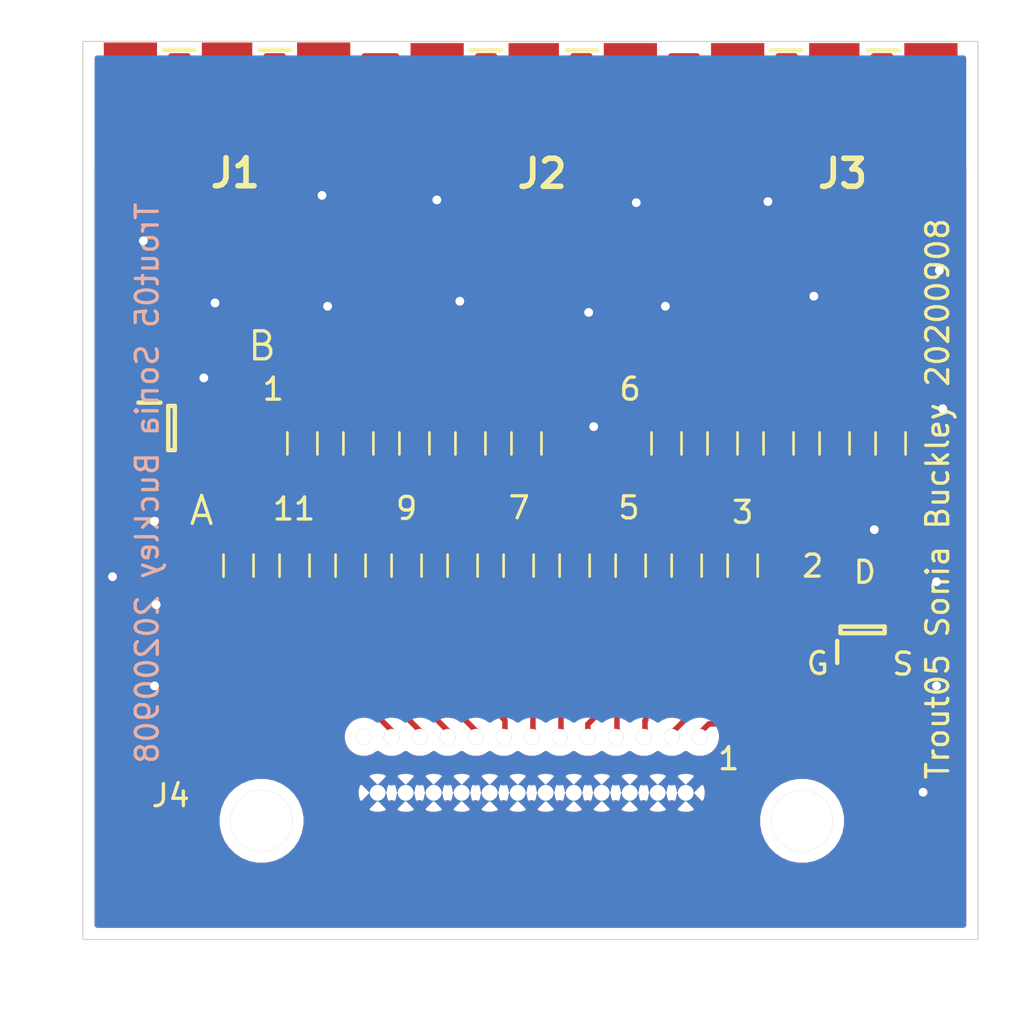
<source format=kicad_pcb>
(kicad_pcb (version 20171130) (host pcbnew "(5.1.5-0-10_14)")

  (general
    (thickness 1.6)
    (drawings 20)
    (tracks 124)
    (zones 0)
    (modules 51)
    (nets 30)
  )

  (page A4)
  (layers
    (0 F.Cu signal)
    (31 B.Cu signal hide)
    (32 B.Adhes user hide)
    (33 F.Adhes user hide)
    (34 B.Paste user hide)
    (35 F.Paste user hide)
    (36 B.SilkS user)
    (37 F.SilkS user)
    (38 B.Mask user hide)
    (39 F.Mask user)
    (40 Dwgs.User user hide)
    (41 Cmts.User user hide)
    (42 Eco1.User user hide)
    (43 Eco2.User user)
    (44 Edge.Cuts user hide)
    (45 Margin user hide)
    (46 B.CrtYd user hide)
    (47 F.CrtYd user hide)
    (48 B.Fab user hide)
    (49 F.Fab user hide)
  )

  (setup
    (last_trace_width 0.25)
    (trace_clearance 0.2)
    (zone_clearance 0.508)
    (zone_45_only no)
    (trace_min 0.2)
    (via_size 0.8)
    (via_drill 0.4)
    (via_min_size 0.4)
    (via_min_drill 0.3)
    (uvia_size 0.3)
    (uvia_drill 0.1)
    (uvias_allowed no)
    (uvia_min_size 0.2)
    (uvia_min_drill 0.1)
    (edge_width 0.05)
    (segment_width 0.2)
    (pcb_text_width 0.3)
    (pcb_text_size 1.5 1.5)
    (mod_edge_width 0.12)
    (mod_text_size 1 1)
    (mod_text_width 0.15)
    (pad_size 1.524 1.524)
    (pad_drill 0.762)
    (pad_to_mask_clearance 0.051)
    (solder_mask_min_width 0.25)
    (aux_axis_origin 0 0)
    (visible_elements FFFFFF7F)
    (pcbplotparams
      (layerselection 0x010fc_ffffffff)
      (usegerberextensions false)
      (usegerberattributes false)
      (usegerberadvancedattributes false)
      (creategerberjobfile false)
      (excludeedgelayer true)
      (linewidth 0.100000)
      (plotframeref false)
      (viasonmask false)
      (mode 1)
      (useauxorigin false)
      (hpglpennumber 1)
      (hpglpenspeed 20)
      (hpglpendiameter 15.000000)
      (psnegative false)
      (psa4output false)
      (plotreference true)
      (plotvalue true)
      (plotinvisibletext false)
      (padsonsilk false)
      (subtractmaskfromsilk false)
      (outputformat 1)
      (mirror false)
      (drillshape 1)
      (scaleselection 1)
      (outputdirectory ""))
  )

  (net 0 "")
  (net 1 "Net-(C1-Pad1)")
  (net 2 GND)
  (net 3 "Net-(C2-Pad1)")
  (net 4 "Net-(C3-Pad1)")
  (net 5 "Net-(C4-Pad1)")
  (net 6 "Net-(C5-Pad1)")
  (net 7 "Net-(C6-Pad1)")
  (net 8 "Net-(C7-Pad1)")
  (net 9 "Net-(C8-Pad1)")
  (net 10 "Net-(C9-Pad1)")
  (net 11 "Net-(C10-Pad1)")
  (net 12 "Net-(J4-Pad13)")
  (net 13 "Net-(J4-Pad7)")
  (net 14 "Net-(J4-Pad6)")
  (net 15 "Net-(J4-Pad5)")
  (net 16 "Net-(J4-Pad4)")
  (net 17 "Net-(J4-Pad3)")
  (net 18 "Net-(J4-Pad2)")
  (net 19 "Net-(J4-Pad1)")
  (net 20 "Net-(J1-Pad2)")
  (net 21 "Net-(J2-Pad2)")
  (net 22 "Net-(J3-Pad2)")
  (net 23 "Net-(P2-Pad1)")
  (net 24 "Net-(P3-Pad1)")
  (net 25 "Net-(P4-Pad1)")
  (net 26 "Net-(P5-Pad1)")
  (net 27 "Net-(P6-Pad1)")
  (net 28 "Net-(P7-Pad1)")
  (net 29 "Net-(P13-Pad1)")

  (net_class Default "This is the default net class."
    (clearance 0.2)
    (trace_width 0.25)
    (via_dia 0.8)
    (via_drill 0.4)
    (uvia_dia 0.3)
    (uvia_drill 0.1)
    (add_net GND)
    (add_net "Net-(C1-Pad1)")
    (add_net "Net-(C10-Pad1)")
    (add_net "Net-(C2-Pad1)")
    (add_net "Net-(C3-Pad1)")
    (add_net "Net-(C4-Pad1)")
    (add_net "Net-(C5-Pad1)")
    (add_net "Net-(C6-Pad1)")
    (add_net "Net-(C7-Pad1)")
    (add_net "Net-(C8-Pad1)")
    (add_net "Net-(C9-Pad1)")
    (add_net "Net-(J1-Pad2)")
    (add_net "Net-(J2-Pad2)")
    (add_net "Net-(J3-Pad2)")
    (add_net "Net-(J4-Pad1)")
    (add_net "Net-(J4-Pad13)")
    (add_net "Net-(J4-Pad2)")
    (add_net "Net-(J4-Pad3)")
    (add_net "Net-(J4-Pad4)")
    (add_net "Net-(J4-Pad5)")
    (add_net "Net-(J4-Pad6)")
    (add_net "Net-(J4-Pad7)")
    (add_net "Net-(P13-Pad1)")
    (add_net "Net-(P2-Pad1)")
    (add_net "Net-(P3-Pad1)")
    (add_net "Net-(P4-Pad1)")
    (add_net "Net-(P5-Pad1)")
    (add_net "Net-(P6-Pad1)")
    (add_net "Net-(P7-Pad1)")
  )

  (module Resistors_SMD:R_0603_HandSoldering (layer F.Cu) (tedit 58E0A804) (tstamp 5E7DC49C)
    (at 278.765 28.9598 90)
    (descr "Resistor SMD 0603, hand soldering")
    (tags "resistor 0603")
    (path /5E865B43)
    (attr smd)
    (fp_text reference R10 (at 0 -1.45 90) (layer F.SilkS) hide
      (effects (font (size 1 1) (thickness 0.15)))
    )
    (fp_text value R (at 0 1.55 90) (layer F.Fab)
      (effects (font (size 1 1) (thickness 0.15)))
    )
    (fp_text user %R (at 0 0 90) (layer F.Fab)
      (effects (font (size 0.4 0.4) (thickness 0.075)))
    )
    (fp_line (start -0.8 0.4) (end -0.8 -0.4) (layer F.Fab) (width 0.1))
    (fp_line (start 0.8 0.4) (end -0.8 0.4) (layer F.Fab) (width 0.1))
    (fp_line (start 0.8 -0.4) (end 0.8 0.4) (layer F.Fab) (width 0.1))
    (fp_line (start -0.8 -0.4) (end 0.8 -0.4) (layer F.Fab) (width 0.1))
    (fp_line (start 0.5 0.68) (end -0.5 0.68) (layer F.SilkS) (width 0.12))
    (fp_line (start -0.5 -0.68) (end 0.5 -0.68) (layer F.SilkS) (width 0.12))
    (fp_line (start -1.96 -0.7) (end 1.95 -0.7) (layer F.CrtYd) (width 0.05))
    (fp_line (start -1.96 -0.7) (end -1.96 0.7) (layer F.CrtYd) (width 0.05))
    (fp_line (start 1.95 0.7) (end 1.95 -0.7) (layer F.CrtYd) (width 0.05))
    (fp_line (start 1.95 0.7) (end -1.96 0.7) (layer F.CrtYd) (width 0.05))
    (pad 1 smd rect (at -1.1 0 90) (size 1.2 0.9) (layers F.Cu F.Paste F.Mask)
      (net 13 "Net-(J4-Pad7)"))
    (pad 2 smd rect (at 1.1 0 90) (size 1.2 0.9) (layers F.Cu F.Paste F.Mask)
      (net 2 GND))
    (model ${KISYS3DMOD}/Resistors_SMD.3dshapes/R_0603.wrl
      (at (xyz 0 0 0))
      (scale (xyz 1 1 1))
      (rotate (xyz 0 0 0))
    )
  )

  (module Resistors_SMD:R_0603_HandSoldering (layer F.Cu) (tedit 58E0A804) (tstamp 5E7DC46C)
    (at 281.305 28.9598 90)
    (descr "Resistor SMD 0603, hand soldering")
    (tags "resistor 0603")
    (path /5E865B61)
    (attr smd)
    (fp_text reference R9 (at 0 -1.45 90) (layer F.SilkS) hide
      (effects (font (size 1 1) (thickness 0.15)))
    )
    (fp_text value R (at 0 1.55 90) (layer F.Fab)
      (effects (font (size 1 1) (thickness 0.15)))
    )
    (fp_text user %R (at 0 0 90) (layer F.Fab)
      (effects (font (size 0.4 0.4) (thickness 0.075)))
    )
    (fp_line (start -0.8 0.4) (end -0.8 -0.4) (layer F.Fab) (width 0.1))
    (fp_line (start 0.8 0.4) (end -0.8 0.4) (layer F.Fab) (width 0.1))
    (fp_line (start 0.8 -0.4) (end 0.8 0.4) (layer F.Fab) (width 0.1))
    (fp_line (start -0.8 -0.4) (end 0.8 -0.4) (layer F.Fab) (width 0.1))
    (fp_line (start 0.5 0.68) (end -0.5 0.68) (layer F.SilkS) (width 0.12))
    (fp_line (start -0.5 -0.68) (end 0.5 -0.68) (layer F.SilkS) (width 0.12))
    (fp_line (start -1.96 -0.7) (end 1.95 -0.7) (layer F.CrtYd) (width 0.05))
    (fp_line (start -1.96 -0.7) (end -1.96 0.7) (layer F.CrtYd) (width 0.05))
    (fp_line (start 1.95 0.7) (end 1.95 -0.7) (layer F.CrtYd) (width 0.05))
    (fp_line (start 1.95 0.7) (end -1.96 0.7) (layer F.CrtYd) (width 0.05))
    (pad 1 smd rect (at -1.1 0 90) (size 1.2 0.9) (layers F.Cu F.Paste F.Mask)
      (net 14 "Net-(J4-Pad6)"))
    (pad 2 smd rect (at 1.1 0 90) (size 1.2 0.9) (layers F.Cu F.Paste F.Mask)
      (net 2 GND))
    (model ${KISYS3DMOD}/Resistors_SMD.3dshapes/R_0603.wrl
      (at (xyz 0 0 0))
      (scale (xyz 1 1 1))
      (rotate (xyz 0 0 0))
    )
  )

  (module Resistors_SMD:R_0603_HandSoldering (layer F.Cu) (tedit 58E0A804) (tstamp 5E7DC43C)
    (at 283.845 28.9598 90)
    (descr "Resistor SMD 0603, hand soldering")
    (tags "resistor 0603")
    (path /5E865B7F)
    (attr smd)
    (fp_text reference R8 (at 0 -1.45 90) (layer F.SilkS) hide
      (effects (font (size 1 1) (thickness 0.15)))
    )
    (fp_text value R (at 0 1.55 90) (layer F.Fab)
      (effects (font (size 1 1) (thickness 0.15)))
    )
    (fp_text user %R (at 0 0 90) (layer F.Fab)
      (effects (font (size 0.4 0.4) (thickness 0.075)))
    )
    (fp_line (start -0.8 0.4) (end -0.8 -0.4) (layer F.Fab) (width 0.1))
    (fp_line (start 0.8 0.4) (end -0.8 0.4) (layer F.Fab) (width 0.1))
    (fp_line (start 0.8 -0.4) (end 0.8 0.4) (layer F.Fab) (width 0.1))
    (fp_line (start -0.8 -0.4) (end 0.8 -0.4) (layer F.Fab) (width 0.1))
    (fp_line (start 0.5 0.68) (end -0.5 0.68) (layer F.SilkS) (width 0.12))
    (fp_line (start -0.5 -0.68) (end 0.5 -0.68) (layer F.SilkS) (width 0.12))
    (fp_line (start -1.96 -0.7) (end 1.95 -0.7) (layer F.CrtYd) (width 0.05))
    (fp_line (start -1.96 -0.7) (end -1.96 0.7) (layer F.CrtYd) (width 0.05))
    (fp_line (start 1.95 0.7) (end 1.95 -0.7) (layer F.CrtYd) (width 0.05))
    (fp_line (start 1.95 0.7) (end -1.96 0.7) (layer F.CrtYd) (width 0.05))
    (pad 1 smd rect (at -1.1 0 90) (size 1.2 0.9) (layers F.Cu F.Paste F.Mask)
      (net 15 "Net-(J4-Pad5)"))
    (pad 2 smd rect (at 1.1 0 90) (size 1.2 0.9) (layers F.Cu F.Paste F.Mask)
      (net 2 GND))
    (model ${KISYS3DMOD}/Resistors_SMD.3dshapes/R_0603.wrl
      (at (xyz 0 0 0))
      (scale (xyz 1 1 1))
      (rotate (xyz 0 0 0))
    )
  )

  (module Resistors_SMD:R_0603_HandSoldering (layer F.Cu) (tedit 58E0A804) (tstamp 5E7DC40C)
    (at 286.385 28.9598 90)
    (descr "Resistor SMD 0603, hand soldering")
    (tags "resistor 0603")
    (path /5E865B9D)
    (attr smd)
    (fp_text reference R7 (at 0 -1.45 90) (layer F.SilkS) hide
      (effects (font (size 1 1) (thickness 0.15)))
    )
    (fp_text value R (at 0 1.55 90) (layer F.Fab)
      (effects (font (size 1 1) (thickness 0.15)))
    )
    (fp_text user %R (at 0 0 90) (layer F.Fab)
      (effects (font (size 0.4 0.4) (thickness 0.075)))
    )
    (fp_line (start -0.8 0.4) (end -0.8 -0.4) (layer F.Fab) (width 0.1))
    (fp_line (start 0.8 0.4) (end -0.8 0.4) (layer F.Fab) (width 0.1))
    (fp_line (start 0.8 -0.4) (end 0.8 0.4) (layer F.Fab) (width 0.1))
    (fp_line (start -0.8 -0.4) (end 0.8 -0.4) (layer F.Fab) (width 0.1))
    (fp_line (start 0.5 0.68) (end -0.5 0.68) (layer F.SilkS) (width 0.12))
    (fp_line (start -0.5 -0.68) (end 0.5 -0.68) (layer F.SilkS) (width 0.12))
    (fp_line (start -1.96 -0.7) (end 1.95 -0.7) (layer F.CrtYd) (width 0.05))
    (fp_line (start -1.96 -0.7) (end -1.96 0.7) (layer F.CrtYd) (width 0.05))
    (fp_line (start 1.95 0.7) (end 1.95 -0.7) (layer F.CrtYd) (width 0.05))
    (fp_line (start 1.95 0.7) (end -1.96 0.7) (layer F.CrtYd) (width 0.05))
    (pad 1 smd rect (at -1.1 0 90) (size 1.2 0.9) (layers F.Cu F.Paste F.Mask)
      (net 16 "Net-(J4-Pad4)"))
    (pad 2 smd rect (at 1.1 0 90) (size 1.2 0.9) (layers F.Cu F.Paste F.Mask)
      (net 2 GND))
    (model ${KISYS3DMOD}/Resistors_SMD.3dshapes/R_0603.wrl
      (at (xyz 0 0 0))
      (scale (xyz 1 1 1))
      (rotate (xyz 0 0 0))
    )
  )

  (module Resistors_SMD:R_0603_HandSoldering (layer F.Cu) (tedit 58E0A804) (tstamp 5E7DC3DC)
    (at 288.925 28.9598 90)
    (descr "Resistor SMD 0603, hand soldering")
    (tags "resistor 0603")
    (path /5E865BBB)
    (attr smd)
    (fp_text reference R6 (at 0 -1.45 90) (layer F.SilkS) hide
      (effects (font (size 1 1) (thickness 0.15)))
    )
    (fp_text value R (at 0 1.55 90) (layer F.Fab)
      (effects (font (size 1 1) (thickness 0.15)))
    )
    (fp_text user %R (at 0 0 90) (layer F.Fab)
      (effects (font (size 0.4 0.4) (thickness 0.075)))
    )
    (fp_line (start -0.8 0.4) (end -0.8 -0.4) (layer F.Fab) (width 0.1))
    (fp_line (start 0.8 0.4) (end -0.8 0.4) (layer F.Fab) (width 0.1))
    (fp_line (start 0.8 -0.4) (end 0.8 0.4) (layer F.Fab) (width 0.1))
    (fp_line (start -0.8 -0.4) (end 0.8 -0.4) (layer F.Fab) (width 0.1))
    (fp_line (start 0.5 0.68) (end -0.5 0.68) (layer F.SilkS) (width 0.12))
    (fp_line (start -0.5 -0.68) (end 0.5 -0.68) (layer F.SilkS) (width 0.12))
    (fp_line (start -1.96 -0.7) (end 1.95 -0.7) (layer F.CrtYd) (width 0.05))
    (fp_line (start -1.96 -0.7) (end -1.96 0.7) (layer F.CrtYd) (width 0.05))
    (fp_line (start 1.95 0.7) (end 1.95 -0.7) (layer F.CrtYd) (width 0.05))
    (fp_line (start 1.95 0.7) (end -1.96 0.7) (layer F.CrtYd) (width 0.05))
    (pad 1 smd rect (at -1.1 0 90) (size 1.2 0.9) (layers F.Cu F.Paste F.Mask)
      (net 17 "Net-(J4-Pad3)"))
    (pad 2 smd rect (at 1.1 0 90) (size 1.2 0.9) (layers F.Cu F.Paste F.Mask)
      (net 2 GND))
    (model ${KISYS3DMOD}/Resistors_SMD.3dshapes/R_0603.wrl
      (at (xyz 0 0 0))
      (scale (xyz 1 1 1))
      (rotate (xyz 0 0 0))
    )
  )

  (module Resistors_SMD:R_0603_HandSoldering (layer F.Cu) (tedit 58E0A804) (tstamp 5E7D6E4F)
    (at 268.9606 23.4188 270)
    (descr "Resistor SMD 0603, hand soldering")
    (tags "resistor 0603")
    (path /5E845A7F)
    (attr smd)
    (fp_text reference R5 (at 0 -1.45 90) (layer F.SilkS) hide
      (effects (font (size 1 1) (thickness 0.15)))
    )
    (fp_text value R (at 0 1.55 90) (layer F.Fab)
      (effects (font (size 1 1) (thickness 0.15)))
    )
    (fp_text user %R (at 0 0 90) (layer F.Fab)
      (effects (font (size 0.4 0.4) (thickness 0.075)))
    )
    (fp_line (start -0.8 0.4) (end -0.8 -0.4) (layer F.Fab) (width 0.1))
    (fp_line (start 0.8 0.4) (end -0.8 0.4) (layer F.Fab) (width 0.1))
    (fp_line (start 0.8 -0.4) (end 0.8 0.4) (layer F.Fab) (width 0.1))
    (fp_line (start -0.8 -0.4) (end 0.8 -0.4) (layer F.Fab) (width 0.1))
    (fp_line (start 0.5 0.68) (end -0.5 0.68) (layer F.SilkS) (width 0.12))
    (fp_line (start -0.5 -0.68) (end 0.5 -0.68) (layer F.SilkS) (width 0.12))
    (fp_line (start -1.96 -0.7) (end 1.95 -0.7) (layer F.CrtYd) (width 0.05))
    (fp_line (start -1.96 -0.7) (end -1.96 0.7) (layer F.CrtYd) (width 0.05))
    (fp_line (start 1.95 0.7) (end 1.95 -0.7) (layer F.CrtYd) (width 0.05))
    (fp_line (start 1.95 0.7) (end -1.96 0.7) (layer F.CrtYd) (width 0.05))
    (pad 1 smd rect (at -1.1 0 270) (size 1.2 0.9) (layers F.Cu F.Paste F.Mask)
      (net 28 "Net-(P7-Pad1)"))
    (pad 2 smd rect (at 1.1 0 270) (size 1.2 0.9) (layers F.Cu F.Paste F.Mask)
      (net 2 GND))
    (model ${KISYS3DMOD}/Resistors_SMD.3dshapes/R_0603.wrl
      (at (xyz 0 0 0))
      (scale (xyz 1 1 1))
      (rotate (xyz 0 0 0))
    )
  )

  (module Resistors_SMD:R_0603_HandSoldering (layer F.Cu) (tedit 58E0A804) (tstamp 5E7D6E1F)
    (at 271.5006 23.4188 270)
    (descr "Resistor SMD 0603, hand soldering")
    (tags "resistor 0603")
    (path /5E8414FD)
    (attr smd)
    (fp_text reference R4 (at 0 -1.45 90) (layer F.SilkS) hide
      (effects (font (size 1 1) (thickness 0.15)))
    )
    (fp_text value R (at 0 1.55 90) (layer F.Fab)
      (effects (font (size 1 1) (thickness 0.15)))
    )
    (fp_text user %R (at 0 0 90) (layer F.Fab)
      (effects (font (size 0.4 0.4) (thickness 0.075)))
    )
    (fp_line (start -0.8 0.4) (end -0.8 -0.4) (layer F.Fab) (width 0.1))
    (fp_line (start 0.8 0.4) (end -0.8 0.4) (layer F.Fab) (width 0.1))
    (fp_line (start 0.8 -0.4) (end 0.8 0.4) (layer F.Fab) (width 0.1))
    (fp_line (start -0.8 -0.4) (end 0.8 -0.4) (layer F.Fab) (width 0.1))
    (fp_line (start 0.5 0.68) (end -0.5 0.68) (layer F.SilkS) (width 0.12))
    (fp_line (start -0.5 -0.68) (end 0.5 -0.68) (layer F.SilkS) (width 0.12))
    (fp_line (start -1.96 -0.7) (end 1.95 -0.7) (layer F.CrtYd) (width 0.05))
    (fp_line (start -1.96 -0.7) (end -1.96 0.7) (layer F.CrtYd) (width 0.05))
    (fp_line (start 1.95 0.7) (end 1.95 -0.7) (layer F.CrtYd) (width 0.05))
    (fp_line (start 1.95 0.7) (end -1.96 0.7) (layer F.CrtYd) (width 0.05))
    (pad 1 smd rect (at -1.1 0 270) (size 1.2 0.9) (layers F.Cu F.Paste F.Mask)
      (net 27 "Net-(P6-Pad1)"))
    (pad 2 smd rect (at 1.1 0 270) (size 1.2 0.9) (layers F.Cu F.Paste F.Mask)
      (net 2 GND))
    (model ${KISYS3DMOD}/Resistors_SMD.3dshapes/R_0603.wrl
      (at (xyz 0 0 0))
      (scale (xyz 1 1 1))
      (rotate (xyz 0 0 0))
    )
  )

  (module Resistors_SMD:R_0603_HandSoldering (layer F.Cu) (tedit 58E0A804) (tstamp 5E7D6DEF)
    (at 274.0406 23.4188 270)
    (descr "Resistor SMD 0603, hand soldering")
    (tags "resistor 0603")
    (path /5E8414DF)
    (attr smd)
    (fp_text reference R3 (at 0 -1.45 90) (layer F.SilkS) hide
      (effects (font (size 1 1) (thickness 0.15)))
    )
    (fp_text value R (at 0 1.55 90) (layer F.Fab)
      (effects (font (size 1 1) (thickness 0.15)))
    )
    (fp_text user %R (at 0 0 90) (layer F.Fab)
      (effects (font (size 0.4 0.4) (thickness 0.075)))
    )
    (fp_line (start -0.8 0.4) (end -0.8 -0.4) (layer F.Fab) (width 0.1))
    (fp_line (start 0.8 0.4) (end -0.8 0.4) (layer F.Fab) (width 0.1))
    (fp_line (start 0.8 -0.4) (end 0.8 0.4) (layer F.Fab) (width 0.1))
    (fp_line (start -0.8 -0.4) (end 0.8 -0.4) (layer F.Fab) (width 0.1))
    (fp_line (start 0.5 0.68) (end -0.5 0.68) (layer F.SilkS) (width 0.12))
    (fp_line (start -0.5 -0.68) (end 0.5 -0.68) (layer F.SilkS) (width 0.12))
    (fp_line (start -1.96 -0.7) (end 1.95 -0.7) (layer F.CrtYd) (width 0.05))
    (fp_line (start -1.96 -0.7) (end -1.96 0.7) (layer F.CrtYd) (width 0.05))
    (fp_line (start 1.95 0.7) (end 1.95 -0.7) (layer F.CrtYd) (width 0.05))
    (fp_line (start 1.95 0.7) (end -1.96 0.7) (layer F.CrtYd) (width 0.05))
    (pad 1 smd rect (at -1.1 0 270) (size 1.2 0.9) (layers F.Cu F.Paste F.Mask)
      (net 26 "Net-(P5-Pad1)"))
    (pad 2 smd rect (at 1.1 0 270) (size 1.2 0.9) (layers F.Cu F.Paste F.Mask)
      (net 2 GND))
    (model ${KISYS3DMOD}/Resistors_SMD.3dshapes/R_0603.wrl
      (at (xyz 0 0 0))
      (scale (xyz 1 1 1))
      (rotate (xyz 0 0 0))
    )
  )

  (module Resistors_SMD:R_0603_HandSoldering (layer F.Cu) (tedit 58E0A804) (tstamp 5E7D6DBF)
    (at 276.5806 23.4188 270)
    (descr "Resistor SMD 0603, hand soldering")
    (tags "resistor 0603")
    (path /5E83E356)
    (attr smd)
    (fp_text reference R2 (at 0 -1.45 90) (layer F.SilkS) hide
      (effects (font (size 1 1) (thickness 0.15)))
    )
    (fp_text value R (at 0 1.55 90) (layer F.Fab)
      (effects (font (size 1 1) (thickness 0.15)))
    )
    (fp_text user %R (at 0 0 90) (layer F.Fab)
      (effects (font (size 0.4 0.4) (thickness 0.075)))
    )
    (fp_line (start -0.8 0.4) (end -0.8 -0.4) (layer F.Fab) (width 0.1))
    (fp_line (start 0.8 0.4) (end -0.8 0.4) (layer F.Fab) (width 0.1))
    (fp_line (start 0.8 -0.4) (end 0.8 0.4) (layer F.Fab) (width 0.1))
    (fp_line (start -0.8 -0.4) (end 0.8 -0.4) (layer F.Fab) (width 0.1))
    (fp_line (start 0.5 0.68) (end -0.5 0.68) (layer F.SilkS) (width 0.12))
    (fp_line (start -0.5 -0.68) (end 0.5 -0.68) (layer F.SilkS) (width 0.12))
    (fp_line (start -1.96 -0.7) (end 1.95 -0.7) (layer F.CrtYd) (width 0.05))
    (fp_line (start -1.96 -0.7) (end -1.96 0.7) (layer F.CrtYd) (width 0.05))
    (fp_line (start 1.95 0.7) (end 1.95 -0.7) (layer F.CrtYd) (width 0.05))
    (fp_line (start 1.95 0.7) (end -1.96 0.7) (layer F.CrtYd) (width 0.05))
    (pad 1 smd rect (at -1.1 0 270) (size 1.2 0.9) (layers F.Cu F.Paste F.Mask)
      (net 25 "Net-(P4-Pad1)"))
    (pad 2 smd rect (at 1.1 0 270) (size 1.2 0.9) (layers F.Cu F.Paste F.Mask)
      (net 2 GND))
    (model ${KISYS3DMOD}/Resistors_SMD.3dshapes/R_0603.wrl
      (at (xyz 0 0 0))
      (scale (xyz 1 1 1))
      (rotate (xyz 0 0 0))
    )
  )

  (module Resistors_SMD:R_0603_HandSoldering (layer F.Cu) (tedit 58E0A804) (tstamp 5E7D6D8F)
    (at 279.1206 23.4188 270)
    (descr "Resistor SMD 0603, hand soldering")
    (tags "resistor 0603")
    (path /5E83B63C)
    (attr smd)
    (fp_text reference R1 (at 0 -1.45 90) (layer F.SilkS) hide
      (effects (font (size 1 1) (thickness 0.15)))
    )
    (fp_text value R (at 0 1.55 90) (layer F.Fab)
      (effects (font (size 1 1) (thickness 0.15)))
    )
    (fp_text user %R (at 0 0 90) (layer F.Fab)
      (effects (font (size 0.4 0.4) (thickness 0.075)))
    )
    (fp_line (start -0.8 0.4) (end -0.8 -0.4) (layer F.Fab) (width 0.1))
    (fp_line (start 0.8 0.4) (end -0.8 0.4) (layer F.Fab) (width 0.1))
    (fp_line (start 0.8 -0.4) (end 0.8 0.4) (layer F.Fab) (width 0.1))
    (fp_line (start -0.8 -0.4) (end 0.8 -0.4) (layer F.Fab) (width 0.1))
    (fp_line (start 0.5 0.68) (end -0.5 0.68) (layer F.SilkS) (width 0.12))
    (fp_line (start -0.5 -0.68) (end 0.5 -0.68) (layer F.SilkS) (width 0.12))
    (fp_line (start -1.96 -0.7) (end 1.95 -0.7) (layer F.CrtYd) (width 0.05))
    (fp_line (start -1.96 -0.7) (end -1.96 0.7) (layer F.CrtYd) (width 0.05))
    (fp_line (start 1.95 0.7) (end 1.95 -0.7) (layer F.CrtYd) (width 0.05))
    (fp_line (start 1.95 0.7) (end -1.96 0.7) (layer F.CrtYd) (width 0.05))
    (pad 1 smd rect (at -1.1 0 270) (size 1.2 0.9) (layers F.Cu F.Paste F.Mask)
      (net 24 "Net-(P3-Pad1)"))
    (pad 2 smd rect (at 1.1 0 270) (size 1.2 0.9) (layers F.Cu F.Paste F.Mask)
      (net 2 GND))
    (model ${KISYS3DMOD}/Resistors_SMD.3dshapes/R_0603.wrl
      (at (xyz 0 0 0))
      (scale (xyz 1 1 1))
      (rotate (xyz 0 0 0))
    )
  )

  (module Resistors_SMD:R_0603_HandSoldering (layer F.Cu) (tedit 58E0A804) (tstamp 5E7DC5C0)
    (at 266.065 28.9598 90)
    (descr "Resistor SMD 0603, hand soldering")
    (tags "resistor 0603")
    (path /5E865AAD)
    (attr smd)
    (fp_text reference C10 (at 0 -1.45 90) (layer F.SilkS) hide
      (effects (font (size 1 1) (thickness 0.15)))
    )
    (fp_text value C (at 0 1.55 90) (layer F.Fab)
      (effects (font (size 1 1) (thickness 0.15)))
    )
    (fp_text user %R (at 0 0 90) (layer F.Fab)
      (effects (font (size 0.4 0.4) (thickness 0.075)))
    )
    (fp_line (start -0.8 0.4) (end -0.8 -0.4) (layer F.Fab) (width 0.1))
    (fp_line (start 0.8 0.4) (end -0.8 0.4) (layer F.Fab) (width 0.1))
    (fp_line (start 0.8 -0.4) (end 0.8 0.4) (layer F.Fab) (width 0.1))
    (fp_line (start -0.8 -0.4) (end 0.8 -0.4) (layer F.Fab) (width 0.1))
    (fp_line (start 0.5 0.68) (end -0.5 0.68) (layer F.SilkS) (width 0.12))
    (fp_line (start -0.5 -0.68) (end 0.5 -0.68) (layer F.SilkS) (width 0.12))
    (fp_line (start -1.96 -0.7) (end 1.95 -0.7) (layer F.CrtYd) (width 0.05))
    (fp_line (start -1.96 -0.7) (end -1.96 0.7) (layer F.CrtYd) (width 0.05))
    (fp_line (start 1.95 0.7) (end 1.95 -0.7) (layer F.CrtYd) (width 0.05))
    (fp_line (start 1.95 0.7) (end -1.96 0.7) (layer F.CrtYd) (width 0.05))
    (pad 1 smd rect (at -1.1 0 90) (size 1.2 0.9) (layers F.Cu F.Paste F.Mask)
      (net 11 "Net-(C10-Pad1)"))
    (pad 2 smd rect (at 1.1 0 90) (size 1.2 0.9) (layers F.Cu F.Paste F.Mask)
      (net 2 GND))
    (model ${KISYS3DMOD}/Resistors_SMD.3dshapes/R_0603.wrl
      (at (xyz 0 0 0))
      (scale (xyz 1 1 1))
      (rotate (xyz 0 0 0))
    )
  )

  (module Resistors_SMD:R_0603_HandSoldering (layer F.Cu) (tedit 58E0A804) (tstamp 5E7DC584)
    (at 268.605 28.9598 90)
    (descr "Resistor SMD 0603, hand soldering")
    (tags "resistor 0603")
    (path /5E865ACB)
    (attr smd)
    (fp_text reference C9 (at 0 -1.45 90) (layer F.SilkS) hide
      (effects (font (size 1 1) (thickness 0.15)))
    )
    (fp_text value C (at 0 1.55 90) (layer F.Fab)
      (effects (font (size 1 1) (thickness 0.15)))
    )
    (fp_text user %R (at 0 0 90) (layer F.Fab)
      (effects (font (size 0.4 0.4) (thickness 0.075)))
    )
    (fp_line (start -0.8 0.4) (end -0.8 -0.4) (layer F.Fab) (width 0.1))
    (fp_line (start 0.8 0.4) (end -0.8 0.4) (layer F.Fab) (width 0.1))
    (fp_line (start 0.8 -0.4) (end 0.8 0.4) (layer F.Fab) (width 0.1))
    (fp_line (start -0.8 -0.4) (end 0.8 -0.4) (layer F.Fab) (width 0.1))
    (fp_line (start 0.5 0.68) (end -0.5 0.68) (layer F.SilkS) (width 0.12))
    (fp_line (start -0.5 -0.68) (end 0.5 -0.68) (layer F.SilkS) (width 0.12))
    (fp_line (start -1.96 -0.7) (end 1.95 -0.7) (layer F.CrtYd) (width 0.05))
    (fp_line (start -1.96 -0.7) (end -1.96 0.7) (layer F.CrtYd) (width 0.05))
    (fp_line (start 1.95 0.7) (end 1.95 -0.7) (layer F.CrtYd) (width 0.05))
    (fp_line (start 1.95 0.7) (end -1.96 0.7) (layer F.CrtYd) (width 0.05))
    (pad 1 smd rect (at -1.1 0 90) (size 1.2 0.9) (layers F.Cu F.Paste F.Mask)
      (net 10 "Net-(C9-Pad1)"))
    (pad 2 smd rect (at 1.1 0 90) (size 1.2 0.9) (layers F.Cu F.Paste F.Mask)
      (net 2 GND))
    (model ${KISYS3DMOD}/Resistors_SMD.3dshapes/R_0603.wrl
      (at (xyz 0 0 0))
      (scale (xyz 1 1 1))
      (rotate (xyz 0 0 0))
    )
  )

  (module Resistors_SMD:R_0603_HandSoldering (layer F.Cu) (tedit 58E0A804) (tstamp 5E7DC548)
    (at 271.145 28.9598 90)
    (descr "Resistor SMD 0603, hand soldering")
    (tags "resistor 0603")
    (path /5E865AE9)
    (attr smd)
    (fp_text reference C8 (at 0 -1.45 90) (layer F.SilkS) hide
      (effects (font (size 1 1) (thickness 0.15)))
    )
    (fp_text value C (at 0 1.55 90) (layer F.Fab)
      (effects (font (size 1 1) (thickness 0.15)))
    )
    (fp_text user %R (at 0 0 90) (layer F.Fab)
      (effects (font (size 0.4 0.4) (thickness 0.075)))
    )
    (fp_line (start -0.8 0.4) (end -0.8 -0.4) (layer F.Fab) (width 0.1))
    (fp_line (start 0.8 0.4) (end -0.8 0.4) (layer F.Fab) (width 0.1))
    (fp_line (start 0.8 -0.4) (end 0.8 0.4) (layer F.Fab) (width 0.1))
    (fp_line (start -0.8 -0.4) (end 0.8 -0.4) (layer F.Fab) (width 0.1))
    (fp_line (start 0.5 0.68) (end -0.5 0.68) (layer F.SilkS) (width 0.12))
    (fp_line (start -0.5 -0.68) (end 0.5 -0.68) (layer F.SilkS) (width 0.12))
    (fp_line (start -1.96 -0.7) (end 1.95 -0.7) (layer F.CrtYd) (width 0.05))
    (fp_line (start -1.96 -0.7) (end -1.96 0.7) (layer F.CrtYd) (width 0.05))
    (fp_line (start 1.95 0.7) (end 1.95 -0.7) (layer F.CrtYd) (width 0.05))
    (fp_line (start 1.95 0.7) (end -1.96 0.7) (layer F.CrtYd) (width 0.05))
    (pad 1 smd rect (at -1.1 0 90) (size 1.2 0.9) (layers F.Cu F.Paste F.Mask)
      (net 9 "Net-(C8-Pad1)"))
    (pad 2 smd rect (at 1.1 0 90) (size 1.2 0.9) (layers F.Cu F.Paste F.Mask)
      (net 2 GND))
    (model ${KISYS3DMOD}/Resistors_SMD.3dshapes/R_0603.wrl
      (at (xyz 0 0 0))
      (scale (xyz 1 1 1))
      (rotate (xyz 0 0 0))
    )
  )

  (module Resistors_SMD:R_0603_HandSoldering (layer F.Cu) (tedit 58E0A804) (tstamp 5E7DC50C)
    (at 273.685 28.9598 90)
    (descr "Resistor SMD 0603, hand soldering")
    (tags "resistor 0603")
    (path /5E865B07)
    (attr smd)
    (fp_text reference C7 (at 0 -1.45 90) (layer F.SilkS) hide
      (effects (font (size 1 1) (thickness 0.15)))
    )
    (fp_text value C (at 0 1.55 90) (layer F.Fab)
      (effects (font (size 1 1) (thickness 0.15)))
    )
    (fp_text user %R (at 0 0 90) (layer F.Fab)
      (effects (font (size 0.4 0.4) (thickness 0.075)))
    )
    (fp_line (start -0.8 0.4) (end -0.8 -0.4) (layer F.Fab) (width 0.1))
    (fp_line (start 0.8 0.4) (end -0.8 0.4) (layer F.Fab) (width 0.1))
    (fp_line (start 0.8 -0.4) (end 0.8 0.4) (layer F.Fab) (width 0.1))
    (fp_line (start -0.8 -0.4) (end 0.8 -0.4) (layer F.Fab) (width 0.1))
    (fp_line (start 0.5 0.68) (end -0.5 0.68) (layer F.SilkS) (width 0.12))
    (fp_line (start -0.5 -0.68) (end 0.5 -0.68) (layer F.SilkS) (width 0.12))
    (fp_line (start -1.96 -0.7) (end 1.95 -0.7) (layer F.CrtYd) (width 0.05))
    (fp_line (start -1.96 -0.7) (end -1.96 0.7) (layer F.CrtYd) (width 0.05))
    (fp_line (start 1.95 0.7) (end 1.95 -0.7) (layer F.CrtYd) (width 0.05))
    (fp_line (start 1.95 0.7) (end -1.96 0.7) (layer F.CrtYd) (width 0.05))
    (pad 1 smd rect (at -1.1 0 90) (size 1.2 0.9) (layers F.Cu F.Paste F.Mask)
      (net 8 "Net-(C7-Pad1)"))
    (pad 2 smd rect (at 1.1 0 90) (size 1.2 0.9) (layers F.Cu F.Paste F.Mask)
      (net 2 GND))
    (model ${KISYS3DMOD}/Resistors_SMD.3dshapes/R_0603.wrl
      (at (xyz 0 0 0))
      (scale (xyz 1 1 1))
      (rotate (xyz 0 0 0))
    )
  )

  (module Resistors_SMD:R_0603_HandSoldering (layer F.Cu) (tedit 58E0A804) (tstamp 5E7DC4D0)
    (at 276.225 28.9598 90)
    (descr "Resistor SMD 0603, hand soldering")
    (tags "resistor 0603")
    (path /5E865B25)
    (attr smd)
    (fp_text reference C6 (at 0 -1.45 90) (layer F.SilkS) hide
      (effects (font (size 1 1) (thickness 0.15)))
    )
    (fp_text value C (at 0 1.55 90) (layer F.Fab)
      (effects (font (size 1 1) (thickness 0.15)))
    )
    (fp_text user %R (at 0 0 90) (layer F.Fab)
      (effects (font (size 0.4 0.4) (thickness 0.075)))
    )
    (fp_line (start -0.8 0.4) (end -0.8 -0.4) (layer F.Fab) (width 0.1))
    (fp_line (start 0.8 0.4) (end -0.8 0.4) (layer F.Fab) (width 0.1))
    (fp_line (start 0.8 -0.4) (end 0.8 0.4) (layer F.Fab) (width 0.1))
    (fp_line (start -0.8 -0.4) (end 0.8 -0.4) (layer F.Fab) (width 0.1))
    (fp_line (start 0.5 0.68) (end -0.5 0.68) (layer F.SilkS) (width 0.12))
    (fp_line (start -0.5 -0.68) (end 0.5 -0.68) (layer F.SilkS) (width 0.12))
    (fp_line (start -1.96 -0.7) (end 1.95 -0.7) (layer F.CrtYd) (width 0.05))
    (fp_line (start -1.96 -0.7) (end -1.96 0.7) (layer F.CrtYd) (width 0.05))
    (fp_line (start 1.95 0.7) (end 1.95 -0.7) (layer F.CrtYd) (width 0.05))
    (fp_line (start 1.95 0.7) (end -1.96 0.7) (layer F.CrtYd) (width 0.05))
    (pad 1 smd rect (at -1.1 0 90) (size 1.2 0.9) (layers F.Cu F.Paste F.Mask)
      (net 7 "Net-(C6-Pad1)"))
    (pad 2 smd rect (at 1.1 0 90) (size 1.2 0.9) (layers F.Cu F.Paste F.Mask)
      (net 2 GND))
    (model ${KISYS3DMOD}/Resistors_SMD.3dshapes/R_0603.wrl
      (at (xyz 0 0 0))
      (scale (xyz 1 1 1))
      (rotate (xyz 0 0 0))
    )
  )

  (module Resistors_SMD:R_0603_HandSoldering (layer F.Cu) (tedit 58E0A804) (tstamp 5E7D4C7E)
    (at 285.4706 23.4188 270)
    (descr "Resistor SMD 0603, hand soldering")
    (tags "resistor 0603")
    (path /5E837B41)
    (attr smd)
    (fp_text reference C5 (at 0 -1.45 90) (layer F.SilkS) hide
      (effects (font (size 1 1) (thickness 0.15)))
    )
    (fp_text value C (at 0 1.55 90) (layer F.Fab)
      (effects (font (size 1 1) (thickness 0.15)))
    )
    (fp_text user %R (at 0 0 90) (layer F.Fab)
      (effects (font (size 0.4 0.4) (thickness 0.075)))
    )
    (fp_line (start -0.8 0.4) (end -0.8 -0.4) (layer F.Fab) (width 0.1))
    (fp_line (start 0.8 0.4) (end -0.8 0.4) (layer F.Fab) (width 0.1))
    (fp_line (start 0.8 -0.4) (end 0.8 0.4) (layer F.Fab) (width 0.1))
    (fp_line (start -0.8 -0.4) (end 0.8 -0.4) (layer F.Fab) (width 0.1))
    (fp_line (start 0.5 0.68) (end -0.5 0.68) (layer F.SilkS) (width 0.12))
    (fp_line (start -0.5 -0.68) (end 0.5 -0.68) (layer F.SilkS) (width 0.12))
    (fp_line (start -1.96 -0.7) (end 1.95 -0.7) (layer F.CrtYd) (width 0.05))
    (fp_line (start -1.96 -0.7) (end -1.96 0.7) (layer F.CrtYd) (width 0.05))
    (fp_line (start 1.95 0.7) (end 1.95 -0.7) (layer F.CrtYd) (width 0.05))
    (fp_line (start 1.95 0.7) (end -1.96 0.7) (layer F.CrtYd) (width 0.05))
    (pad 1 smd rect (at -1.1 0 270) (size 1.2 0.9) (layers F.Cu F.Paste F.Mask)
      (net 6 "Net-(C5-Pad1)"))
    (pad 2 smd rect (at 1.1 0 270) (size 1.2 0.9) (layers F.Cu F.Paste F.Mask)
      (net 2 GND))
    (model ${KISYS3DMOD}/Resistors_SMD.3dshapes/R_0603.wrl
      (at (xyz 0 0 0))
      (scale (xyz 1 1 1))
      (rotate (xyz 0 0 0))
    )
  )

  (module Resistors_SMD:R_0603_HandSoldering (layer F.Cu) (tedit 58E0A804) (tstamp 5E7D4C42)
    (at 288.0106 23.4188 270)
    (descr "Resistor SMD 0603, hand soldering")
    (tags "resistor 0603")
    (path /5E82F3D5)
    (attr smd)
    (fp_text reference C4 (at 0 -1.45 90) (layer F.SilkS) hide
      (effects (font (size 1 1) (thickness 0.15)))
    )
    (fp_text value C (at 0 1.55 90) (layer F.Fab)
      (effects (font (size 1 1) (thickness 0.15)))
    )
    (fp_text user %R (at 0 0 90) (layer F.Fab)
      (effects (font (size 0.4 0.4) (thickness 0.075)))
    )
    (fp_line (start -0.8 0.4) (end -0.8 -0.4) (layer F.Fab) (width 0.1))
    (fp_line (start 0.8 0.4) (end -0.8 0.4) (layer F.Fab) (width 0.1))
    (fp_line (start 0.8 -0.4) (end 0.8 0.4) (layer F.Fab) (width 0.1))
    (fp_line (start -0.8 -0.4) (end 0.8 -0.4) (layer F.Fab) (width 0.1))
    (fp_line (start 0.5 0.68) (end -0.5 0.68) (layer F.SilkS) (width 0.12))
    (fp_line (start -0.5 -0.68) (end 0.5 -0.68) (layer F.SilkS) (width 0.12))
    (fp_line (start -1.96 -0.7) (end 1.95 -0.7) (layer F.CrtYd) (width 0.05))
    (fp_line (start -1.96 -0.7) (end -1.96 0.7) (layer F.CrtYd) (width 0.05))
    (fp_line (start 1.95 0.7) (end 1.95 -0.7) (layer F.CrtYd) (width 0.05))
    (fp_line (start 1.95 0.7) (end -1.96 0.7) (layer F.CrtYd) (width 0.05))
    (pad 1 smd rect (at -1.1 0 270) (size 1.2 0.9) (layers F.Cu F.Paste F.Mask)
      (net 5 "Net-(C4-Pad1)"))
    (pad 2 smd rect (at 1.1 0 270) (size 1.2 0.9) (layers F.Cu F.Paste F.Mask)
      (net 2 GND))
    (model ${KISYS3DMOD}/Resistors_SMD.3dshapes/R_0603.wrl
      (at (xyz 0 0 0))
      (scale (xyz 1 1 1))
      (rotate (xyz 0 0 0))
    )
  )

  (module Resistors_SMD:R_0603_HandSoldering (layer F.Cu) (tedit 58E0A804) (tstamp 5E7D4C06)
    (at 295.6306 23.4188 270)
    (descr "Resistor SMD 0603, hand soldering")
    (tags "resistor 0603")
    (path /5E82F3B7)
    (attr smd)
    (fp_text reference C3 (at 0 -1.45 90) (layer F.SilkS) hide
      (effects (font (size 1 1) (thickness 0.15)))
    )
    (fp_text value C (at 0 1.55 90) (layer F.Fab)
      (effects (font (size 1 1) (thickness 0.15)))
    )
    (fp_text user %R (at 0 0 90) (layer F.Fab)
      (effects (font (size 0.4 0.4) (thickness 0.075)))
    )
    (fp_line (start -0.8 0.4) (end -0.8 -0.4) (layer F.Fab) (width 0.1))
    (fp_line (start 0.8 0.4) (end -0.8 0.4) (layer F.Fab) (width 0.1))
    (fp_line (start 0.8 -0.4) (end 0.8 0.4) (layer F.Fab) (width 0.1))
    (fp_line (start -0.8 -0.4) (end 0.8 -0.4) (layer F.Fab) (width 0.1))
    (fp_line (start 0.5 0.68) (end -0.5 0.68) (layer F.SilkS) (width 0.12))
    (fp_line (start -0.5 -0.68) (end 0.5 -0.68) (layer F.SilkS) (width 0.12))
    (fp_line (start -1.96 -0.7) (end 1.95 -0.7) (layer F.CrtYd) (width 0.05))
    (fp_line (start -1.96 -0.7) (end -1.96 0.7) (layer F.CrtYd) (width 0.05))
    (fp_line (start 1.95 0.7) (end 1.95 -0.7) (layer F.CrtYd) (width 0.05))
    (fp_line (start 1.95 0.7) (end -1.96 0.7) (layer F.CrtYd) (width 0.05))
    (pad 1 smd rect (at -1.1 0 270) (size 1.2 0.9) (layers F.Cu F.Paste F.Mask)
      (net 4 "Net-(C3-Pad1)"))
    (pad 2 smd rect (at 1.1 0 270) (size 1.2 0.9) (layers F.Cu F.Paste F.Mask)
      (net 2 GND))
    (model ${KISYS3DMOD}/Resistors_SMD.3dshapes/R_0603.wrl
      (at (xyz 0 0 0))
      (scale (xyz 1 1 1))
      (rotate (xyz 0 0 0))
    )
  )

  (module Resistors_SMD:R_0603_HandSoldering (layer F.Cu) (tedit 58E0A804) (tstamp 5E7D4BCA)
    (at 290.5506 23.4188 270)
    (descr "Resistor SMD 0603, hand soldering")
    (tags "resistor 0603")
    (path /5E82AA48)
    (attr smd)
    (fp_text reference C2 (at 0 -1.45 90) (layer F.SilkS) hide
      (effects (font (size 1 1) (thickness 0.15)))
    )
    (fp_text value C (at 0 1.55 90) (layer F.Fab)
      (effects (font (size 1 1) (thickness 0.15)))
    )
    (fp_text user %R (at 0 0 90) (layer F.Fab)
      (effects (font (size 0.4 0.4) (thickness 0.075)))
    )
    (fp_line (start -0.8 0.4) (end -0.8 -0.4) (layer F.Fab) (width 0.1))
    (fp_line (start 0.8 0.4) (end -0.8 0.4) (layer F.Fab) (width 0.1))
    (fp_line (start 0.8 -0.4) (end 0.8 0.4) (layer F.Fab) (width 0.1))
    (fp_line (start -0.8 -0.4) (end 0.8 -0.4) (layer F.Fab) (width 0.1))
    (fp_line (start 0.5 0.68) (end -0.5 0.68) (layer F.SilkS) (width 0.12))
    (fp_line (start -0.5 -0.68) (end 0.5 -0.68) (layer F.SilkS) (width 0.12))
    (fp_line (start -1.96 -0.7) (end 1.95 -0.7) (layer F.CrtYd) (width 0.05))
    (fp_line (start -1.96 -0.7) (end -1.96 0.7) (layer F.CrtYd) (width 0.05))
    (fp_line (start 1.95 0.7) (end 1.95 -0.7) (layer F.CrtYd) (width 0.05))
    (fp_line (start 1.95 0.7) (end -1.96 0.7) (layer F.CrtYd) (width 0.05))
    (pad 1 smd rect (at -1.1 0 270) (size 1.2 0.9) (layers F.Cu F.Paste F.Mask)
      (net 3 "Net-(C2-Pad1)"))
    (pad 2 smd rect (at 1.1 0 270) (size 1.2 0.9) (layers F.Cu F.Paste F.Mask)
      (net 2 GND))
    (model ${KISYS3DMOD}/Resistors_SMD.3dshapes/R_0603.wrl
      (at (xyz 0 0 0))
      (scale (xyz 1 1 1))
      (rotate (xyz 0 0 0))
    )
  )

  (module Resistors_SMD:R_0603_HandSoldering (layer F.Cu) (tedit 58E0A804) (tstamp 5E7D4B8E)
    (at 293.0906 23.4188 270)
    (descr "Resistor SMD 0603, hand soldering")
    (tags "resistor 0603")
    (path /5E81B801)
    (attr smd)
    (fp_text reference C1 (at 0 -1.45 90) (layer F.SilkS) hide
      (effects (font (size 1 1) (thickness 0.15)))
    )
    (fp_text value C (at 0 1.55 90) (layer F.Fab)
      (effects (font (size 1 1) (thickness 0.15)))
    )
    (fp_text user %R (at 0 0 90) (layer F.Fab)
      (effects (font (size 0.4 0.4) (thickness 0.075)))
    )
    (fp_line (start -0.8 0.4) (end -0.8 -0.4) (layer F.Fab) (width 0.1))
    (fp_line (start 0.8 0.4) (end -0.8 0.4) (layer F.Fab) (width 0.1))
    (fp_line (start 0.8 -0.4) (end 0.8 0.4) (layer F.Fab) (width 0.1))
    (fp_line (start -0.8 -0.4) (end 0.8 -0.4) (layer F.Fab) (width 0.1))
    (fp_line (start 0.5 0.68) (end -0.5 0.68) (layer F.SilkS) (width 0.12))
    (fp_line (start -0.5 -0.68) (end 0.5 -0.68) (layer F.SilkS) (width 0.12))
    (fp_line (start -1.96 -0.7) (end 1.95 -0.7) (layer F.CrtYd) (width 0.05))
    (fp_line (start -1.96 -0.7) (end -1.96 0.7) (layer F.CrtYd) (width 0.05))
    (fp_line (start 1.95 0.7) (end 1.95 -0.7) (layer F.CrtYd) (width 0.05))
    (fp_line (start 1.95 0.7) (end -1.96 0.7) (layer F.CrtYd) (width 0.05))
    (pad 1 smd rect (at -1.1 0 270) (size 1.2 0.9) (layers F.Cu F.Paste F.Mask)
      (net 1 "Net-(C1-Pad1)"))
    (pad 2 smd rect (at 1.1 0 270) (size 1.2 0.9) (layers F.Cu F.Paste F.Mask)
      (net 2 GND))
    (model ${KISYS3DMOD}/Resistors_SMD.3dshapes/R_0603.wrl
      (at (xyz 0 0 0))
      (scale (xyz 1 1 1))
      (rotate (xyz 0 0 0))
    )
  )

  (module myfootprints:wirebond-1 (layer F.Cu) (tedit 5E7D09AD) (tstamp 5E7DC3AC)
    (at 286.349 32.5374)
    (path /5E865BA7)
    (attr smd)
    (fp_text reference P21 (at 0 -1.27) (layer F.SilkS) hide
      (effects (font (size 0.508 0.508) (thickness 0.127)))
    )
    (fp_text value CONN_01X01 (at 0 1.27) (layer F.Fab)
      (effects (font (size 0.508 0.508) (thickness 0.127)))
    )
    (pad 1 smd rect (at 0 0) (size 0.762 1) (layers F.Cu F.Mask)
      (net 16 "Net-(J4-Pad4)"))
  )

  (module myfootprints:wirebond-1 (layer F.Cu) (tedit 5E7D09AD) (tstamp 5E7DC3B8)
    (at 273.7358 32.5628)
    (path /5E865B1B)
    (attr smd)
    (fp_text reference P16 (at 0 -1.27) (layer F.SilkS) hide
      (effects (font (size 0.508 0.508) (thickness 0.127)))
    )
    (fp_text value CONN_01X01 (at 0 1.27) (layer F.Fab)
      (effects (font (size 0.508 0.508) (thickness 0.127)))
    )
    (pad 1 smd rect (at 0 0) (size 0.762 1) (layers F.Cu F.Mask)
      (net 8 "Net-(C7-Pad1)"))
  )

  (module myfootprints:wirebond-1 (layer F.Cu) (tedit 5E7D09AD) (tstamp 5E7DC3C4)
    (at 276.2504 32.512)
    (path /5E865B39)
    (attr smd)
    (fp_text reference P15 (at 0 -1.27) (layer F.SilkS) hide
      (effects (font (size 0.508 0.508) (thickness 0.127)))
    )
    (fp_text value CONN_01X01 (at 0 1.27) (layer F.Fab)
      (effects (font (size 0.508 0.508) (thickness 0.127)))
    )
    (pad 1 smd rect (at 0 0) (size 0.762 1) (layers F.Cu F.Mask)
      (net 7 "Net-(C6-Pad1)"))
  )

  (module myfootprints:SMA-cinch-142-0701-851 (layer F.Cu) (tedit 5E7D7554) (tstamp 5E7DA9C8)
    (at 290.88715 11.9878 180)
    (descr 142-0701-851)
    (tags Connector)
    (path /5E8CEC49)
    (attr smd)
    (fp_text reference J3 (at -2.566 0.809) (layer F.SilkS)
      (effects (font (size 1.27 1.27) (thickness 0.254)))
    )
    (fp_text value 142-0701-851 (at -2.566 0.809) (layer F.SilkS) hide
      (effects (font (size 1.27 1.27) (thickness 0.254)))
    )
    (fp_line (start -0.69175 6.4) (end 0.69175 6.4) (layer F.SilkS) (width 0.2))
    (fp_line (start -5.07325 6.4) (end -3.68975 6.4) (layer F.SilkS) (width 0.2))
    (fp_line (start -6.95075 6.4) (end -6.95075 0) (layer F.Fab) (width 0.2))
    (fp_line (start 2.56925 6.4) (end -6.95075 6.4) (layer F.Fab) (width 0.2))
    (fp_line (start 2.56925 0) (end 2.56925 6.4) (layer F.Fab) (width 0.2))
    (fp_line (start -6.95075 0) (end 2.56925 0) (layer F.Fab) (width 0.2))
    (fp_text user %R (at -2.566 0.809) (layer F.Fab)
      (effects (font (size 1.27 1.27) (thickness 0.254)))
    )
    (pad 3 smd rect (at 2.19075 4.19 180) (size 2.413 5.08) (layers F.Cu F.Paste F.Mask)
      (net 2 GND))
    (pad 2 smd rect (at -2.19075 4.19 180) (size 2.286 5.08) (layers F.Cu F.Paste F.Mask)
      (net 22 "Net-(J3-Pad2)"))
    (pad 1 smd rect (at -6.57225 4.19 180) (size 2.413 5.08) (layers F.Cu F.Paste F.Mask)
      (net 2 GND))
    (model /Users/smb2/Documents/PCB/Kicad/Footprints.pretty/3D/SMA-cinch-edge-142-0701-851.stp
      (offset (xyz -2.0574 -6.985000000000001 0.2286))
      (scale (xyz 1 1 1))
      (rotate (xyz 0 0 90))
    )
  )

  (module myfootprints:SMA-cinch-142-0701-851 (layer F.Cu) (tedit 5E7D7554) (tstamp 5E7DA9BA)
    (at 277.26005 11.9878 180)
    (descr 142-0701-851)
    (tags Connector)
    (path /5E8CD56B)
    (attr smd)
    (fp_text reference J2 (at -2.566 0.809) (layer F.SilkS)
      (effects (font (size 1.27 1.27) (thickness 0.254)))
    )
    (fp_text value 142-0701-851 (at -2.566 0.809) (layer F.SilkS) hide
      (effects (font (size 1.27 1.27) (thickness 0.254)))
    )
    (fp_line (start -0.69175 6.4) (end 0.69175 6.4) (layer F.SilkS) (width 0.2))
    (fp_line (start -5.07325 6.4) (end -3.68975 6.4) (layer F.SilkS) (width 0.2))
    (fp_line (start -6.95075 6.4) (end -6.95075 0) (layer F.Fab) (width 0.2))
    (fp_line (start 2.56925 6.4) (end -6.95075 6.4) (layer F.Fab) (width 0.2))
    (fp_line (start 2.56925 0) (end 2.56925 6.4) (layer F.Fab) (width 0.2))
    (fp_line (start -6.95075 0) (end 2.56925 0) (layer F.Fab) (width 0.2))
    (fp_text user %R (at -2.566 0.809) (layer F.Fab)
      (effects (font (size 1.27 1.27) (thickness 0.254)))
    )
    (pad 3 smd rect (at 2.19075 4.19 180) (size 2.413 5.08) (layers F.Cu F.Paste F.Mask)
      (net 2 GND))
    (pad 2 smd rect (at -2.19075 4.19 180) (size 2.286 5.08) (layers F.Cu F.Paste F.Mask)
      (net 21 "Net-(J2-Pad2)"))
    (pad 1 smd rect (at -6.57225 4.19 180) (size 2.413 5.08) (layers F.Cu F.Paste F.Mask)
      (net 2 GND))
    (model /Users/smb2/Documents/PCB/Kicad/Footprints.pretty/3D/SMA-cinch-edge-142-0701-851.stp
      (offset (xyz -2.0574 -6.985000000000001 0.2286))
      (scale (xyz 1 1 1))
      (rotate (xyz 0 0 90))
    )
  )

  (module myfootprints:SMA-cinch-142-0701-851 (layer F.Cu) (tedit 5E7D7554) (tstamp 5E7DA9AC)
    (at 263.35355 11.9624 180)
    (descr 142-0701-851)
    (tags Connector)
    (path /5E8CAD39)
    (attr smd)
    (fp_text reference J1 (at -2.566 0.809) (layer F.SilkS)
      (effects (font (size 1.27 1.27) (thickness 0.254)))
    )
    (fp_text value 142-0701-851 (at -2.566 0.809) (layer F.SilkS) hide
      (effects (font (size 1.27 1.27) (thickness 0.254)))
    )
    (fp_line (start -0.69175 6.4) (end 0.69175 6.4) (layer F.SilkS) (width 0.2))
    (fp_line (start -5.07325 6.4) (end -3.68975 6.4) (layer F.SilkS) (width 0.2))
    (fp_line (start -6.95075 6.4) (end -6.95075 0) (layer F.Fab) (width 0.2))
    (fp_line (start 2.56925 6.4) (end -6.95075 6.4) (layer F.Fab) (width 0.2))
    (fp_line (start 2.56925 0) (end 2.56925 6.4) (layer F.Fab) (width 0.2))
    (fp_line (start -6.95075 0) (end 2.56925 0) (layer F.Fab) (width 0.2))
    (fp_text user %R (at -2.566 0.809) (layer F.Fab)
      (effects (font (size 1.27 1.27) (thickness 0.254)))
    )
    (pad 3 smd rect (at 2.19075 4.19 180) (size 2.413 5.08) (layers F.Cu F.Paste F.Mask)
      (net 2 GND))
    (pad 2 smd rect (at -2.19075 4.19 180) (size 2.286 5.08) (layers F.Cu F.Paste F.Mask)
      (net 20 "Net-(J1-Pad2)"))
    (pad 1 smd rect (at -6.57225 4.19 180) (size 2.413 5.08) (layers F.Cu F.Paste F.Mask)
      (net 2 GND))
    (model /Users/smb2/Documents/PCB/Kicad/Footprints.pretty/3D/SMA-cinch-edge-142-0701-851.stp
      (offset (xyz -2.0574 -6.985000000000001 0.2286))
      (scale (xyz 1 1 1))
      (rotate (xyz 0 0 90))
    )
  )

  (module myfootprints:wirebond-1 (layer F.Cu) (tedit 5E7CC403) (tstamp 5E7CFA71)
    (at 287.3502 27.2542)
    (path /5E865BF5)
    (attr smd)
    (fp_text reference P14 (at 5.1816 6.1468) (layer F.SilkS) hide
      (effects (font (size 1 1) (thickness 0.15)))
    )
    (fp_text value CONN_01X01 (at 5.9944 9.6266) (layer F.Fab)
      (effects (font (size 1 1) (thickness 0.15)))
    )
    (pad 1 smd rect (at 6.35 7.62) (size 0.762 1) (layers F.Cu F.Mask)
      (net 19 "Net-(J4-Pad1)"))
  )

  (module myfootprints:MicroD-25-M-upsidedown (layer F.Cu) (tedit 5E7D06EB) (tstamp 5E7DC1A6)
    (at 283.1724 37.9984 270)
    (path /5E8194B3)
    (fp_text reference J4 (at 1.397 20.1808) (layer F.SilkS)
      (effects (font (size 1 1) (thickness 0.15)))
    )
    (fp_text value MicroD-25-M (at -3.81 3.8354) (layer F.Fab)
      (effects (font (size 1 1) (thickness 0.15)))
    )
    (pad 26 thru_hole circle (at 2.54 -8.445 270) (size 2.79 2.79) (drill 2.79) (layers *.Cu *.Mask F.SilkS))
    (pad 0 thru_hole circle (at 2.54 16.065 270) (size 2.79 2.79) (drill 2.79) (layers *.Cu *.Mask F.SilkS))
    (pad 14 thru_hole circle (at 1.27 -3.17 270) (size 0.7112 0.7112) (drill 0.71) (layers *.Cu *.Mask F.SilkS)
      (net 2 GND))
    (pad 15 thru_hole circle (at 1.27 -1.9 270) (size 0.7112 0.7112) (drill 0.71) (layers *.Cu *.Mask F.SilkS)
      (net 2 GND))
    (pad 16 thru_hole circle (at 1.27 -0.63 270) (size 0.7112 0.7112) (drill 0.71) (layers *.Cu *.Mask F.SilkS)
      (net 2 GND))
    (pad 17 thru_hole circle (at 1.27 0.64 270) (size 0.7112 0.7112) (drill 0.71) (layers *.Cu *.Mask F.SilkS)
      (net 2 GND))
    (pad 18 thru_hole circle (at 1.27 1.91 270) (size 0.7112 0.7112) (drill 0.71) (layers *.Cu *.Mask F.SilkS)
      (net 2 GND))
    (pad 19 thru_hole circle (at 1.27 3.18 270) (size 0.7112 0.7112) (drill 0.71) (layers *.Cu *.Mask F.SilkS)
      (net 2 GND))
    (pad 20 thru_hole circle (at 1.27 4.45 270) (size 0.7112 0.7112) (drill 0.71) (layers *.Cu *.Mask F.SilkS)
      (net 2 GND))
    (pad 21 thru_hole circle (at 1.27 5.72 270) (size 0.7112 0.7112) (drill 0.71) (layers *.Cu *.Mask F.SilkS)
      (net 2 GND))
    (pad 22 thru_hole circle (at 1.27 6.99 270) (size 0.7112 0.7112) (drill 0.71) (layers *.Cu *.Mask F.SilkS)
      (net 2 GND))
    (pad 23 thru_hole circle (at 1.27 8.26 270) (size 0.7112 0.7112) (drill 0.7112) (layers *.Cu *.Mask F.SilkS)
      (net 2 GND))
    (pad 24 thru_hole circle (at 1.27 9.53 270) (size 0.7112 0.7112) (drill 0.71) (layers *.Cu *.Mask F.SilkS)
      (net 2 GND))
    (pad 25 thru_hole circle (at 1.27 10.8 270) (size 0.7112 0.7112) (drill 0.71) (layers *.Cu *.Mask F.SilkS)
      (net 2 GND))
    (pad 1 thru_hole circle (at -1.27 -3.81 270) (size 0.715 0.715) (drill 0.71) (layers *.Cu *.Mask F.SilkS)
      (net 19 "Net-(J4-Pad1)"))
    (pad 2 thru_hole circle (at -1.27 -2.54 270) (size 0.715 0.715) (drill 0.71) (layers *.Cu *.Mask F.SilkS)
      (net 18 "Net-(J4-Pad2)"))
    (pad 3 thru_hole circle (at -1.27 -1.27 270) (size 0.715 0.715) (drill 0.71) (layers *.Cu *.Mask F.SilkS)
      (net 17 "Net-(J4-Pad3)"))
    (pad 4 thru_hole circle (at -1.27 0 270) (size 0.715 0.715) (drill 0.71) (layers *.Cu *.Mask F.SilkS)
      (net 16 "Net-(J4-Pad4)"))
    (pad 5 thru_hole circle (at -1.27 1.27 270) (size 0.715 0.715) (drill 0.71) (layers *.Cu *.Mask F.SilkS)
      (net 15 "Net-(J4-Pad5)"))
    (pad 6 thru_hole circle (at -1.27 2.54 270) (size 0.715 0.715) (drill 0.71) (layers *.Cu *.Mask F.SilkS)
      (net 14 "Net-(J4-Pad6)"))
    (pad 7 thru_hole circle (at -1.27 3.81 270) (size 0.715 0.715) (drill 0.71) (layers *.Cu *.Mask F.SilkS)
      (net 13 "Net-(J4-Pad7)"))
    (pad 8 thru_hole circle (at -1.27 5.08 270) (size 0.715 0.715) (drill 0.71) (layers *.Cu *.Mask F.SilkS)
      (net 7 "Net-(C6-Pad1)"))
    (pad 9 thru_hole circle (at -1.27 6.35 270) (size 0.715 0.715) (drill 0.71) (layers *.Cu *.Mask F.SilkS)
      (net 8 "Net-(C7-Pad1)"))
    (pad 10 thru_hole circle (at -1.27 7.62 270) (size 0.715 0.715) (drill 0.71) (layers *.Cu *.Mask F.SilkS)
      (net 9 "Net-(C8-Pad1)"))
    (pad 11 thru_hole circle (at -1.27 8.89 270) (size 0.715 0.715) (drill 0.71) (layers *.Cu *.Mask F.SilkS)
      (net 10 "Net-(C9-Pad1)"))
    (pad 12 thru_hole circle (at -1.27 10.16 270) (size 0.715 0.715) (drill 0.71) (layers *.Cu *.Mask F.SilkS)
      (net 11 "Net-(C10-Pad1)"))
    (pad 13 thru_hole circle (at -1.27 11.43 270) (size 0.71 0.71) (drill 0.71) (layers *.Cu *.Mask F.SilkS)
      (net 12 "Net-(J4-Pad13)"))
    (model /Users/smb2/Documents/PCB/Kicad/Footprints.pretty/3D/MicroD_381-025-112L565.STEP
      (offset (xyz 7.8486 -3.81 -5.181599999999999))
      (scale (xyz 1 1 1))
      (rotate (xyz 90 0 90))
    )
  )

  (module myfootprints:SOT65P210X110-3N (layer F.Cu) (tedit 5E7BCFFD) (tstamp 5E7D2808)
    (at 294.3606 31.877 90)
    (descr DMN62D0UW-7-1)
    (tags "MOSFET (N-Channel)")
    (path /5E865BE1)
    (attr smd)
    (fp_text reference Q2 (at 0.0508 2.794 90) (layer F.SilkS) hide
      (effects (font (size 1.27 1.27) (thickness 0.254)))
    )
    (fp_text value DMN62D0UW-7 (at 0 -2.54 90) (layer F.SilkS) hide
      (effects (font (size 0.508 0.508) (thickness 0.127)))
    )
    (fp_line (start -1.5 -1.15) (end -0.5 -1.15) (layer F.SilkS) (width 0.2))
    (fp_line (start -0.15 1) (end -0.15 -1) (layer F.SilkS) (width 0.2))
    (fp_line (start 0.15 1) (end -0.15 1) (layer F.SilkS) (width 0.2))
    (fp_line (start 0.15 -1) (end 0.15 1) (layer F.SilkS) (width 0.2))
    (fp_line (start -0.15 -1) (end 0.15 -1) (layer F.SilkS) (width 0.2))
    (fp_line (start -0.625 -0.35) (end 0.025 -1) (layer F.Fab) (width 0.1))
    (fp_line (start -0.625 1) (end -0.625 -1) (layer F.Fab) (width 0.1))
    (fp_line (start 0.625 1) (end -0.625 1) (layer F.Fab) (width 0.1))
    (fp_line (start 0.625 -1) (end 0.625 1) (layer F.Fab) (width 0.1))
    (fp_line (start -0.625 -1) (end 0.625 -1) (layer F.Fab) (width 0.1))
    (fp_line (start -1.75 1.35) (end -1.75 -1.35) (layer F.CrtYd) (width 0.05))
    (fp_line (start 1.75 1.35) (end -1.75 1.35) (layer F.CrtYd) (width 0.05))
    (fp_line (start 1.75 -1.35) (end 1.75 1.35) (layer F.CrtYd) (width 0.05))
    (fp_line (start -1.75 -1.35) (end 1.75 -1.35) (layer F.CrtYd) (width 0.05))
    (fp_text user %R (at 0 0 90) (layer F.Fab)
      (effects (font (size 1.27 1.27) (thickness 0.254)))
    )
    (pad 3 smd rect (at 1 0 180) (size 0.5 1) (layers F.Cu F.Paste F.Mask)
      (net 18 "Net-(J4-Pad2)"))
    (pad 2 smd rect (at -1 0.65 180) (size 0.5 1) (layers F.Cu F.Paste F.Mask)
      (net 2 GND))
    (pad 1 smd rect (at -1 -0.65 180) (size 0.5 1) (layers F.Cu F.Paste F.Mask)
      (net 19 "Net-(J4-Pad1)"))
    (model DMN62D0UW-7.stp
      (at (xyz 0 0 0))
      (scale (xyz 1 1 1))
      (rotate (xyz 0 0 0))
    )
    (model ${DMN}/DMN62D0UW-7.stp
      (at (xyz 0 0 0))
      (scale (xyz 1 1 1))
      (rotate (xyz 0 0 0))
    )
  )

  (module myfootprints:SOT65P210X110-3N (layer F.Cu) (tedit 5E7BCFFD) (tstamp 5E7D18C2)
    (at 263.0264 22.718)
    (descr DMN62D0UW-7-1)
    (tags "MOSFET (N-Channel)")
    (path /5E84926D)
    (attr smd)
    (fp_text reference Q1 (at -1.8382 2.7582) (layer F.SilkS) hide
      (effects (font (size 1.27 1.27) (thickness 0.254)))
    )
    (fp_text value DMN62D0UW-7 (at 0 -2.54) (layer F.SilkS) hide
      (effects (font (size 0.508 0.508) (thickness 0.127)))
    )
    (fp_line (start -1.5 -1.15) (end -0.5 -1.15) (layer F.SilkS) (width 0.2))
    (fp_line (start -0.15 1) (end -0.15 -1) (layer F.SilkS) (width 0.2))
    (fp_line (start 0.15 1) (end -0.15 1) (layer F.SilkS) (width 0.2))
    (fp_line (start 0.15 -1) (end 0.15 1) (layer F.SilkS) (width 0.2))
    (fp_line (start -0.15 -1) (end 0.15 -1) (layer F.SilkS) (width 0.2))
    (fp_line (start -0.625 -0.35) (end 0.025 -1) (layer F.Fab) (width 0.1))
    (fp_line (start -0.625 1) (end -0.625 -1) (layer F.Fab) (width 0.1))
    (fp_line (start 0.625 1) (end -0.625 1) (layer F.Fab) (width 0.1))
    (fp_line (start 0.625 -1) (end 0.625 1) (layer F.Fab) (width 0.1))
    (fp_line (start -0.625 -1) (end 0.625 -1) (layer F.Fab) (width 0.1))
    (fp_line (start -1.75 1.35) (end -1.75 -1.35) (layer F.CrtYd) (width 0.05))
    (fp_line (start 1.75 1.35) (end -1.75 1.35) (layer F.CrtYd) (width 0.05))
    (fp_line (start 1.75 -1.35) (end 1.75 1.35) (layer F.CrtYd) (width 0.05))
    (fp_line (start -1.75 -1.35) (end 1.75 -1.35) (layer F.CrtYd) (width 0.05))
    (fp_text user %R (at 0 0) (layer F.Fab)
      (effects (font (size 1.27 1.27) (thickness 0.254)))
    )
    (pad 3 smd rect (at 1 0 90) (size 0.5 1) (layers F.Cu F.Paste F.Mask)
      (net 23 "Net-(P2-Pad1)"))
    (pad 2 smd rect (at -1 0.65 90) (size 0.5 1) (layers F.Cu F.Paste F.Mask)
      (net 2 GND))
    (pad 1 smd rect (at -1 -0.65 90) (size 0.5 1) (layers F.Cu F.Paste F.Mask)
      (net 29 "Net-(P13-Pad1)"))
    (model DMN62D0UW-7.stp
      (at (xyz 0 0 0))
      (scale (xyz 1 1 1))
      (rotate (xyz 0 0 0))
    )
    (model ${DMN}/DMN62D0UW-7.stp
      (at (xyz 0 0 0))
      (scale (xyz 1 1 1))
      (rotate (xyz 0 0 0))
    )
  )

  (module myfootprints:wirebond-1 (layer F.Cu) (tedit 5E7CC403) (tstamp 5E7CFAA8)
    (at 285.7754 23.241)
    (path /5E865BFF)
    (attr smd)
    (fp_text reference P25 (at 5.1816 6.1468) (layer F.SilkS) hide
      (effects (font (size 1 1) (thickness 0.15)))
    )
    (fp_text value CONN_01X01 (at 5.9944 9.6266) (layer F.Fab)
      (effects (font (size 1 1) (thickness 0.15)))
    )
    (pad 1 smd rect (at 6.35 7.62) (size 0.762 1) (layers F.Cu F.Mask)
      (net 18 "Net-(J4-Pad2)"))
  )

  (module myfootprints:wirebond-1 (layer F.Cu) (tedit 5E7CC403) (tstamp 5E7DBF64)
    (at 285.0896 40.132 180)
    (path /5E865B4D)
    (attr smd)
    (fp_text reference P24 (at 5.1816 6.1468) (layer F.SilkS) hide
      (effects (font (size 1 1) (thickness 0.15)))
    )
    (fp_text value CONN_01X01 (at 5.9944 9.6266) (layer F.Fab)
      (effects (font (size 1 1) (thickness 0.15)))
    )
    (pad 1 smd rect (at 6.35 7.62 180) (size 0.762 1) (layers F.Cu F.Mask)
      (net 13 "Net-(J4-Pad7)"))
  )

  (module myfootprints:wirebond-1 (layer F.Cu) (tedit 5E7CC403) (tstamp 5E7DBF58)
    (at 287.655 40.132 180)
    (path /5E865B6B)
    (attr smd)
    (fp_text reference P23 (at 5.1816 6.1468) (layer F.SilkS) hide
      (effects (font (size 1 1) (thickness 0.15)))
    )
    (fp_text value CONN_01X01 (at 5.9944 9.6266) (layer F.Fab)
      (effects (font (size 1 1) (thickness 0.15)))
    )
    (pad 1 smd rect (at 6.35 7.62 180) (size 0.762 1) (layers F.Cu F.Mask)
      (net 14 "Net-(J4-Pad6)"))
  )

  (module myfootprints:wirebond-1 (layer F.Cu) (tedit 5E7CC403) (tstamp 5E7DBF4C)
    (at 290.195 40.1574 180)
    (path /5E865B89)
    (attr smd)
    (fp_text reference P22 (at 5.1816 6.1468) (layer F.SilkS) hide
      (effects (font (size 1 1) (thickness 0.15)))
    )
    (fp_text value CONN_01X01 (at 5.9944 9.6266) (layer F.Fab)
      (effects (font (size 1 1) (thickness 0.15)))
    )
    (pad 1 smd rect (at 6.35 7.62 180) (size 0.762 1) (layers F.Cu F.Mask)
      (net 15 "Net-(J4-Pad5)"))
  )

  (module myfootprints:wirebond-1 (layer F.Cu) (tedit 5E7CC403) (tstamp 5E7DBF40)
    (at 295.275 40.0812 180)
    (path /5E865BC5)
    (attr smd)
    (fp_text reference P20 (at 5.1816 6.1468) (layer F.SilkS) hide
      (effects (font (size 1 1) (thickness 0.15)))
    )
    (fp_text value CONN_01X01 (at 5.9944 9.6266) (layer F.Fab)
      (effects (font (size 1 1) (thickness 0.15)))
    )
    (pad 1 smd rect (at 6.35 7.62 180) (size 0.762 1) (layers F.Cu F.Mask)
      (net 17 "Net-(J4-Pad3)"))
  )

  (module myfootprints:wirebond-1 (layer F.Cu) (tedit 5E7CC403) (tstamp 5E7DBF34)
    (at 272.4912 40.2082 180)
    (path /5E865AC1)
    (attr smd)
    (fp_text reference P19 (at 6.7056 5.9436) (layer F.SilkS) hide
      (effects (font (size 0.508 0.508) (thickness 0.127)))
    )
    (fp_text value CONN_01X01 (at 5.9944 9.6266) (layer F.Fab)
      (effects (font (size 1 1) (thickness 0.15)))
    )
    (pad 1 smd rect (at 6.35 7.62 180) (size 0.762 1) (layers F.Cu F.Mask)
      (net 11 "Net-(C10-Pad1)"))
  )

  (module myfootprints:wirebond-1 (layer F.Cu) (tedit 5E7CC403) (tstamp 5E7DBF28)
    (at 274.955 40.1828 180)
    (path /5E865ADF)
    (attr smd)
    (fp_text reference P18 (at 5.1816 6.1468) (layer F.SilkS) hide
      (effects (font (size 1 1) (thickness 0.15)))
    )
    (fp_text value CONN_01X01 (at 5.9944 9.6266) (layer F.Fab)
      (effects (font (size 1 1) (thickness 0.15)))
    )
    (pad 1 smd rect (at 6.35 7.62 180) (size 0.762 1) (layers F.Cu F.Mask)
      (net 10 "Net-(C9-Pad1)"))
  )

  (module myfootprints:wirebond-1 (layer F.Cu) (tedit 5E7CC403) (tstamp 5E7DBF1C)
    (at 277.495 40.1828 180)
    (path /5E865AFD)
    (attr smd)
    (fp_text reference P17 (at 5.1816 6.1468) (layer F.SilkS) hide
      (effects (font (size 1 1) (thickness 0.15)))
    )
    (fp_text value CONN_01X01 (at 5.9944 9.6266) (layer F.Fab)
      (effects (font (size 1 1) (thickness 0.15)))
    )
    (pad 1 smd rect (at 6.35 7.62 180) (size 0.762 1) (layers F.Cu F.Mask)
      (net 9 "Net-(C8-Pad1)"))
  )

  (module myfootprints:wirebond-1 (layer F.Cu) (tedit 5E7CC403) (tstamp 5E7CFA6C)
    (at 255.4986 12.7508)
    (path /5E84C701)
    (attr smd)
    (fp_text reference P13 (at 5.1816 6.1468) (layer F.SilkS) hide
      (effects (font (size 1 1) (thickness 0.15)))
    )
    (fp_text value CONN_01X01 (at 5.9944 9.6266) (layer F.Fab)
      (effects (font (size 1 1) (thickness 0.15)))
    )
    (pad 1 smd rect (at 6.35 7.62) (size 0.762 1) (layers F.Cu F.Mask)
      (net 29 "Net-(P13-Pad1)"))
  )

  (module myfootprints:wirebond-1 (layer F.Cu) (tedit 5E7CC403) (tstamp 5E7D42FE)
    (at 279.1206 12.065)
    (path /5E837B55)
    (attr smd)
    (fp_text reference P12 (at 5.0292 6.0452) (layer F.SilkS) hide
      (effects (font (size 1 1) (thickness 0.15)))
    )
    (fp_text value CONN_01X01 (at 5.9944 9.6266) (layer F.Fab)
      (effects (font (size 1 1) (thickness 0.15)))
    )
    (pad 1 smd rect (at 6.35 7.62) (size 0.762 1) (layers F.Cu F.Mask)
      (net 6 "Net-(C5-Pad1)"))
  )

  (module myfootprints:wirebond-1 (layer F.Cu) (tedit 5E7CC403) (tstamp 5E7D42F2)
    (at 281.6606 12.0396)
    (path /5E82F3E9)
    (attr smd)
    (fp_text reference P11 (at 5.1816 6.1468) (layer F.SilkS) hide
      (effects (font (size 1 1) (thickness 0.15)))
    )
    (fp_text value CONN_01X01 (at 5.9944 9.6266) (layer F.Fab)
      (effects (font (size 1 1) (thickness 0.15)))
    )
    (pad 1 smd rect (at 6.35 7.62) (size 0.762 1) (layers F.Cu F.Mask)
      (net 5 "Net-(C4-Pad1)"))
  )

  (module myfootprints:wirebond-1 (layer F.Cu) (tedit 5E7CC403) (tstamp 5E7D42E6)
    (at 289.2806 12.065)
    (path /5E82F3CB)
    (attr smd)
    (fp_text reference P10 (at 5.1816 6.1468) (layer F.SilkS) hide
      (effects (font (size 1 1) (thickness 0.15)))
    )
    (fp_text value CONN_01X01 (at 5.9944 9.6266) (layer F.Fab)
      (effects (font (size 1 1) (thickness 0.15)))
    )
    (pad 1 smd rect (at 6.35 7.62) (size 0.762 1) (layers F.Cu F.Mask)
      (net 4 "Net-(C3-Pad1)"))
  )

  (module myfootprints:wirebond-1 (layer F.Cu) (tedit 5E7CC403) (tstamp 5E7D42DA)
    (at 284.2006 12.065)
    (path /5E82AA5C)
    (attr smd)
    (fp_text reference P9 (at 5.1816 6.1468) (layer F.SilkS) hide
      (effects (font (size 1 1) (thickness 0.15)))
    )
    (fp_text value CONN_01X01 (at 5.9944 9.6266) (layer F.Fab)
      (effects (font (size 1 1) (thickness 0.15)))
    )
    (pad 1 smd rect (at 6.35 7.62) (size 0.762 1) (layers F.Cu F.Mask)
      (net 3 "Net-(C2-Pad1)"))
  )

  (module myfootprints:wirebond-1 (layer F.Cu) (tedit 5E7CC403) (tstamp 5E7D700E)
    (at 286.7406 12.065)
    (path /5E828EAE)
    (attr smd)
    (fp_text reference P8 (at 5.1816 6.1468) (layer F.SilkS) hide
      (effects (font (size 1 1) (thickness 0.15)))
    )
    (fp_text value CONN_01X01 (at 5.9944 9.6266) (layer F.Fab)
      (effects (font (size 1 1) (thickness 0.15)))
    )
    (pad 1 smd rect (at 6.35 7.62) (size 0.762 1) (layers F.Cu F.Mask)
      (net 1 "Net-(C1-Pad1)"))
  )

  (module myfootprints:wirebond-1 (layer F.Cu) (tedit 5E7CC403) (tstamp 5E7CFA4E)
    (at 262.5852 12.0396)
    (path /5E845A89)
    (attr smd)
    (fp_text reference P7 (at 5.1816 6.1468) (layer F.SilkS) hide
      (effects (font (size 1 1) (thickness 0.15)))
    )
    (fp_text value CONN_01X01 (at 5.9944 9.6266) (layer F.Fab)
      (effects (font (size 1 1) (thickness 0.15)))
    )
    (pad 1 smd rect (at 6.35 7.62) (size 0.762 1) (layers F.Cu F.Mask)
      (net 28 "Net-(P7-Pad1)"))
  )

  (module myfootprints:wirebond-1 (layer F.Cu) (tedit 5E7CC403) (tstamp 5E7CFA49)
    (at 265.1506 12.065)
    (path /5E841507)
    (attr smd)
    (fp_text reference P6 (at 5.1816 6.1468) (layer F.SilkS) hide
      (effects (font (size 1 1) (thickness 0.15)))
    )
    (fp_text value CONN_01X01 (at 5.9944 9.6266) (layer F.Fab)
      (effects (font (size 1 1) (thickness 0.15)))
    )
    (pad 1 smd rect (at 6.35 7.62) (size 0.762 1) (layers F.Cu F.Mask)
      (net 27 "Net-(P6-Pad1)"))
  )

  (module myfootprints:wirebond-1 (layer F.Cu) (tedit 5E7CC403) (tstamp 5E7CFA44)
    (at 267.6906 12.065)
    (path /5E8414E9)
    (attr smd)
    (fp_text reference P5 (at 5.1816 6.1468) (layer F.SilkS) hide
      (effects (font (size 1 1) (thickness 0.15)))
    )
    (fp_text value CONN_01X01 (at 5.9944 9.6266) (layer F.Fab)
      (effects (font (size 1 1) (thickness 0.15)))
    )
    (pad 1 smd rect (at 6.35 7.62) (size 0.762 1) (layers F.Cu F.Mask)
      (net 26 "Net-(P5-Pad1)"))
  )

  (module myfootprints:wirebond-1 (layer F.Cu) (tedit 5E7CC403) (tstamp 5E7D42C2)
    (at 270.2306 12.0396)
    (path /5E83E360)
    (attr smd)
    (fp_text reference P4 (at 5.1816 6.1468) (layer F.SilkS) hide
      (effects (font (size 1 1) (thickness 0.15)))
    )
    (fp_text value CONN_01X01 (at 5.9944 9.6266) (layer F.Fab)
      (effects (font (size 1 1) (thickness 0.15)))
    )
    (pad 1 smd rect (at 6.35 7.62) (size 0.762 1) (layers F.Cu F.Mask)
      (net 25 "Net-(P4-Pad1)"))
  )

  (module myfootprints:wirebond-1 (layer F.Cu) (tedit 5E7CC403) (tstamp 5E7D42B6)
    (at 272.7706 12.065)
    (path /5E83C5DB)
    (attr smd)
    (fp_text reference P3 (at 5.1816 6.1468) (layer F.SilkS) hide
      (effects (font (size 1 1) (thickness 0.15)))
    )
    (fp_text value CONN_01X01 (at 5.9944 9.6266) (layer F.Fab)
      (effects (font (size 1 1) (thickness 0.15)))
    )
    (pad 1 smd rect (at 6.35 7.62) (size 0.762 1) (layers F.Cu F.Mask)
      (net 24 "Net-(P3-Pad1)"))
  )

  (module myfootprints:wirebond-1 (layer F.Cu) (tedit 5E7CC403) (tstamp 5E7CFA35)
    (at 259.8166 15.24)
    (path /5E84D797)
    (attr smd)
    (fp_text reference P2 (at 5.1816 6.1468) (layer F.SilkS) hide
      (effects (font (size 1 1) (thickness 0.15)))
    )
    (fp_text value CONN_01X01 (at 5.9944 9.6266) (layer F.Fab)
      (effects (font (size 1 1) (thickness 0.15)))
    )
    (pad 1 smd rect (at 6.35 7.62) (size 0.762 1) (layers F.Cu F.Mask)
      (net 23 "Net-(P2-Pad1)"))
  )

  (module myfootprints:wirebond-3 (layer F.Cu) (tedit 5E7CF830) (tstamp 5E7CFA30)
    (at 287.2994 22.4282 180)
    (path /5E8BCEC4)
    (fp_text reference P1 (at 3.81 7.62) (layer F.SilkS) hide
      (effects (font (size 0.508 0.508) (thickness 0.127)))
    )
    (fp_text value CONN_01X03 (at 5.08 6.35) (layer F.Fab)
      (effects (font (size 0.508 0.508) (thickness 0.127)))
    )
    (pad 3 smd rect (at 8.89 7.62 180) (size 0.762 1) (layers F.Cu F.Mask)
      (net 20 "Net-(J1-Pad2)"))
    (pad 2 smd rect (at 7.62 7.62 180) (size 0.762 1) (layers F.Cu F.Mask)
      (net 21 "Net-(J2-Pad2)"))
    (pad 1 smd rect (at 6.35 7.62 180) (size 0.762 1) (layers F.Cu F.Mask)
      (net 22 "Net-(J3-Pad2)"))
  )

  (gr_text A (at 264.3886 26.4668) (layer F.SilkS)
    (effects (font (size 1.27 1.27) (thickness 0.15)))
  )
  (gr_text B (at 267.1318 18.9992) (layer F.SilkS)
    (effects (font (size 1.27 1.27) (thickness 0.15)))
  )
  (gr_text 6 (at 283.8196 20.955) (layer F.SilkS)
    (effects (font (size 1 1) (thickness 0.15)))
  )
  (gr_text 1 (at 267.6398 20.955) (layer F.SilkS)
    (effects (font (size 1 1) (thickness 0.15)))
  )
  (gr_text G (at 292.3286 33.401) (layer F.SilkS)
    (effects (font (size 1 1) (thickness 0.15)))
  )
  (gr_text D (at 294.4622 29.2608) (layer F.SilkS)
    (effects (font (size 1 1) (thickness 0.15)))
  )
  (gr_text S (at 296.1894 33.4264) (layer F.SilkS)
    (effects (font (size 1 1) (thickness 0.15)))
  )
  (gr_text 11 (at 268.5796 26.3906) (layer F.SilkS)
    (effects (font (size 1 1) (thickness 0.15)))
  )
  (gr_text 9 (at 273.685 26.3652) (layer F.SilkS)
    (effects (font (size 1 1) (thickness 0.15)))
  )
  (gr_text 7 (at 278.7904 26.3398) (layer F.SilkS)
    (effects (font (size 1 1) (thickness 0.15)))
  )
  (gr_text 5 (at 283.7688 26.3398) (layer F.SilkS)
    (effects (font (size 1 1) (thickness 0.15)))
  )
  (gr_text 3 (at 288.925 26.543) (layer F.SilkS)
    (effects (font (size 1 1) (thickness 0.15)))
  )
  (gr_text 2 (at 292.1 28.9814) (layer F.SilkS)
    (effects (font (size 1 1) (thickness 0.15)))
  )
  (gr_text 1 (at 288.29 37.719) (layer F.SilkS)
    (effects (font (size 1 1) (thickness 0.15)))
  )
  (gr_text "Trout05 Sonia Buckley 20200908" (at 261.9248 25.2222 90) (layer B.SilkS)
    (effects (font (size 1 1) (thickness 0.15)) (justify mirror))
  )
  (gr_text "Trout05 Sonia Buckley 20200908" (at 297.7642 25.9334 90) (layer F.SilkS)
    (effects (font (size 1 1) (thickness 0.15)))
  )
  (gr_line (start 259.0038 5.1816) (end 259.0038 45.8978) (layer Edge.Cuts) (width 0.05))
  (gr_line (start 299.593 5.1816) (end 259.0038 5.1816) (layer Edge.Cuts) (width 0.05))
  (gr_line (start 299.593 45.9232) (end 299.593 5.1816) (layer Edge.Cuts) (width 0.05) (tstamp 5E7D42B0))
  (gr_line (start 259.0038 45.9232) (end 299.593 45.9232) (layer Edge.Cuts) (width 0.05))

  (segment (start 293.0906 19.685) (end 293.0906 22.0688) (width 0.25) (layer F.Cu) (net 1))
  (via (at 262.255 26.9494) (size 0.8) (drill 0.4) (layers F.Cu B.Cu) (net 2))
  (via (at 262.3312 30.734) (size 0.8) (drill 0.4) (layers F.Cu B.Cu) (net 2))
  (via (at 262.255 34.417) (size 0.8) (drill 0.4) (layers F.Cu B.Cu) (net 2))
  (via (at 260.35 29.464) (size 0.8) (drill 0.4) (layers F.Cu B.Cu) (net 2))
  (via (at 294.894 27.3304) (size 0.8) (drill 0.4) (layers F.Cu B.Cu) (net 2))
  (via (at 297.7134 29.6926) (size 0.8) (drill 0.4) (layers F.Cu B.Cu) (net 2))
  (via (at 297.7134 34.417) (size 0.8) (drill 0.4) (layers F.Cu B.Cu) (net 2))
  (via (at 297.1038 39.243) (size 0.8) (drill 0.4) (layers F.Cu B.Cu) (net 2))
  (via (at 297.9928 21.844) (size 0.8) (drill 0.4) (layers F.Cu B.Cu) (net 2))
  (via (at 297.8404 15.5702) (size 0.8) (drill 0.4) (layers F.Cu B.Cu) (net 2))
  (via (at 292.1508 16.7386) (size 0.8) (drill 0.4) (layers F.Cu B.Cu) (net 2))
  (via (at 285.4198 17.1958) (size 0.8) (drill 0.4) (layers F.Cu B.Cu) (net 2))
  (via (at 281.94 17.4752) (size 0.8) (drill 0.4) (layers F.Cu B.Cu) (net 2))
  (via (at 282.1686 22.6568) (size 0.8) (drill 0.4) (layers F.Cu B.Cu) (net 2))
  (via (at 276.098 16.9672) (size 0.8) (drill 0.4) (layers F.Cu B.Cu) (net 2))
  (via (at 270.1036 17.1958) (size 0.8) (drill 0.4) (layers F.Cu B.Cu) (net 2))
  (via (at 264.9982 17.0434) (size 0.8) (drill 0.4) (layers F.Cu B.Cu) (net 2))
  (via (at 261.747 14.224) (size 0.8) (drill 0.4) (layers F.Cu B.Cu) (net 2))
  (via (at 264.4902 20.447) (size 0.8) (drill 0.4) (layers F.Cu B.Cu) (net 2))
  (via (at 269.8496 12.1666) (size 0.8) (drill 0.4) (layers F.Cu B.Cu) (net 2))
  (via (at 275.0566 12.3698) (size 0.8) (drill 0.4) (layers F.Cu B.Cu) (net 2))
  (via (at 284.099 12.4968) (size 0.8) (drill 0.4) (layers F.Cu B.Cu) (net 2))
  (via (at 290.068 12.446) (size 0.8) (drill 0.4) (layers F.Cu B.Cu) (net 2))
  (segment (start 290.5506 19.685) (end 290.5506 22.0688) (width 0.25) (layer F.Cu) (net 3))
  (segment (start 295.6306 19.685) (end 295.6306 22.0688) (width 0.25) (layer F.Cu) (net 4))
  (segment (start 288.0106 19.6596) (end 288.0106 22.0688) (width 0.25) (layer F.Cu) (net 5))
  (segment (start 285.4706 19.685) (end 285.4706 22.0688) (width 0.25) (layer F.Cu) (net 6))
  (segment (start 276.225 30.3098) (end 276.225 32.5374) (width 0.25) (layer F.Cu) (net 7) (tstamp 5E7DC622))
  (segment (start 276.225 32.766) (end 276.225 34.0614) (width 0.25) (layer F.Cu) (net 7) (tstamp 5E7DC213))
  (segment (start 278.1432 35.9796) (end 278.1432 36.4998) (width 0.25) (layer F.Cu) (net 7))
  (segment (start 276.225 34.0614) (end 278.1432 35.9796) (width 0.25) (layer F.Cu) (net 7) (tstamp 5E7DC231))
  (segment (start 273.685 30.3098) (end 273.685 32.5374) (width 0.25) (layer F.Cu) (net 8) (tstamp 5E7DC607))
  (segment (start 273.7358 33.3128) (end 273.8494 33.4264) (width 0.25) (layer F.Cu) (net 8) (tstamp 5E7DC619))
  (segment (start 273.7358 32.5628) (end 273.7358 33.3128) (width 0.25) (layer F.Cu) (net 8) (tstamp 5E7DC61C))
  (segment (start 274.0538 33.6804) (end 276.8732 36.4998) (width 0.25) (layer F.Cu) (net 8) (tstamp 5E7DC25B))
  (segment (start 273.8494 33.476) (end 274.0538 33.6804) (width 0.25) (layer F.Cu) (net 8))
  (segment (start 273.8494 33.4264) (end 273.8494 33.476) (width 0.25) (layer F.Cu) (net 8))
  (segment (start 271.145 30.3098) (end 271.145 32.5628) (width 0.25) (layer F.Cu) (net 9) (tstamp 5E7DC628))
  (segment (start 271.145 33.3128) (end 271.1958 33.3636) (width 0.25) (layer F.Cu) (net 9) (tstamp 5E7DC5E9))
  (segment (start 271.145 32.5628) (end 271.145 33.3128) (width 0.25) (layer F.Cu) (net 9) (tstamp 5E7DC5EC))
  (segment (start 271.1196 32.8168) (end 271.1196 33.8074) (width 0.25) (layer F.Cu) (net 9) (tstamp 5E7DC25E))
  (segment (start 271.1196 33.8074) (end 271.4498 34.1376) (width 0.25) (layer F.Cu) (net 9) (tstamp 5E7DC23A))
  (segment (start 273.241 34.1376) (end 275.6032 36.4998) (width 0.25) (layer F.Cu) (net 9) (tstamp 5E7DC234))
  (segment (start 271.4498 34.1376) (end 273.241 34.1376) (width 0.25) (layer F.Cu) (net 9) (tstamp 5E7DC237))
  (segment (start 268.605 30.3098) (end 268.605 32.5628) (width 0.25) (layer F.Cu) (net 10) (tstamp 5E7DC5F8))
  (segment (start 272.5298 34.6964) (end 274.3332 36.4998) (width 0.25) (layer F.Cu) (net 10) (tstamp 5E7DC261))
  (segment (start 268.605 33.528) (end 269.6972 34.6202) (width 0.25) (layer F.Cu) (net 10))
  (segment (start 268.605 32.5628) (end 268.605 33.528) (width 0.25) (layer F.Cu) (net 10))
  (segment (start 269.6972 34.6202) (end 272.5298 34.6964) (width 0.25) (layer F.Cu) (net 10))
  (segment (start 269.7092 34.6964) (end 269.6972 34.6202) (width 0.25) (layer F.Cu) (net 10))
  (segment (start 266.065 32.512) (end 266.1412 32.5882) (width 0.25) (layer F.Cu) (net 11) (tstamp 5E7DC610))
  (segment (start 266.065 30.3098) (end 266.065 32.512) (width 0.25) (layer F.Cu) (net 11) (tstamp 5E7DC60A))
  (segment (start 266.1158 32.8422) (end 266.1158 33.9598) (width 0.25) (layer F.Cu) (net 11) (tstamp 5E7DC23D))
  (segment (start 266.1158 33.9598) (end 267.4366 35.2806) (width 0.25) (layer F.Cu) (net 11) (tstamp 5E7DC264))
  (segment (start 271.844 35.2806) (end 273.0632 36.4998) (width 0.25) (layer F.Cu) (net 11) (tstamp 5E7DC279))
  (segment (start 267.4366 35.2806) (end 271.844 35.2806) (width 0.25) (layer F.Cu) (net 11) (tstamp 5E7DC27F))
  (segment (start 278.765 32.4866) (end 278.7396 32.512) (width 0.25) (layer F.Cu) (net 13) (tstamp 5E7DC5F2))
  (segment (start 278.765 30.3098) (end 278.765 32.4866) (width 0.25) (layer F.Cu) (net 13) (tstamp 5E7DC5F5))
  (segment (start 278.7142 32.766) (end 278.7142 34.5694) (width 0.25) (layer F.Cu) (net 13) (tstamp 5E7DC20D))
  (segment (start 279.4132 35.2684) (end 279.4132 36.4998) (width 0.25) (layer F.Cu) (net 13) (tstamp 5E7DC216))
  (segment (start 278.7142 34.5694) (end 279.4132 35.2684) (width 0.25) (layer F.Cu) (net 13) (tstamp 5E7DC210))
  (segment (start 281.305 30.3098) (end 281.305 32.512) (width 0.25) (layer F.Cu) (net 14) (tstamp 5E7DC5EF))
  (segment (start 281.2796 32.766) (end 281.2796 34.5948) (width 0.25) (layer F.Cu) (net 14) (tstamp 5E7DC1E9))
  (segment (start 281.2796 34.5948) (end 280.67 35.2044) (width 0.25) (layer F.Cu) (net 14) (tstamp 5E7DC225))
  (segment (start 280.6832 35.2176) (end 280.6832 36.4998) (width 0.25) (layer F.Cu) (net 14) (tstamp 5E7DC1E3))
  (segment (start 280.67 35.2044) (end 280.6832 35.2176) (width 0.25) (layer F.Cu) (net 14) (tstamp 5E7DC1E6))
  (segment (start 283.845 30.3098) (end 283.845 32.5374) (width 0.25) (layer F.Cu) (net 15) (tstamp 5E7DC625))
  (segment (start 281.9024 36.1564) (end 281.9024 36.7284) (width 0.25) (layer F.Cu) (net 15))
  (segment (start 283.8196 34.2392) (end 281.9024 36.1564) (width 0.25) (layer F.Cu) (net 15))
  (segment (start 283.8196 32.7914) (end 283.8196 34.2392) (width 0.25) (layer F.Cu) (net 15))
  (segment (start 286.385 32.385) (end 286.4104 32.4104) (width 0.25) (layer F.Cu) (net 16) (tstamp 5E7DC613))
  (segment (start 286.385 30.3098) (end 286.385 32.385) (width 0.25) (layer F.Cu) (net 16) (tstamp 5E7DC60D))
  (segment (start 286.349 33.2874) (end 286.3342 33.3022) (width 0.25) (layer F.Cu) (net 16) (tstamp 5E7DC5FE))
  (segment (start 286.349 32.5374) (end 286.349 33.2874) (width 0.25) (layer F.Cu) (net 16) (tstamp 5E7DC601))
  (segment (start 286.3088 33.5562) (end 286.3088 33.8836) (width 0.25) (layer F.Cu) (net 16) (tstamp 5E7DC228))
  (segment (start 286.3088 33.8836) (end 285.1658 33.8836) (width 0.25) (layer F.Cu) (net 16) (tstamp 5E7DC1EC))
  (segment (start 283.2232 35.8262) (end 283.2232 36.4998) (width 0.25) (layer F.Cu) (net 16))
  (segment (start 285.1658 33.8836) (end 283.2232 35.8262) (width 0.25) (layer F.Cu) (net 16) (tstamp 5E7DC1EF))
  (segment (start 286.349 33.8434) (end 286.349 32.5374) (width 0.25) (layer F.Cu) (net 16))
  (segment (start 286.3088 33.8836) (end 286.349 33.8434) (width 0.25) (layer F.Cu) (net 16))
  (segment (start 288.925 30.3098) (end 288.925 32.4612) (width 0.25) (layer F.Cu) (net 17) (tstamp 5E7DC604))
  (segment (start 288.925 33.2112) (end 288.925 32.4612) (width 0.25) (layer F.Cu) (net 17) (tstamp 5E7DC5FB))
  (segment (start 288.925 33.4398) (end 288.925 32.4612) (width 0.25) (layer F.Cu) (net 17))
  (segment (start 287.9478 34.417) (end 288.925 33.4398) (width 0.25) (layer F.Cu) (net 17))
  (segment (start 284.4932 36.4998) (end 284.4932 35.994219) (width 0.25) (layer F.Cu) (net 17))
  (segment (start 284.5308 35.956619) (end 284.5308 35.7632) (width 0.25) (layer F.Cu) (net 17))
  (segment (start 284.4932 35.994219) (end 284.5308 35.956619) (width 0.25) (layer F.Cu) (net 17))
  (segment (start 285.877 34.417) (end 287.9478 34.417) (width 0.25) (layer F.Cu) (net 17))
  (segment (start 284.5308 35.7632) (end 285.877 34.417) (width 0.25) (layer F.Cu) (net 17))
  (segment (start 294.3446 30.861) (end 294.3606 30.877) (width 0.25) (layer F.Cu) (net 18))
  (segment (start 292.1254 30.861) (end 294.3446 30.861) (width 0.25) (layer F.Cu) (net 18))
  (segment (start 292.1254 34.3916) (end 292.1254 30.861) (width 0.25) (layer F.Cu) (net 18))
  (segment (start 291.1094 34.3916) (end 292.1254 34.3916) (width 0.25) (layer F.Cu) (net 18))
  (segment (start 290.3474 35.1536) (end 291.1094 34.3916) (width 0.25) (layer F.Cu) (net 18))
  (segment (start 287.1094 35.1536) (end 290.3474 35.1536) (width 0.25) (layer F.Cu) (net 18))
  (segment (start 285.7632 36.4998) (end 287.1094 35.1536) (width 0.25) (layer F.Cu) (net 18))
  (segment (start 293.6692 32.9184) (end 293.7106 32.877) (width 0.25) (layer F.Cu) (net 19))
  (segment (start 293.7106 34.8638) (end 293.7002 34.8742) (width 0.25) (layer F.Cu) (net 19))
  (segment (start 293.7106 32.877) (end 293.7106 34.8638) (width 0.25) (layer F.Cu) (net 19))
  (segment (start 287.0332 36.4998) (end 287.390699 36.142301) (width 0.25) (layer F.Cu) (net 19))
  (segment (start 293.7002 35.6242) (end 293.7002 34.8742) (width 0.25) (layer F.Cu) (net 19))
  (segment (start 293.182099 36.142301) (end 293.7002 35.6242) (width 0.25) (layer F.Cu) (net 19))
  (segment (start 287.390699 36.142301) (end 293.182099 36.142301) (width 0.25) (layer F.Cu) (net 19))
  (segment (start 265.6713 9.4234) (end 265.6713 14.7701) (width 0.25) (layer F.Cu) (net 20))
  (segment (start 265.7094 14.8082) (end 278.4094 14.8082) (width 0.25) (layer F.Cu) (net 20))
  (segment (start 265.6713 14.7701) (end 265.7094 14.8082) (width 0.25) (layer F.Cu) (net 20))
  (segment (start 279.6794 9.4996) (end 279.4762 9.2964) (width 0.25) (layer F.Cu) (net 21))
  (segment (start 279.6794 14.8082) (end 279.6794 9.4996) (width 0.25) (layer F.Cu) (net 21))
  (segment (start 280.9494 14.8082) (end 281.5804 14.8082) (width 0.25) (layer F.Cu) (net 22))
  (segment (start 293.0398 9.2964) (end 293.0398 14.7574) (width 0.25) (layer F.Cu) (net 22))
  (segment (start 293.0398 14.7574) (end 290.2712 14.7574) (width 0.25) (layer F.Cu) (net 22))
  (segment (start 290.2204 14.8082) (end 280.9494 14.8082) (width 0.25) (layer F.Cu) (net 22))
  (segment (start 290.2712 14.7574) (end 290.2204 14.8082) (width 0.25) (layer F.Cu) (net 22))
  (segment (start 266.0246 22.718) (end 266.1666 22.86) (width 0.25) (layer F.Cu) (net 23))
  (segment (start 264.0264 22.718) (end 266.0246 22.718) (width 0.25) (layer F.Cu) (net 23))
  (segment (start 279.1206 19.685) (end 279.1206 22.0688) (width 0.25) (layer F.Cu) (net 24))
  (segment (start 276.5806 19.6596) (end 276.5806 22.0688) (width 0.25) (layer F.Cu) (net 25))
  (segment (start 274.0406 19.685) (end 274.0406 22.0688) (width 0.25) (layer F.Cu) (net 26))
  (segment (start 271.5006 19.685) (end 271.5006 22.0688) (width 0.25) (layer F.Cu) (net 27))
  (segment (start 268.9352 22.0434) (end 268.9606 22.0688) (width 0.25) (layer F.Cu) (net 28))
  (segment (start 268.9352 19.6596) (end 268.9352 22.0434) (width 0.25) (layer F.Cu) (net 28))
  (segment (start 262.0264 20.5486) (end 261.8486 20.3708) (width 0.25) (layer F.Cu) (net 29))
  (segment (start 262.0264 22.068) (end 262.0264 20.5486) (width 0.25) (layer F.Cu) (net 29))

  (zone (net 0) (net_name "") (layer B.Mask) (tstamp 0) (hatch edge 0.508)
    (connect_pads (clearance 0.508))
    (min_thickness 0.254)
    (fill yes (arc_segments 32) (thermal_gap 0.508) (thermal_bridge_width 0.508))
    (polygon
      (pts
        (xy 299.7835 36.068) (xy 259.1181 36.068) (xy 258.87045 5.3594) (xy 299.53585 5.3594)
      )
    )
    (filled_polygon
      (pts
        (xy 299.655472 35.941) (xy 259.24408 35.941) (xy 258.998478 5.4864) (xy 299.40987 5.4864)
      )
    )
  )
  (zone (net 2) (net_name GND) (layer B.Cu) (tstamp 0) (hatch edge 0.508)
    (connect_pads (clearance 0.508))
    (min_thickness 0.254)
    (fill yes (arc_segments 32) (thermal_gap 0.508) (thermal_bridge_width 0.508))
    (polygon
      (pts
        (xy 299.1358 45.4914) (xy 259.4864 45.4914) (xy 259.4864 5.842) (xy 259.5118 5.8166) (xy 299.1358 5.8166)
      )
    )
    (filled_polygon
      (pts
        (xy 298.933 45.2632) (xy 259.6638 45.2632) (xy 259.6638 40.338462) (xy 265.0774 40.338462) (xy 265.0774 40.738338)
        (xy 265.155412 41.130529) (xy 265.308438 41.499965) (xy 265.530596 41.832449) (xy 265.813351 42.115204) (xy 266.145835 42.337362)
        (xy 266.515271 42.490388) (xy 266.907462 42.5684) (xy 267.307338 42.5684) (xy 267.699529 42.490388) (xy 268.068965 42.337362)
        (xy 268.401449 42.115204) (xy 268.684204 41.832449) (xy 268.906362 41.499965) (xy 269.059388 41.130529) (xy 269.1374 40.738338)
        (xy 269.1374 40.338462) (xy 289.5874 40.338462) (xy 289.5874 40.738338) (xy 289.665412 41.130529) (xy 289.818438 41.499965)
        (xy 290.040596 41.832449) (xy 290.323351 42.115204) (xy 290.655835 42.337362) (xy 291.025271 42.490388) (xy 291.417462 42.5684)
        (xy 291.817338 42.5684) (xy 292.209529 42.490388) (xy 292.578965 42.337362) (xy 292.911449 42.115204) (xy 293.194204 41.832449)
        (xy 293.416362 41.499965) (xy 293.569388 41.130529) (xy 293.6474 40.738338) (xy 293.6474 40.338462) (xy 293.569388 39.946271)
        (xy 293.416362 39.576835) (xy 293.194204 39.244351) (xy 292.911449 38.961596) (xy 292.578965 38.739438) (xy 292.209529 38.586412)
        (xy 291.817338 38.5084) (xy 291.417462 38.5084) (xy 291.025271 38.586412) (xy 290.655835 38.739438) (xy 290.323351 38.961596)
        (xy 290.040596 39.244351) (xy 289.818438 39.576835) (xy 289.665412 39.946271) (xy 289.5874 40.338462) (xy 269.1374 40.338462)
        (xy 269.059388 39.946271) (xy 269.05801 39.942943) (xy 271.877462 39.942943) (xy 271.89485 40.141757) (xy 272.07441 40.218142)
        (xy 272.265421 40.258028) (xy 272.460544 40.259883) (xy 272.652279 40.223636) (xy 272.833259 40.150679) (xy 272.84995 40.141757)
        (xy 272.867338 39.942943) (xy 273.147462 39.942943) (xy 273.16485 40.141757) (xy 273.34441 40.218142) (xy 273.535421 40.258028)
        (xy 273.730544 40.259883) (xy 273.922279 40.223636) (xy 274.103259 40.150679) (xy 274.11995 40.141757) (xy 274.137338 39.942943)
        (xy 274.417462 39.942943) (xy 274.43485 40.141757) (xy 274.61441 40.218142) (xy 274.805421 40.258028) (xy 275.000544 40.259883)
        (xy 275.192279 40.223636) (xy 275.373259 40.150679) (xy 275.38995 40.141757) (xy 275.407338 39.942943) (xy 275.687462 39.942943)
        (xy 275.70485 40.141757) (xy 275.88441 40.218142) (xy 276.075421 40.258028) (xy 276.270544 40.259883) (xy 276.462279 40.223636)
        (xy 276.643259 40.150679) (xy 276.65995 40.141757) (xy 276.677338 39.942943) (xy 276.957462 39.942943) (xy 276.97485 40.141757)
        (xy 277.15441 40.218142) (xy 277.345421 40.258028) (xy 277.540544 40.259883) (xy 277.732279 40.223636) (xy 277.913259 40.150679)
        (xy 277.92995 40.141757) (xy 277.947338 39.942943) (xy 278.227462 39.942943) (xy 278.24485 40.141757) (xy 278.42441 40.218142)
        (xy 278.615421 40.258028) (xy 278.810544 40.259883) (xy 279.002279 40.223636) (xy 279.183259 40.150679) (xy 279.19995 40.141757)
        (xy 279.217338 39.942943) (xy 279.497462 39.942943) (xy 279.51485 40.141757) (xy 279.69441 40.218142) (xy 279.885421 40.258028)
        (xy 280.080544 40.259883) (xy 280.272279 40.223636) (xy 280.453259 40.150679) (xy 280.46995 40.141757) (xy 280.487338 39.942943)
        (xy 280.767462 39.942943) (xy 280.78485 40.141757) (xy 280.96441 40.218142) (xy 281.155421 40.258028) (xy 281.350544 40.259883)
        (xy 281.542279 40.223636) (xy 281.723259 40.150679) (xy 281.73995 40.141757) (xy 281.757338 39.942943) (xy 282.037462 39.942943)
        (xy 282.05485 40.141757) (xy 282.23441 40.218142) (xy 282.425421 40.258028) (xy 282.620544 40.259883) (xy 282.812279 40.223636)
        (xy 282.993259 40.150679) (xy 283.00995 40.141757) (xy 283.027338 39.942943) (xy 283.307462 39.942943) (xy 283.32485 40.141757)
        (xy 283.50441 40.218142) (xy 283.695421 40.258028) (xy 283.890544 40.259883) (xy 284.082279 40.223636) (xy 284.263259 40.150679)
        (xy 284.27995 40.141757) (xy 284.297338 39.942943) (xy 284.577462 39.942943) (xy 284.59485 40.141757) (xy 284.77441 40.218142)
        (xy 284.965421 40.258028) (xy 285.160544 40.259883) (xy 285.352279 40.223636) (xy 285.533259 40.150679) (xy 285.54995 40.141757)
        (xy 285.567338 39.942943) (xy 285.847462 39.942943) (xy 285.86485 40.141757) (xy 286.04441 40.218142) (xy 286.235421 40.258028)
        (xy 286.430544 40.259883) (xy 286.622279 40.223636) (xy 286.803259 40.150679) (xy 286.81995 40.141757) (xy 286.837338 39.942943)
        (xy 286.3424 39.448005) (xy 285.847462 39.942943) (xy 285.567338 39.942943) (xy 285.0724 39.448005) (xy 284.577462 39.942943)
        (xy 284.297338 39.942943) (xy 283.8024 39.448005) (xy 283.307462 39.942943) (xy 283.027338 39.942943) (xy 282.5324 39.448005)
        (xy 282.037462 39.942943) (xy 281.757338 39.942943) (xy 281.2624 39.448005) (xy 280.767462 39.942943) (xy 280.487338 39.942943)
        (xy 279.9924 39.448005) (xy 279.497462 39.942943) (xy 279.217338 39.942943) (xy 278.7224 39.448005) (xy 278.227462 39.942943)
        (xy 277.947338 39.942943) (xy 277.4524 39.448005) (xy 276.957462 39.942943) (xy 276.677338 39.942943) (xy 276.1824 39.448005)
        (xy 275.687462 39.942943) (xy 275.407338 39.942943) (xy 274.9124 39.448005) (xy 274.417462 39.942943) (xy 274.137338 39.942943)
        (xy 273.6424 39.448005) (xy 273.147462 39.942943) (xy 272.867338 39.942943) (xy 272.3724 39.448005) (xy 271.877462 39.942943)
        (xy 269.05801 39.942943) (xy 268.906362 39.576835) (xy 268.759169 39.356544) (xy 271.380917 39.356544) (xy 271.417164 39.548279)
        (xy 271.490121 39.729259) (xy 271.499043 39.74595) (xy 271.697857 39.763338) (xy 272.192795 39.2684) (xy 272.552005 39.2684)
        (xy 272.653427 39.369822) (xy 272.687164 39.548279) (xy 272.760121 39.729259) (xy 272.769043 39.74595) (xy 272.967857 39.763338)
        (xy 273.0074 39.723795) (xy 273.046943 39.763338) (xy 273.245757 39.74595) (xy 273.322142 39.56639) (xy 273.362028 39.375379)
        (xy 273.362088 39.369107) (xy 273.462795 39.2684) (xy 273.822005 39.2684) (xy 273.923427 39.369822) (xy 273.957164 39.548279)
        (xy 274.030121 39.729259) (xy 274.039043 39.74595) (xy 274.237857 39.763338) (xy 274.2774 39.723795) (xy 274.316943 39.763338)
        (xy 274.515757 39.74595) (xy 274.592142 39.56639) (xy 274.632028 39.375379) (xy 274.632088 39.369107) (xy 274.732795 39.2684)
        (xy 275.092005 39.2684) (xy 275.193427 39.369822) (xy 275.227164 39.548279) (xy 275.300121 39.729259) (xy 275.309043 39.74595)
        (xy 275.507857 39.763338) (xy 275.5474 39.723795) (xy 275.586943 39.763338) (xy 275.785757 39.74595) (xy 275.862142 39.56639)
        (xy 275.902028 39.375379) (xy 275.902088 39.369107) (xy 276.002795 39.2684) (xy 276.362005 39.2684) (xy 276.463427 39.369822)
        (xy 276.497164 39.548279) (xy 276.570121 39.729259) (xy 276.579043 39.74595) (xy 276.777857 39.763338) (xy 276.8174 39.723795)
        (xy 276.856943 39.763338) (xy 277.055757 39.74595) (xy 277.132142 39.56639) (xy 277.172028 39.375379) (xy 277.172088 39.369107)
        (xy 277.272795 39.2684) (xy 277.632005 39.2684) (xy 277.733427 39.369822) (xy 277.767164 39.548279) (xy 277.840121 39.729259)
        (xy 277.849043 39.74595) (xy 278.047857 39.763338) (xy 278.0874 39.723795) (xy 278.126943 39.763338) (xy 278.325757 39.74595)
        (xy 278.402142 39.56639) (xy 278.442028 39.375379) (xy 278.442088 39.369107) (xy 278.542795 39.2684) (xy 278.902005 39.2684)
        (xy 279.003427 39.369822) (xy 279.037164 39.548279) (xy 279.110121 39.729259) (xy 279.119043 39.74595) (xy 279.317857 39.763338)
        (xy 279.3574 39.723795) (xy 279.396943 39.763338) (xy 279.595757 39.74595) (xy 279.672142 39.56639) (xy 279.712028 39.375379)
        (xy 279.712088 39.369107) (xy 279.812795 39.2684) (xy 280.172005 39.2684) (xy 280.273427 39.369822) (xy 280.307164 39.548279)
        (xy 280.380121 39.729259) (xy 280.389043 39.74595) (xy 280.587857 39.763338) (xy 280.6274 39.723795) (xy 280.666943 39.763338)
        (xy 280.865757 39.74595) (xy 280.942142 39.56639) (xy 280.982028 39.375379) (xy 280.982088 39.369107) (xy 281.082795 39.2684)
        (xy 281.442005 39.2684) (xy 281.543427 39.369822) (xy 281.577164 39.548279) (xy 281.650121 39.729259) (xy 281.659043 39.74595)
        (xy 281.857857 39.763338) (xy 281.8974 39.723795) (xy 281.936943 39.763338) (xy 282.135757 39.74595) (xy 282.212142 39.56639)
        (xy 282.252028 39.375379) (xy 282.252088 39.369107) (xy 282.352795 39.2684) (xy 282.712005 39.2684) (xy 282.813427 39.369822)
        (xy 282.847164 39.548279) (xy 282.920121 39.729259) (xy 282.929043 39.74595) (xy 283.127857 39.763338) (xy 283.1674 39.723795)
        (xy 283.206943 39.763338) (xy 283.405757 39.74595) (xy 283.482142 39.56639) (xy 283.522028 39.375379) (xy 283.522088 39.369107)
        (xy 283.622795 39.2684) (xy 283.982005 39.2684) (xy 284.083427 39.369822) (xy 284.117164 39.548279) (xy 284.190121 39.729259)
        (xy 284.199043 39.74595) (xy 284.397857 39.763338) (xy 284.4374 39.723795) (xy 284.476943 39.763338) (xy 284.675757 39.74595)
        (xy 284.752142 39.56639) (xy 284.792028 39.375379) (xy 284.792088 39.369107) (xy 284.892795 39.2684) (xy 285.252005 39.2684)
        (xy 285.353427 39.369822) (xy 285.387164 39.548279) (xy 285.460121 39.729259) (xy 285.469043 39.74595) (xy 285.667857 39.763338)
        (xy 285.7074 39.723795) (xy 285.746943 39.763338) (xy 285.945757 39.74595) (xy 286.022142 39.56639) (xy 286.062028 39.375379)
        (xy 286.062088 39.369107) (xy 286.162795 39.2684) (xy 286.522005 39.2684) (xy 287.016943 39.763338) (xy 287.215757 39.74595)
        (xy 287.292142 39.56639) (xy 287.332028 39.375379) (xy 287.333883 39.180256) (xy 287.297636 38.988521) (xy 287.224679 38.807541)
        (xy 287.215757 38.79085) (xy 287.016943 38.773462) (xy 286.522005 39.2684) (xy 286.162795 39.2684) (xy 286.061373 39.166978)
        (xy 286.027636 38.988521) (xy 285.954679 38.807541) (xy 285.945757 38.79085) (xy 285.746943 38.773462) (xy 285.7074 38.813005)
        (xy 285.667857 38.773462) (xy 285.469043 38.79085) (xy 285.392658 38.97041) (xy 285.352772 39.161421) (xy 285.352712 39.167693)
        (xy 285.252005 39.2684) (xy 284.892795 39.2684) (xy 284.791373 39.166978) (xy 284.757636 38.988521) (xy 284.684679 38.807541)
        (xy 284.675757 38.79085) (xy 284.476943 38.773462) (xy 284.4374 38.813005) (xy 284.397857 38.773462) (xy 284.199043 38.79085)
        (xy 284.122658 38.97041) (xy 284.082772 39.161421) (xy 284.082712 39.167693) (xy 283.982005 39.2684) (xy 283.622795 39.2684)
        (xy 283.521373 39.166978) (xy 283.487636 38.988521) (xy 283.414679 38.807541) (xy 283.405757 38.79085) (xy 283.206943 38.773462)
        (xy 283.1674 38.813005) (xy 283.127857 38.773462) (xy 282.929043 38.79085) (xy 282.852658 38.97041) (xy 282.812772 39.161421)
        (xy 282.812712 39.167693) (xy 282.712005 39.2684) (xy 282.352795 39.2684) (xy 282.251373 39.166978) (xy 282.217636 38.988521)
        (xy 282.144679 38.807541) (xy 282.135757 38.79085) (xy 281.936943 38.773462) (xy 281.8974 38.813005) (xy 281.857857 38.773462)
        (xy 281.659043 38.79085) (xy 281.582658 38.97041) (xy 281.542772 39.161421) (xy 281.542712 39.167693) (xy 281.442005 39.2684)
        (xy 281.082795 39.2684) (xy 280.981373 39.166978) (xy 280.947636 38.988521) (xy 280.874679 38.807541) (xy 280.865757 38.79085)
        (xy 280.666943 38.773462) (xy 280.6274 38.813005) (xy 280.587857 38.773462) (xy 280.389043 38.79085) (xy 280.312658 38.97041)
        (xy 280.272772 39.161421) (xy 280.272712 39.167693) (xy 280.172005 39.2684) (xy 279.812795 39.2684) (xy 279.711373 39.166978)
        (xy 279.677636 38.988521) (xy 279.604679 38.807541) (xy 279.595757 38.79085) (xy 279.396943 38.773462) (xy 279.3574 38.813005)
        (xy 279.317857 38.773462) (xy 279.119043 38.79085) (xy 279.042658 38.97041) (xy 279.002772 39.161421) (xy 279.002712 39.167693)
        (xy 278.902005 39.2684) (xy 278.542795 39.2684) (xy 278.441373 39.166978) (xy 278.407636 38.988521) (xy 278.334679 38.807541)
        (xy 278.325757 38.79085) (xy 278.126943 38.773462) (xy 278.0874 38.813005) (xy 278.047857 38.773462) (xy 277.849043 38.79085)
        (xy 277.772658 38.97041) (xy 277.732772 39.161421) (xy 277.732712 39.167693) (xy 277.632005 39.2684) (xy 277.272795 39.2684)
        (xy 277.171373 39.166978) (xy 277.137636 38.988521) (xy 277.064679 38.807541) (xy 277.055757 38.79085) (xy 276.856943 38.773462)
        (xy 276.8174 38.813005) (xy 276.777857 38.773462) (xy 276.579043 38.79085) (xy 276.502658 38.97041) (xy 276.462772 39.161421)
        (xy 276.462712 39.167693) (xy 276.362005 39.2684) (xy 276.002795 39.2684) (xy 275.901373 39.166978) (xy 275.867636 38.988521)
        (xy 275.794679 38.807541) (xy 275.785757 38.79085) (xy 275.586943 38.773462) (xy 275.5474 38.813005) (xy 275.507857 38.773462)
        (xy 275.309043 38.79085) (xy 275.232658 38.97041) (xy 275.192772 39.161421) (xy 275.192712 39.167693) (xy 275.092005 39.2684)
        (xy 274.732795 39.2684) (xy 274.631373 39.166978) (xy 274.597636 38.988521) (xy 274.524679 38.807541) (xy 274.515757 38.79085)
        (xy 274.316943 38.773462) (xy 274.2774 38.813005) (xy 274.237857 38.773462) (xy 274.039043 38.79085) (xy 273.962658 38.97041)
        (xy 273.922772 39.161421) (xy 273.922712 39.167693) (xy 273.822005 39.2684) (xy 273.462795 39.2684) (xy 273.361373 39.166978)
        (xy 273.327636 38.988521) (xy 273.254679 38.807541) (xy 273.245757 38.79085) (xy 273.046943 38.773462) (xy 273.0074 38.813005)
        (xy 272.967857 38.773462) (xy 272.769043 38.79085) (xy 272.692658 38.97041) (xy 272.652772 39.161421) (xy 272.652712 39.167693)
        (xy 272.552005 39.2684) (xy 272.192795 39.2684) (xy 271.697857 38.773462) (xy 271.499043 38.79085) (xy 271.422658 38.97041)
        (xy 271.382772 39.161421) (xy 271.380917 39.356544) (xy 268.759169 39.356544) (xy 268.684204 39.244351) (xy 268.401449 38.961596)
        (xy 268.068965 38.739438) (xy 267.717503 38.593857) (xy 271.877462 38.593857) (xy 272.3724 39.088795) (xy 272.867338 38.593857)
        (xy 273.147462 38.593857) (xy 273.6424 39.088795) (xy 274.137338 38.593857) (xy 274.417462 38.593857) (xy 274.9124 39.088795)
        (xy 275.407338 38.593857) (xy 275.687462 38.593857) (xy 276.1824 39.088795) (xy 276.677338 38.593857) (xy 276.957462 38.593857)
        (xy 277.4524 39.088795) (xy 277.947338 38.593857) (xy 278.227462 38.593857) (xy 278.7224 39.088795) (xy 279.217338 38.593857)
        (xy 279.497462 38.593857) (xy 279.9924 39.088795) (xy 280.487338 38.593857) (xy 280.767462 38.593857) (xy 281.2624 39.088795)
        (xy 281.757338 38.593857) (xy 282.037462 38.593857) (xy 282.5324 39.088795) (xy 283.027338 38.593857) (xy 283.307462 38.593857)
        (xy 283.8024 39.088795) (xy 284.297338 38.593857) (xy 284.577462 38.593857) (xy 285.0724 39.088795) (xy 285.567338 38.593857)
        (xy 285.847462 38.593857) (xy 286.3424 39.088795) (xy 286.837338 38.593857) (xy 286.81995 38.395043) (xy 286.64039 38.318658)
        (xy 286.449379 38.278772) (xy 286.254256 38.276917) (xy 286.062521 38.313164) (xy 285.881541 38.386121) (xy 285.86485 38.395043)
        (xy 285.847462 38.593857) (xy 285.567338 38.593857) (xy 285.54995 38.395043) (xy 285.37039 38.318658) (xy 285.179379 38.278772)
        (xy 284.984256 38.276917) (xy 284.792521 38.313164) (xy 284.611541 38.386121) (xy 284.59485 38.395043) (xy 284.577462 38.593857)
        (xy 284.297338 38.593857) (xy 284.27995 38.395043) (xy 284.10039 38.318658) (xy 283.909379 38.278772) (xy 283.714256 38.276917)
        (xy 283.522521 38.313164) (xy 283.341541 38.386121) (xy 283.32485 38.395043) (xy 283.307462 38.593857) (xy 283.027338 38.593857)
        (xy 283.00995 38.395043) (xy 282.83039 38.318658) (xy 282.639379 38.278772) (xy 282.444256 38.276917) (xy 282.252521 38.313164)
        (xy 282.071541 38.386121) (xy 282.05485 38.395043) (xy 282.037462 38.593857) (xy 281.757338 38.593857) (xy 281.73995 38.395043)
        (xy 281.56039 38.318658) (xy 281.369379 38.278772) (xy 281.174256 38.276917) (xy 280.982521 38.313164) (xy 280.801541 38.386121)
        (xy 280.78485 38.395043) (xy 280.767462 38.593857) (xy 280.487338 38.593857) (xy 280.46995 38.395043) (xy 280.29039 38.318658)
        (xy 280.099379 38.278772) (xy 279.904256 38.276917) (xy 279.712521 38.313164) (xy 279.531541 38.386121) (xy 279.51485 38.395043)
        (xy 279.497462 38.593857) (xy 279.217338 38.593857) (xy 279.19995 38.395043) (xy 279.02039 38.318658) (xy 278.829379 38.278772)
        (xy 278.634256 38.276917) (xy 278.442521 38.313164) (xy 278.261541 38.386121) (xy 278.24485 38.395043) (xy 278.227462 38.593857)
        (xy 277.947338 38.593857) (xy 277.92995 38.395043) (xy 277.75039 38.318658) (xy 277.559379 38.278772) (xy 277.364256 38.276917)
        (xy 277.172521 38.313164) (xy 276.991541 38.386121) (xy 276.97485 38.395043) (xy 276.957462 38.593857) (xy 276.677338 38.593857)
        (xy 276.65995 38.395043) (xy 276.48039 38.318658) (xy 276.289379 38.278772) (xy 276.094256 38.276917) (xy 275.902521 38.313164)
        (xy 275.721541 38.386121) (xy 275.70485 38.395043) (xy 275.687462 38.593857) (xy 275.407338 38.593857) (xy 275.38995 38.395043)
        (xy 275.21039 38.318658) (xy 275.019379 38.278772) (xy 274.824256 38.276917) (xy 274.632521 38.313164) (xy 274.451541 38.386121)
        (xy 274.43485 38.395043) (xy 274.417462 38.593857) (xy 274.137338 38.593857) (xy 274.11995 38.395043) (xy 273.94039 38.318658)
        (xy 273.749379 38.278772) (xy 273.554256 38.276917) (xy 273.362521 38.313164) (xy 273.181541 38.386121) (xy 273.16485 38.395043)
        (xy 273.147462 38.593857) (xy 272.867338 38.593857) (xy 272.84995 38.395043) (xy 272.67039 38.318658) (xy 272.479379 38.278772)
        (xy 272.284256 38.276917) (xy 272.092521 38.313164) (xy 271.911541 38.386121) (xy 271.89485 38.395043) (xy 271.877462 38.593857)
        (xy 267.717503 38.593857) (xy 267.699529 38.586412) (xy 267.307338 38.5084) (xy 266.907462 38.5084) (xy 266.515271 38.586412)
        (xy 266.145835 38.739438) (xy 265.813351 38.961596) (xy 265.530596 39.244351) (xy 265.308438 39.576835) (xy 265.155412 39.946271)
        (xy 265.0774 40.338462) (xy 259.6638 40.338462) (xy 259.6638 36.630894) (xy 270.7524 36.630894) (xy 270.7524 36.825906)
        (xy 270.790445 37.017172) (xy 270.865074 37.197341) (xy 270.973417 37.359488) (xy 271.111312 37.497383) (xy 271.273459 37.605726)
        (xy 271.453628 37.680355) (xy 271.644894 37.7184) (xy 271.839906 37.7184) (xy 272.031172 37.680355) (xy 272.211341 37.605726)
        (xy 272.373488 37.497383) (xy 272.375632 37.495239) (xy 272.379718 37.499325) (xy 272.542275 37.607942) (xy 272.722899 37.682759)
        (xy 272.914647 37.7209) (xy 273.110153 37.7209) (xy 273.301901 37.682759) (xy 273.482525 37.607942) (xy 273.645082 37.499325)
        (xy 273.6474 37.497007) (xy 273.649718 37.499325) (xy 273.812275 37.607942) (xy 273.992899 37.682759) (xy 274.184647 37.7209)
        (xy 274.380153 37.7209) (xy 274.571901 37.682759) (xy 274.752525 37.607942) (xy 274.915082 37.499325) (xy 274.9174 37.497007)
        (xy 274.919718 37.499325) (xy 275.082275 37.607942) (xy 275.262899 37.682759) (xy 275.454647 37.7209) (xy 275.650153 37.7209)
        (xy 275.841901 37.682759) (xy 276.022525 37.607942) (xy 276.185082 37.499325) (xy 276.1874 37.497007) (xy 276.189718 37.499325)
        (xy 276.352275 37.607942) (xy 276.532899 37.682759) (xy 276.724647 37.7209) (xy 276.920153 37.7209) (xy 277.111901 37.682759)
        (xy 277.292525 37.607942) (xy 277.455082 37.499325) (xy 277.4574 37.497007) (xy 277.459718 37.499325) (xy 277.622275 37.607942)
        (xy 277.802899 37.682759) (xy 277.994647 37.7209) (xy 278.190153 37.7209) (xy 278.381901 37.682759) (xy 278.562525 37.607942)
        (xy 278.725082 37.499325) (xy 278.7274 37.497007) (xy 278.729718 37.499325) (xy 278.892275 37.607942) (xy 279.072899 37.682759)
        (xy 279.264647 37.7209) (xy 279.460153 37.7209) (xy 279.651901 37.682759) (xy 279.832525 37.607942) (xy 279.995082 37.499325)
        (xy 279.9974 37.497007) (xy 279.999718 37.499325) (xy 280.162275 37.607942) (xy 280.342899 37.682759) (xy 280.534647 37.7209)
        (xy 280.730153 37.7209) (xy 280.921901 37.682759) (xy 281.102525 37.607942) (xy 281.265082 37.499325) (xy 281.2674 37.497007)
        (xy 281.269718 37.499325) (xy 281.432275 37.607942) (xy 281.612899 37.682759) (xy 281.804647 37.7209) (xy 282.000153 37.7209)
        (xy 282.191901 37.682759) (xy 282.372525 37.607942) (xy 282.535082 37.499325) (xy 282.5374 37.497007) (xy 282.539718 37.499325)
        (xy 282.702275 37.607942) (xy 282.882899 37.682759) (xy 283.074647 37.7209) (xy 283.270153 37.7209) (xy 283.461901 37.682759)
        (xy 283.642525 37.607942) (xy 283.805082 37.499325) (xy 283.8074 37.497007) (xy 283.809718 37.499325) (xy 283.972275 37.607942)
        (xy 284.152899 37.682759) (xy 284.344647 37.7209) (xy 284.540153 37.7209) (xy 284.731901 37.682759) (xy 284.912525 37.607942)
        (xy 285.075082 37.499325) (xy 285.0774 37.497007) (xy 285.079718 37.499325) (xy 285.242275 37.607942) (xy 285.422899 37.682759)
        (xy 285.614647 37.7209) (xy 285.810153 37.7209) (xy 286.001901 37.682759) (xy 286.182525 37.607942) (xy 286.345082 37.499325)
        (xy 286.3474 37.497007) (xy 286.349718 37.499325) (xy 286.512275 37.607942) (xy 286.692899 37.682759) (xy 286.884647 37.7209)
        (xy 287.080153 37.7209) (xy 287.271901 37.682759) (xy 287.452525 37.607942) (xy 287.615082 37.499325) (xy 287.753325 37.361082)
        (xy 287.861942 37.198525) (xy 287.936759 37.017901) (xy 287.9749 36.826153) (xy 287.9749 36.630647) (xy 287.936759 36.438899)
        (xy 287.861942 36.258275) (xy 287.753325 36.095718) (xy 287.615082 35.957475) (xy 287.452525 35.848858) (xy 287.271901 35.774041)
        (xy 287.080153 35.7359) (xy 286.884647 35.7359) (xy 286.692899 35.774041) (xy 286.512275 35.848858) (xy 286.349718 35.957475)
        (xy 286.3474 35.959793) (xy 286.345082 35.957475) (xy 286.182525 35.848858) (xy 286.001901 35.774041) (xy 285.810153 35.7359)
        (xy 285.614647 35.7359) (xy 285.422899 35.774041) (xy 285.242275 35.848858) (xy 285.079718 35.957475) (xy 285.0774 35.959793)
        (xy 285.075082 35.957475) (xy 284.912525 35.848858) (xy 284.731901 35.774041) (xy 284.540153 35.7359) (xy 284.344647 35.7359)
        (xy 284.152899 35.774041) (xy 283.972275 35.848858) (xy 283.809718 35.957475) (xy 283.8074 35.959793) (xy 283.805082 35.957475)
        (xy 283.642525 35.848858) (xy 283.461901 35.774041) (xy 283.270153 35.7359) (xy 283.074647 35.7359) (xy 282.882899 35.774041)
        (xy 282.702275 35.848858) (xy 282.539718 35.957475) (xy 282.5374 35.959793) (xy 282.535082 35.957475) (xy 282.372525 35.848858)
        (xy 282.191901 35.774041) (xy 282.000153 35.7359) (xy 281.804647 35.7359) (xy 281.612899 35.774041) (xy 281.432275 35.848858)
        (xy 281.269718 35.957475) (xy 281.2674 35.959793) (xy 281.265082 35.957475) (xy 281.102525 35.848858) (xy 280.921901 35.774041)
        (xy 280.730153 35.7359) (xy 280.534647 35.7359) (xy 280.342899 35.774041) (xy 280.162275 35.848858) (xy 279.999718 35.957475)
        (xy 279.9974 35.959793) (xy 279.995082 35.957475) (xy 279.832525 35.848858) (xy 279.651901 35.774041) (xy 279.460153 35.7359)
        (xy 279.264647 35.7359) (xy 279.072899 35.774041) (xy 278.892275 35.848858) (xy 278.729718 35.957475) (xy 278.7274 35.959793)
        (xy 278.725082 35.957475) (xy 278.562525 35.848858) (xy 278.381901 35.774041) (xy 278.190153 35.7359) (xy 277.994647 35.7359)
        (xy 277.802899 35.774041) (xy 277.622275 35.848858) (xy 277.459718 35.957475) (xy 277.4574 35.959793) (xy 277.455082 35.957475)
        (xy 277.292525 35.848858) (xy 277.111901 35.774041) (xy 276.920153 35.7359) (xy 276.724647 35.7359) (xy 276.532899 35.774041)
        (xy 276.352275 35.848858) (xy 276.189718 35.957475) (xy 276.1874 35.959793) (xy 276.185082 35.957475) (xy 276.022525 35.848858)
        (xy 275.841901 35.774041) (xy 275.650153 35.7359) (xy 275.454647 35.7359) (xy 275.262899 35.774041) (xy 275.082275 35.848858)
        (xy 274.919718 35.957475) (xy 274.9174 35.959793) (xy 274.915082 35.957475) (xy 274.752525 35.848858) (xy 274.571901 35.774041)
        (xy 274.380153 35.7359) (xy 274.184647 35.7359) (xy 273.992899 35.774041) (xy 273.812275 35.848858) (xy 273.649718 35.957475)
        (xy 273.6474 35.959793) (xy 273.645082 35.957475) (xy 273.482525 35.848858) (xy 273.301901 35.774041) (xy 273.110153 35.7359)
        (xy 272.914647 35.7359) (xy 272.722899 35.774041) (xy 272.542275 35.848858) (xy 272.379718 35.957475) (xy 272.375632 35.961561)
        (xy 272.373488 35.959417) (xy 272.211341 35.851074) (xy 272.031172 35.776445) (xy 271.839906 35.7384) (xy 271.644894 35.7384)
        (xy 271.453628 35.776445) (xy 271.273459 35.851074) (xy 271.111312 35.959417) (xy 270.973417 36.097312) (xy 270.865074 36.259459)
        (xy 270.790445 36.439628) (xy 270.7524 36.630894) (xy 259.6638 36.630894) (xy 259.6638 5.9436) (xy 298.933001 5.9436)
      )
    )
  )
  (zone (net 2) (net_name GND) (layer F.Cu) (tstamp 0) (hatch edge 0.508)
    (connect_pads (clearance 0.508))
    (min_thickness 0.254)
    (fill yes (arc_segments 32) (thermal_gap 0.508) (thermal_bridge_width 0.508))
    (polygon
      (pts
        (xy 301.7012 49.3014) (xy 256.0066 49.3014) (xy 256.0066 3.302) (xy 301.7012 3.302)
      )
    )
    (filled_polygon
      (pts
        (xy 263.763228 10.3124) (xy 263.775488 10.436882) (xy 263.811798 10.55658) (xy 263.870763 10.666894) (xy 263.950115 10.763585)
        (xy 264.046806 10.842937) (xy 264.15712 10.901902) (xy 264.276818 10.938212) (xy 264.4013 10.950472) (xy 264.9113 10.950472)
        (xy 264.911301 14.732768) (xy 264.907624 14.7701) (xy 264.911301 14.807433) (xy 264.915054 14.845532) (xy 264.922298 14.919085)
        (xy 264.965754 15.062346) (xy 265.036326 15.194376) (xy 265.107501 15.281102) (xy 265.1313 15.310101) (xy 265.152223 15.327272)
        (xy 265.169399 15.348201) (xy 265.285124 15.443174) (xy 265.417153 15.513746) (xy 265.560414 15.557203) (xy 265.672067 15.5682)
        (xy 265.7094 15.571877) (xy 265.746733 15.5682) (xy 277.447354 15.5682) (xy 277.497863 15.662694) (xy 277.577215 15.759385)
        (xy 277.673906 15.838737) (xy 277.78422 15.897702) (xy 277.903918 15.934012) (xy 278.0284 15.946272) (xy 278.7904 15.946272)
        (xy 278.914882 15.934012) (xy 279.03458 15.897702) (xy 279.0444 15.892453) (xy 279.05422 15.897702) (xy 279.173918 15.934012)
        (xy 279.2984 15.946272) (xy 280.0604 15.946272) (xy 280.184882 15.934012) (xy 280.30458 15.897702) (xy 280.3144 15.892453)
        (xy 280.32422 15.897702) (xy 280.443918 15.934012) (xy 280.5684 15.946272) (xy 281.3304 15.946272) (xy 281.454882 15.934012)
        (xy 281.57458 15.897702) (xy 281.684894 15.838737) (xy 281.781585 15.759385) (xy 281.860937 15.662694) (xy 281.911446 15.5682)
        (xy 290.183078 15.5682) (xy 290.2204 15.571876) (xy 290.257722 15.5682) (xy 290.257733 15.5682) (xy 290.369386 15.557203)
        (xy 290.500601 15.5174) (xy 293.002467 15.5174) (xy 293.0398 15.521077) (xy 293.188786 15.506403) (xy 293.332047 15.462946)
        (xy 293.464076 15.392374) (xy 293.579801 15.297401) (xy 293.674774 15.181676) (xy 293.745346 15.049647) (xy 293.788803 14.906386)
        (xy 293.7998 14.794733) (xy 293.803477 14.7574) (xy 293.7998 14.720067) (xy 293.7998 10.975872) (xy 294.2209 10.975872)
        (xy 294.345382 10.963612) (xy 294.46508 10.927302) (xy 294.575394 10.868337) (xy 294.672085 10.788985) (xy 294.751437 10.692294)
        (xy 294.810402 10.58198) (xy 294.846712 10.462282) (xy 294.858972 10.3378) (xy 295.614828 10.3378) (xy 295.627088 10.462282)
        (xy 295.663398 10.58198) (xy 295.722363 10.692294) (xy 295.801715 10.788985) (xy 295.898406 10.868337) (xy 296.00872 10.927302)
        (xy 296.128418 10.963612) (xy 296.2529 10.975872) (xy 297.17365 10.9728) (xy 297.3324 10.81405) (xy 297.3324 7.9248)
        (xy 295.77665 7.9248) (xy 295.6179 8.08355) (xy 295.614828 10.3378) (xy 294.858972 10.3378) (xy 294.858972 5.8416)
        (xy 295.615624 5.8416) (xy 295.6179 7.51205) (xy 295.77665 7.6708) (xy 297.3324 7.6708) (xy 297.3324 7.6508)
        (xy 297.5864 7.6508) (xy 297.5864 7.6708) (xy 297.6064 7.6708) (xy 297.6064 7.9248) (xy 297.5864 7.9248)
        (xy 297.5864 10.81405) (xy 297.74515 10.9728) (xy 298.6659 10.975872) (xy 298.790382 10.963612) (xy 298.91008 10.927302)
        (xy 298.933001 10.91505) (xy 298.933 45.2632) (xy 259.6638 45.2632) (xy 259.6638 40.338462) (xy 265.0774 40.338462)
        (xy 265.0774 40.738338) (xy 265.155412 41.130529) (xy 265.308438 41.499965) (xy 265.530596 41.832449) (xy 265.813351 42.115204)
        (xy 266.145835 42.337362) (xy 266.515271 42.490388) (xy 266.907462 42.5684) (xy 267.307338 42.5684) (xy 267.699529 42.490388)
        (xy 268.068965 42.337362) (xy 268.401449 42.115204) (xy 268.684204 41.832449) (xy 268.906362 41.499965) (xy 269.059388 41.130529)
        (xy 269.1374 40.738338) (xy 269.1374 40.338462) (xy 289.5874 40.338462) (xy 289.5874 40.738338) (xy 289.665412 41.130529)
        (xy 289.818438 41.499965) (xy 290.040596 41.832449) (xy 290.323351 42.115204) (xy 290.655835 42.337362) (xy 291.025271 42.490388)
        (xy 291.417462 42.5684) (xy 291.817338 42.5684) (xy 292.209529 42.490388) (xy 292.578965 42.337362) (xy 292.911449 42.115204)
        (xy 293.194204 41.832449) (xy 293.416362 41.499965) (xy 293.569388 41.130529) (xy 293.6474 40.738338) (xy 293.6474 40.338462)
        (xy 293.569388 39.946271) (xy 293.416362 39.576835) (xy 293.194204 39.244351) (xy 292.911449 38.961596) (xy 292.578965 38.739438)
        (xy 292.209529 38.586412) (xy 291.817338 38.5084) (xy 291.417462 38.5084) (xy 291.025271 38.586412) (xy 290.655835 38.739438)
        (xy 290.323351 38.961596) (xy 290.040596 39.244351) (xy 289.818438 39.576835) (xy 289.665412 39.946271) (xy 289.5874 40.338462)
        (xy 269.1374 40.338462) (xy 269.059388 39.946271) (xy 269.05801 39.942943) (xy 271.877462 39.942943) (xy 271.89485 40.141757)
        (xy 272.07441 40.218142) (xy 272.265421 40.258028) (xy 272.460544 40.259883) (xy 272.652279 40.223636) (xy 272.833259 40.150679)
        (xy 272.84995 40.141757) (xy 272.867338 39.942943) (xy 273.147462 39.942943) (xy 273.16485 40.141757) (xy 273.34441 40.218142)
        (xy 273.535421 40.258028) (xy 273.730544 40.259883) (xy 273.922279 40.223636) (xy 274.103259 40.150679) (xy 274.11995 40.141757)
        (xy 274.137338 39.942943) (xy 274.417462 39.942943) (xy 274.43485 40.141757) (xy 274.61441 40.218142) (xy 274.805421 40.258028)
        (xy 275.000544 40.259883) (xy 275.192279 40.223636) (xy 275.373259 40.150679) (xy 275.38995 40.141757) (xy 275.407338 39.942943)
        (xy 275.687462 39.942943) (xy 275.70485 40.141757) (xy 275.88441 40.218142) (xy 276.075421 40.258028) (xy 276.270544 40.259883)
        (xy 276.462279 40.223636) (xy 276.643259 40.150679) (xy 276.65995 40.141757) (xy 276.677338 39.942943) (xy 276.957462 39.942943)
        (xy 276.97485 40.141757) (xy 277.15441 40.218142) (xy 277.345421 40.258028) (xy 277.540544 40.259883) (xy 277.732279 40.223636)
        (xy 277.913259 40.150679) (xy 277.92995 40.141757) (xy 277.947338 39.942943) (xy 278.227462 39.942943) (xy 278.24485 40.141757)
        (xy 278.42441 40.218142) (xy 278.615421 40.258028) (xy 278.810544 40.259883) (xy 279.002279 40.223636) (xy 279.183259 40.150679)
        (xy 279.19995 40.141757) (xy 279.217338 39.942943) (xy 279.497462 39.942943) (xy 279.51485 40.141757) (xy 279.69441 40.218142)
        (xy 279.885421 40.258028) (xy 280.080544 40.259883) (xy 280.272279 40.223636) (xy 280.453259 40.150679) (xy 280.46995 40.141757)
        (xy 280.487338 39.942943) (xy 280.767462 39.942943) (xy 280.78485 40.141757) (xy 280.96441 40.218142) (xy 281.155421 40.258028)
        (xy 281.350544 40.259883) (xy 281.542279 40.223636) (xy 281.723259 40.150679) (xy 281.73995 40.141757) (xy 281.757338 39.942943)
        (xy 282.037462 39.942943) (xy 282.05485 40.141757) (xy 282.23441 40.218142) (xy 282.425421 40.258028) (xy 282.620544 40.259883)
        (xy 282.812279 40.223636) (xy 282.993259 40.150679) (xy 283.00995 40.141757) (xy 283.027338 39.942943) (xy 283.307462 39.942943)
        (xy 283.32485 40.141757) (xy 283.50441 40.218142) (xy 283.695421 40.258028) (xy 283.890544 40.259883) (xy 284.082279 40.223636)
        (xy 284.263259 40.150679) (xy 284.27995 40.141757) (xy 284.297338 39.942943) (xy 284.577462 39.942943) (xy 284.59485 40.141757)
        (xy 284.77441 40.218142) (xy 284.965421 40.258028) (xy 285.160544 40.259883) (xy 285.352279 40.223636) (xy 285.533259 40.150679)
        (xy 285.54995 40.141757) (xy 285.567338 39.942943) (xy 285.847462 39.942943) (xy 285.86485 40.141757) (xy 286.04441 40.218142)
        (xy 286.235421 40.258028) (xy 286.430544 40.259883) (xy 286.622279 40.223636) (xy 286.803259 40.150679) (xy 286.81995 40.141757)
        (xy 286.837338 39.942943) (xy 286.3424 39.448005) (xy 285.847462 39.942943) (xy 285.567338 39.942943) (xy 285.0724 39.448005)
        (xy 284.577462 39.942943) (xy 284.297338 39.942943) (xy 283.8024 39.448005) (xy 283.307462 39.942943) (xy 283.027338 39.942943)
        (xy 282.5324 39.448005) (xy 282.037462 39.942943) (xy 281.757338 39.942943) (xy 281.2624 39.448005) (xy 280.767462 39.942943)
        (xy 280.487338 39.942943) (xy 279.9924 39.448005) (xy 279.497462 39.942943) (xy 279.217338 39.942943) (xy 278.7224 39.448005)
        (xy 278.227462 39.942943) (xy 277.947338 39.942943) (xy 277.4524 39.448005) (xy 276.957462 39.942943) (xy 276.677338 39.942943)
        (xy 276.1824 39.448005) (xy 275.687462 39.942943) (xy 275.407338 39.942943) (xy 274.9124 39.448005) (xy 274.417462 39.942943)
        (xy 274.137338 39.942943) (xy 273.6424 39.448005) (xy 273.147462 39.942943) (xy 272.867338 39.942943) (xy 272.3724 39.448005)
        (xy 271.877462 39.942943) (xy 269.05801 39.942943) (xy 268.906362 39.576835) (xy 268.759169 39.356544) (xy 271.380917 39.356544)
        (xy 271.417164 39.548279) (xy 271.490121 39.729259) (xy 271.499043 39.74595) (xy 271.697857 39.763338) (xy 272.192795 39.2684)
        (xy 272.552005 39.2684) (xy 272.653427 39.369822) (xy 272.687164 39.548279) (xy 272.760121 39.729259) (xy 272.769043 39.74595)
        (xy 272.967857 39.763338) (xy 273.0074 39.723795) (xy 273.046943 39.763338) (xy 273.245757 39.74595) (xy 273.322142 39.56639)
        (xy 273.362028 39.375379) (xy 273.362088 39.369107) (xy 273.462795 39.2684) (xy 273.822005 39.2684) (xy 273.923427 39.369822)
        (xy 273.957164 39.548279) (xy 274.030121 39.729259) (xy 274.039043 39.74595) (xy 274.237857 39.763338) (xy 274.2774 39.723795)
        (xy 274.316943 39.763338) (xy 274.515757 39.74595) (xy 274.592142 39.56639) (xy 274.632028 39.375379) (xy 274.632088 39.369107)
        (xy 274.732795 39.2684) (xy 275.092005 39.2684) (xy 275.193427 39.369822) (xy 275.227164 39.548279) (xy 275.300121 39.729259)
        (xy 275.309043 39.74595) (xy 275.507857 39.763338) (xy 275.5474 39.723795) (xy 275.586943 39.763338) (xy 275.785757 39.74595)
        (xy 275.862142 39.56639) (xy 275.902028 39.375379) (xy 275.902088 39.369107) (xy 276.002795 39.2684) (xy 276.362005 39.2684)
        (xy 276.463427 39.369822) (xy 276.497164 39.548279) (xy 276.570121 39.729259) (xy 276.579043 39.74595) (xy 276.777857 39.763338)
        (xy 276.8174 39.723795) (xy 276.856943 39.763338) (xy 277.055757 39.74595) (xy 277.132142 39.56639) (xy 277.172028 39.375379)
        (xy 277.172088 39.369107) (xy 277.272795 39.2684) (xy 277.632005 39.2684) (xy 277.733427 39.369822) (xy 277.767164 39.548279)
        (xy 277.840121 39.729259) (xy 277.849043 39.74595) (xy 278.047857 39.763338) (xy 278.0874 39.723795) (xy 278.126943 39.763338)
        (xy 278.325757 39.74595) (xy 278.402142 39.56639) (xy 278.442028 39.375379) (xy 278.442088 39.369107) (xy 278.542795 39.2684)
        (xy 278.902005 39.2684) (xy 279.003427 39.369822) (xy 279.037164 39.548279) (xy 279.110121 39.729259) (xy 279.119043 39.74595)
        (xy 279.317857 39.763338) (xy 279.3574 39.723795) (xy 279.396943 39.763338) (xy 279.595757 39.74595) (xy 279.672142 39.56639)
        (xy 279.712028 39.375379) (xy 279.712088 39.369107) (xy 279.812795 39.2684) (xy 280.172005 39.2684) (xy 280.273427 39.369822)
        (xy 280.307164 39.548279) (xy 280.380121 39.729259) (xy 280.389043 39.74595) (xy 280.587857 39.763338) (xy 280.6274 39.723795)
        (xy 280.666943 39.763338) (xy 280.865757 39.74595) (xy 280.942142 39.56639) (xy 280.982028 39.375379) (xy 280.982088 39.369107)
        (xy 281.082795 39.2684) (xy 281.442005 39.2684) (xy 281.543427 39.369822) (xy 281.577164 39.548279) (xy 281.650121 39.729259)
        (xy 281.659043 39.74595) (xy 281.857857 39.763338) (xy 281.8974 39.723795) (xy 281.936943 39.763338) (xy 282.135757 39.74595)
        (xy 282.212142 39.56639) (xy 282.252028 39.375379) (xy 282.252088 39.369107) (xy 282.352795 39.2684) (xy 282.712005 39.2684)
        (xy 282.813427 39.369822) (xy 282.847164 39.548279) (xy 282.920121 39.729259) (xy 282.929043 39.74595) (xy 283.127857 39.763338)
        (xy 283.1674 39.723795) (xy 283.206943 39.763338) (xy 283.405757 39.74595) (xy 283.482142 39.56639) (xy 283.522028 39.375379)
        (xy 283.522088 39.369107) (xy 283.622795 39.2684) (xy 283.982005 39.2684) (xy 284.083427 39.369822) (xy 284.117164 39.548279)
        (xy 284.190121 39.729259) (xy 284.199043 39.74595) (xy 284.397857 39.763338) (xy 284.4374 39.723795) (xy 284.476943 39.763338)
        (xy 284.675757 39.74595) (xy 284.752142 39.56639) (xy 284.792028 39.375379) (xy 284.792088 39.369107) (xy 284.892795 39.2684)
        (xy 285.252005 39.2684) (xy 285.353427 39.369822) (xy 285.387164 39.548279) (xy 285.460121 39.729259) (xy 285.469043 39.74595)
        (xy 285.667857 39.763338) (xy 285.7074 39.723795) (xy 285.746943 39.763338) (xy 285.945757 39.74595) (xy 286.022142 39.56639)
        (xy 286.062028 39.375379) (xy 286.062088 39.369107) (xy 286.162795 39.2684) (xy 286.522005 39.2684) (xy 287.016943 39.763338)
        (xy 287.215757 39.74595) (xy 287.292142 39.56639) (xy 287.332028 39.375379) (xy 287.333883 39.180256) (xy 287.297636 38.988521)
        (xy 287.224679 38.807541) (xy 287.215757 38.79085) (xy 287.016943 38.773462) (xy 286.522005 39.2684) (xy 286.162795 39.2684)
        (xy 286.061373 39.166978) (xy 286.027636 38.988521) (xy 285.954679 38.807541) (xy 285.945757 38.79085) (xy 285.746943 38.773462)
        (xy 285.7074 38.813005) (xy 285.667857 38.773462) (xy 285.469043 38.79085) (xy 285.392658 38.97041) (xy 285.352772 39.161421)
        (xy 285.352712 39.167693) (xy 285.252005 39.2684) (xy 284.892795 39.2684) (xy 284.791373 39.166978) (xy 284.757636 38.988521)
        (xy 284.684679 38.807541) (xy 284.675757 38.79085) (xy 284.476943 38.773462) (xy 284.4374 38.813005) (xy 284.397857 38.773462)
        (xy 284.199043 38.79085) (xy 284.122658 38.97041) (xy 284.082772 39.161421) (xy 284.082712 39.167693) (xy 283.982005 39.2684)
        (xy 283.622795 39.2684) (xy 283.521373 39.166978) (xy 283.487636 38.988521) (xy 283.414679 38.807541) (xy 283.405757 38.79085)
        (xy 283.206943 38.773462) (xy 283.1674 38.813005) (xy 283.127857 38.773462) (xy 282.929043 38.79085) (xy 282.852658 38.97041)
        (xy 282.812772 39.161421) (xy 282.812712 39.167693) (xy 282.712005 39.2684) (xy 282.352795 39.2684) (xy 282.251373 39.166978)
        (xy 282.217636 38.988521) (xy 282.144679 38.807541) (xy 282.135757 38.79085) (xy 281.936943 38.773462) (xy 281.8974 38.813005)
        (xy 281.857857 38.773462) (xy 281.659043 38.79085) (xy 281.582658 38.97041) (xy 281.542772 39.161421) (xy 281.542712 39.167693)
        (xy 281.442005 39.2684) (xy 281.082795 39.2684) (xy 280.981373 39.166978) (xy 280.947636 38.988521) (xy 280.874679 38.807541)
        (xy 280.865757 38.79085) (xy 280.666943 38.773462) (xy 280.6274 38.813005) (xy 280.587857 38.773462) (xy 280.389043 38.79085)
        (xy 280.312658 38.97041) (xy 280.272772 39.161421) (xy 280.272712 39.167693) (xy 280.172005 39.2684) (xy 279.812795 39.2684)
        (xy 279.711373 39.166978) (xy 279.677636 38.988521) (xy 279.604679 38.807541) (xy 279.595757 38.79085) (xy 279.396943 38.773462)
        (xy 279.3574 38.813005) (xy 279.317857 38.773462) (xy 279.119043 38.79085) (xy 279.042658 38.97041) (xy 279.002772 39.161421)
        (xy 279.002712 39.167693) (xy 278.902005 39.2684) (xy 278.542795 39.2684) (xy 278.441373 39.166978) (xy 278.407636 38.988521)
        (xy 278.334679 38.807541) (xy 278.325757 38.79085) (xy 278.126943 38.773462) (xy 278.0874 38.813005) (xy 278.047857 38.773462)
        (xy 277.849043 38.79085) (xy 277.772658 38.97041) (xy 277.732772 39.161421) (xy 277.732712 39.167693) (xy 277.632005 39.2684)
        (xy 277.272795 39.2684) (xy 277.171373 39.166978) (xy 277.137636 38.988521) (xy 277.064679 38.807541) (xy 277.055757 38.79085)
        (xy 276.856943 38.773462) (xy 276.8174 38.813005) (xy 276.777857 38.773462) (xy 276.579043 38.79085) (xy 276.502658 38.97041)
        (xy 276.462772 39.161421) (xy 276.462712 39.167693) (xy 276.362005 39.2684) (xy 276.002795 39.2684) (xy 275.901373 39.166978)
        (xy 275.867636 38.988521) (xy 275.794679 38.807541) (xy 275.785757 38.79085) (xy 275.586943 38.773462) (xy 275.5474 38.813005)
        (xy 275.507857 38.773462) (xy 275.309043 38.79085) (xy 275.232658 38.97041) (xy 275.192772 39.161421) (xy 275.192712 39.167693)
        (xy 275.092005 39.2684) (xy 274.732795 39.2684) (xy 274.631373 39.166978) (xy 274.597636 38.988521) (xy 274.524679 38.807541)
        (xy 274.515757 38.79085) (xy 274.316943 38.773462) (xy 274.2774 38.813005) (xy 274.237857 38.773462) (xy 274.039043 38.79085)
        (xy 273.962658 38.97041) (xy 273.922772 39.161421) (xy 273.922712 39.167693) (xy 273.822005 39.2684) (xy 273.462795 39.2684)
        (xy 273.361373 39.166978) (xy 273.327636 38.988521) (xy 273.254679 38.807541) (xy 273.245757 38.79085) (xy 273.046943 38.773462)
        (xy 273.0074 38.813005) (xy 272.967857 38.773462) (xy 272.769043 38.79085) (xy 272.692658 38.97041) (xy 272.652772 39.161421)
        (xy 272.652712 39.167693) (xy 272.552005 39.2684) (xy 272.192795 39.2684) (xy 271.697857 38.773462) (xy 271.499043 38.79085)
        (xy 271.422658 38.97041) (xy 271.382772 39.161421) (xy 271.380917 39.356544) (xy 268.759169 39.356544) (xy 268.684204 39.244351)
        (xy 268.401449 38.961596) (xy 268.068965 38.739438) (xy 267.717503 38.593857) (xy 271.877462 38.593857) (xy 272.3724 39.088795)
        (xy 272.867338 38.593857) (xy 273.147462 38.593857) (xy 273.6424 39.088795) (xy 274.137338 38.593857) (xy 274.417462 38.593857)
        (xy 274.9124 39.088795) (xy 275.407338 38.593857) (xy 275.687462 38.593857) (xy 276.1824 39.088795) (xy 276.677338 38.593857)
        (xy 276.957462 38.593857) (xy 277.4524 39.088795) (xy 277.947338 38.593857) (xy 278.227462 38.593857) (xy 278.7224 39.088795)
        (xy 279.217338 38.593857) (xy 279.497462 38.593857) (xy 279.9924 39.088795) (xy 280.487338 38.593857) (xy 280.767462 38.593857)
        (xy 281.2624 39.088795) (xy 281.757338 38.593857) (xy 282.037462 38.593857) (xy 282.5324 39.088795) (xy 283.027338 38.593857)
        (xy 283.307462 38.593857) (xy 283.8024 39.088795) (xy 284.297338 38.593857) (xy 284.577462 38.593857) (xy 285.0724 39.088795)
        (xy 285.567338 38.593857) (xy 285.847462 38.593857) (xy 286.3424 39.088795) (xy 286.837338 38.593857) (xy 286.81995 38.395043)
        (xy 286.64039 38.318658) (xy 286.449379 38.278772) (xy 286.254256 38.276917) (xy 286.062521 38.313164) (xy 285.881541 38.386121)
        (xy 285.86485 38.395043) (xy 285.847462 38.593857) (xy 285.567338 38.593857) (xy 285.54995 38.395043) (xy 285.37039 38.318658)
        (xy 285.179379 38.278772) (xy 284.984256 38.276917) (xy 284.792521 38.313164) (xy 284.611541 38.386121) (xy 284.59485 38.395043)
        (xy 284.577462 38.593857) (xy 284.297338 38.593857) (xy 284.27995 38.395043) (xy 284.10039 38.318658) (xy 283.909379 38.278772)
        (xy 283.714256 38.276917) (xy 283.522521 38.313164) (xy 283.341541 38.386121) (xy 283.32485 38.395043) (xy 283.307462 38.593857)
        (xy 283.027338 38.593857) (xy 283.00995 38.395043) (xy 282.83039 38.318658) (xy 282.639379 38.278772) (xy 282.444256 38.276917)
        (xy 282.252521 38.313164) (xy 282.071541 38.386121) (xy 282.05485 38.395043) (xy 282.037462 38.593857) (xy 281.757338 38.593857)
        (xy 281.73995 38.395043) (xy 281.56039 38.318658) (xy 281.369379 38.278772) (xy 281.174256 38.276917) (xy 280.982521 38.313164)
        (xy 280.801541 38.386121) (xy 280.78485 38.395043) (xy 280.767462 38.593857) (xy 280.487338 38.593857) (xy 280.46995 38.395043)
        (xy 280.29039 38.318658) (xy 280.099379 38.278772) (xy 279.904256 38.276917) (xy 279.712521 38.313164) (xy 279.531541 38.386121)
        (xy 279.51485 38.395043) (xy 279.497462 38.593857) (xy 279.217338 38.593857) (xy 279.19995 38.395043) (xy 279.02039 38.318658)
        (xy 278.829379 38.278772) (xy 278.634256 38.276917) (xy 278.442521 38.313164) (xy 278.261541 38.386121) (xy 278.24485 38.395043)
        (xy 278.227462 38.593857) (xy 277.947338 38.593857) (xy 277.92995 38.395043) (xy 277.75039 38.318658) (xy 277.559379 38.278772)
        (xy 277.364256 38.276917) (xy 277.172521 38.313164) (xy 276.991541 38.386121) (xy 276.97485 38.395043) (xy 276.957462 38.593857)
        (xy 276.677338 38.593857) (xy 276.65995 38.395043) (xy 276.48039 38.318658) (xy 276.289379 38.278772) (xy 276.094256 38.276917)
        (xy 275.902521 38.313164) (xy 275.721541 38.386121) (xy 275.70485 38.395043) (xy 275.687462 38.593857) (xy 275.407338 38.593857)
        (xy 275.38995 38.395043) (xy 275.21039 38.318658) (xy 275.019379 38.278772) (xy 274.824256 38.276917) (xy 274.632521 38.313164)
        (xy 274.451541 38.386121) (xy 274.43485 38.395043) (xy 274.417462 38.593857) (xy 274.137338 38.593857) (xy 274.11995 38.395043)
        (xy 273.94039 38.318658) (xy 273.749379 38.278772) (xy 273.554256 38.276917) (xy 273.362521 38.313164) (xy 273.181541 38.386121)
        (xy 273.16485 38.395043) (xy 273.147462 38.593857) (xy 272.867338 38.593857) (xy 272.84995 38.395043) (xy 272.67039 38.318658)
        (xy 272.479379 38.278772) (xy 272.284256 38.276917) (xy 272.092521 38.313164) (xy 271.911541 38.386121) (xy 271.89485 38.395043)
        (xy 271.877462 38.593857) (xy 267.717503 38.593857) (xy 267.699529 38.586412) (xy 267.307338 38.5084) (xy 266.907462 38.5084)
        (xy 266.515271 38.586412) (xy 266.145835 38.739438) (xy 265.813351 38.961596) (xy 265.530596 39.244351) (xy 265.308438 39.576835)
        (xy 265.155412 39.946271) (xy 265.0774 40.338462) (xy 259.6638 40.338462) (xy 259.6638 28.4598) (xy 264.976928 28.4598)
        (xy 264.989188 28.584282) (xy 265.025498 28.70398) (xy 265.084463 28.814294) (xy 265.163815 28.910985) (xy 265.223296 28.9598)
        (xy 265.163815 29.008615) (xy 265.084463 29.105306) (xy 265.025498 29.21562) (xy 264.989188 29.335318) (xy 264.976928 29.4598)
        (xy 264.976928 30.6598) (xy 264.989188 30.784282) (xy 265.025498 30.90398) (xy 265.084463 31.014294) (xy 265.163815 31.110985)
        (xy 265.260506 31.190337) (xy 265.305 31.21412) (xy 265.305001 31.641907) (xy 265.229663 31.733706) (xy 265.170698 31.84402)
        (xy 265.134388 31.963718) (xy 265.122128 32.0882) (xy 265.122128 33.0882) (xy 265.134388 33.212682) (xy 265.170698 33.33238)
        (xy 265.229663 33.442694) (xy 265.309015 33.539385) (xy 265.355801 33.577781) (xy 265.355801 33.922468) (xy 265.352124 33.9598)
        (xy 265.355801 33.997133) (xy 265.366798 34.108786) (xy 265.377821 34.145124) (xy 265.410254 34.252046) (xy 265.480826 34.384076)
        (xy 265.552001 34.470802) (xy 265.5758 34.499801) (xy 265.604798 34.523599) (xy 266.8728 35.791602) (xy 266.896599 35.820601)
        (xy 267.012324 35.915574) (xy 267.144353 35.986146) (xy 267.287614 36.029603) (xy 267.399267 36.0406) (xy 267.399276 36.0406)
        (xy 267.436599 36.044276) (xy 267.473922 36.0406) (xy 271.030129 36.0406) (xy 270.973417 36.097312) (xy 270.865074 36.259459)
        (xy 270.790445 36.439628) (xy 270.7524 36.630894) (xy 270.7524 36.825906) (xy 270.790445 37.017172) (xy 270.865074 37.197341)
        (xy 270.973417 37.359488) (xy 271.111312 37.497383) (xy 271.273459 37.605726) (xy 271.453628 37.680355) (xy 271.644894 37.7184)
        (xy 271.839906 37.7184) (xy 272.031172 37.680355) (xy 272.211341 37.605726) (xy 272.373488 37.497383) (xy 272.375632 37.495239)
        (xy 272.379718 37.499325) (xy 272.542275 37.607942) (xy 272.722899 37.682759) (xy 272.914647 37.7209) (xy 273.110153 37.7209)
        (xy 273.301901 37.682759) (xy 273.482525 37.607942) (xy 273.645082 37.499325) (xy 273.6474 37.497007) (xy 273.649718 37.499325)
        (xy 273.812275 37.607942) (xy 273.992899 37.682759) (xy 274.184647 37.7209) (xy 274.380153 37.7209) (xy 274.571901 37.682759)
        (xy 274.752525 37.607942) (xy 274.915082 37.499325) (xy 274.9174 37.497007) (xy 274.919718 37.499325) (xy 275.082275 37.607942)
        (xy 275.262899 37.682759) (xy 275.454647 37.7209) (xy 275.650153 37.7209) (xy 275.841901 37.682759) (xy 276.022525 37.607942)
        (xy 276.185082 37.499325) (xy 276.1874 37.497007) (xy 276.189718 37.499325) (xy 276.352275 37.607942) (xy 276.532899 37.682759)
        (xy 276.724647 37.7209) (xy 276.920153 37.7209) (xy 277.111901 37.682759) (xy 277.292525 37.607942) (xy 277.455082 37.499325)
        (xy 277.4574 37.497007) (xy 277.459718 37.499325) (xy 277.622275 37.607942) (xy 277.802899 37.682759) (xy 277.994647 37.7209)
        (xy 278.190153 37.7209) (xy 278.381901 37.682759) (xy 278.562525 37.607942) (xy 278.725082 37.499325) (xy 278.7274 37.497007)
        (xy 278.729718 37.499325) (xy 278.892275 37.607942) (xy 279.072899 37.682759) (xy 279.264647 37.7209) (xy 279.460153 37.7209)
        (xy 279.651901 37.682759) (xy 279.832525 37.607942) (xy 279.995082 37.499325) (xy 279.9974 37.497007) (xy 279.999718 37.499325)
        (xy 280.162275 37.607942) (xy 280.342899 37.682759) (xy 280.534647 37.7209) (xy 280.730153 37.7209) (xy 280.921901 37.682759)
        (xy 281.102525 37.607942) (xy 281.265082 37.499325) (xy 281.2674 37.497007) (xy 281.269718 37.499325) (xy 281.432275 37.607942)
        (xy 281.612899 37.682759) (xy 281.804647 37.7209) (xy 282.000153 37.7209) (xy 282.191901 37.682759) (xy 282.372525 37.607942)
        (xy 282.535082 37.499325) (xy 282.5374 37.497007) (xy 282.539718 37.499325) (xy 282.702275 37.607942) (xy 282.882899 37.682759)
        (xy 283.074647 37.7209) (xy 283.270153 37.7209) (xy 283.461901 37.682759) (xy 283.642525 37.607942) (xy 283.805082 37.499325)
        (xy 283.8074 37.497007) (xy 283.809718 37.499325) (xy 283.972275 37.607942) (xy 284.152899 37.682759) (xy 284.344647 37.7209)
        (xy 284.540153 37.7209) (xy 284.731901 37.682759) (xy 284.912525 37.607942) (xy 285.075082 37.499325) (xy 285.0774 37.497007)
        (xy 285.079718 37.499325) (xy 285.242275 37.607942) (xy 285.422899 37.682759) (xy 285.614647 37.7209) (xy 285.810153 37.7209)
        (xy 286.001901 37.682759) (xy 286.182525 37.607942) (xy 286.345082 37.499325) (xy 286.3474 37.497007) (xy 286.349718 37.499325)
        (xy 286.512275 37.607942) (xy 286.692899 37.682759) (xy 286.884647 37.7209) (xy 287.080153 37.7209) (xy 287.271901 37.682759)
        (xy 287.452525 37.607942) (xy 287.615082 37.499325) (xy 287.753325 37.361082) (xy 287.861942 37.198525) (xy 287.936759 37.017901)
        (xy 287.959753 36.902301) (xy 293.144777 36.902301) (xy 293.182099 36.905977) (xy 293.219421 36.902301) (xy 293.219432 36.902301)
        (xy 293.331085 36.891304) (xy 293.474346 36.847847) (xy 293.606375 36.777275) (xy 293.7221 36.682302) (xy 293.745902 36.653299)
        (xy 294.211209 36.187994) (xy 294.240201 36.164201) (xy 294.263995 36.135208) (xy 294.263999 36.135204) (xy 294.335173 36.048477)
        (xy 294.335174 36.048476) (xy 294.40253 35.922464) (xy 294.435694 35.904737) (xy 294.532385 35.825385) (xy 294.611737 35.728694)
        (xy 294.670702 35.61838) (xy 294.707012 35.498682) (xy 294.719272 35.3742) (xy 294.719272 34.3742) (xy 294.707012 34.249718)
        (xy 294.670702 34.13002) (xy 294.611737 34.019706) (xy 294.585549 33.987796) (xy 294.623991 34.000277) (xy 294.72885 34.012)
        (xy 294.8876 33.85325) (xy 294.8876 33.004) (xy 295.1336 33.004) (xy 295.1336 33.85325) (xy 295.29235 34.012)
        (xy 295.397209 34.000277) (xy 295.516179 33.96165) (xy 295.625328 33.900555) (xy 295.72046 33.81934) (xy 295.79792 33.721126)
        (xy 295.854731 33.609688) (xy 295.888711 33.489308) (xy 295.898552 33.364612) (xy 295.8956 33.16275) (xy 295.73685 33.004)
        (xy 295.1336 33.004) (xy 294.8876 33.004) (xy 294.8636 33.004) (xy 294.8636 32.75) (xy 294.8876 32.75)
        (xy 294.8876 32.73) (xy 295.1336 32.73) (xy 295.1336 32.75) (xy 295.73685 32.75) (xy 295.8956 32.59125)
        (xy 295.898552 32.389388) (xy 295.888711 32.264692) (xy 295.854731 32.144312) (xy 295.79792 32.032874) (xy 295.72046 31.93466)
        (xy 295.625328 31.853445) (xy 295.516179 31.79235) (xy 295.397209 31.753723) (xy 295.29235 31.742) (xy 295.137602 31.896748)
        (xy 295.137602 31.742) (xy 295.132515 31.742) (xy 295.141137 31.731494) (xy 295.200102 31.62118) (xy 295.236412 31.501482)
        (xy 295.248672 31.377) (xy 295.248672 30.377) (xy 295.236412 30.252518) (xy 295.200102 30.13282) (xy 295.141137 30.022506)
        (xy 295.061785 29.925815) (xy 294.965094 29.846463) (xy 294.85478 29.787498) (xy 294.735082 29.751188) (xy 294.6106 29.738928)
        (xy 294.1106 29.738928) (xy 293.986118 29.751188) (xy 293.86642 29.787498) (xy 293.756106 29.846463) (xy 293.659415 29.925815)
        (xy 293.580063 30.022506) (xy 293.538106 30.101) (xy 293.087446 30.101) (xy 293.036937 30.006506) (xy 292.957585 29.909815)
        (xy 292.860894 29.830463) (xy 292.75058 29.771498) (xy 292.630882 29.735188) (xy 292.5064 29.722928) (xy 291.7444 29.722928)
        (xy 291.619918 29.735188) (xy 291.50022 29.771498) (xy 291.389906 29.830463) (xy 291.293215 29.909815) (xy 291.213863 30.006506)
        (xy 291.154898 30.11682) (xy 291.118588 30.236518) (xy 291.106328 30.361) (xy 291.106328 31.361) (xy 291.118588 31.485482)
        (xy 291.154898 31.60518) (xy 291.213863 31.715494) (xy 291.293215 31.812185) (xy 291.365401 31.871426) (xy 291.3654 33.6316)
        (xy 291.146725 33.6316) (xy 291.1094 33.627924) (xy 291.072075 33.6316) (xy 291.072067 33.6316) (xy 290.960414 33.642597)
        (xy 290.817153 33.686054) (xy 290.685124 33.756626) (xy 290.569399 33.851599) (xy 290.545601 33.880598) (xy 290.032599 34.3936)
        (xy 289.046002 34.3936) (xy 289.436009 34.003594) (xy 289.465001 33.979801) (xy 289.488795 33.950808) (xy 289.488799 33.950804)
        (xy 289.559973 33.864077) (xy 289.559974 33.864076) (xy 289.630546 33.732047) (xy 289.674003 33.588786) (xy 289.685 33.477133)
        (xy 289.685 33.477124) (xy 289.685589 33.471142) (xy 289.757185 33.412385) (xy 289.836537 33.315694) (xy 289.895502 33.20538)
        (xy 289.931812 33.085682) (xy 289.944072 32.9612) (xy 289.944072 31.9612) (xy 289.931812 31.836718) (xy 289.895502 31.71702)
        (xy 289.836537 31.606706) (xy 289.757185 31.510015) (xy 289.685 31.450774) (xy 289.685 31.21412) (xy 289.729494 31.190337)
        (xy 289.826185 31.110985) (xy 289.905537 31.014294) (xy 289.964502 30.90398) (xy 290.000812 30.784282) (xy 290.013072 30.6598)
        (xy 290.013072 29.4598) (xy 290.000812 29.335318) (xy 289.964502 29.21562) (xy 289.905537 29.105306) (xy 289.826185 29.008615)
        (xy 289.766704 28.9598) (xy 289.826185 28.910985) (xy 289.905537 28.814294) (xy 289.964502 28.70398) (xy 290.000812 28.584282)
        (xy 290.013072 28.4598) (xy 290.01 28.14555) (xy 289.85125 27.9868) (xy 289.052 27.9868) (xy 289.052 28.0068)
        (xy 288.798 28.0068) (xy 288.798 27.9868) (xy 287.99875 27.9868) (xy 287.84 28.14555) (xy 287.836928 28.4598)
        (xy 287.849188 28.584282) (xy 287.885498 28.70398) (xy 287.944463 28.814294) (xy 288.023815 28.910985) (xy 288.083296 28.9598)
        (xy 288.023815 29.008615) (xy 287.944463 29.105306) (xy 287.885498 29.21562) (xy 287.849188 29.335318) (xy 287.836928 29.4598)
        (xy 287.836928 30.6598) (xy 287.849188 30.784282) (xy 287.885498 30.90398) (xy 287.944463 31.014294) (xy 288.023815 31.110985)
        (xy 288.120506 31.190337) (xy 288.165 31.21412) (xy 288.165001 31.450774) (xy 288.092815 31.510015) (xy 288.013463 31.606706)
        (xy 287.954498 31.71702) (xy 287.918188 31.836718) (xy 287.905928 31.9612) (xy 287.905928 32.9612) (xy 287.918188 33.085682)
        (xy 287.954498 33.20538) (xy 287.999823 33.290175) (xy 287.632999 33.657) (xy 287.109 33.657) (xy 287.109 33.547826)
        (xy 287.181185 33.488585) (xy 287.260537 33.391894) (xy 287.319502 33.28158) (xy 287.355812 33.161882) (xy 287.368072 33.0374)
        (xy 287.368072 32.0374) (xy 287.355812 31.912918) (xy 287.319502 31.79322) (xy 287.260537 31.682906) (xy 287.181185 31.586215)
        (xy 287.145 31.556519) (xy 287.145 31.21412) (xy 287.189494 31.190337) (xy 287.286185 31.110985) (xy 287.365537 31.014294)
        (xy 287.424502 30.90398) (xy 287.460812 30.784282) (xy 287.473072 30.6598) (xy 287.473072 29.4598) (xy 287.460812 29.335318)
        (xy 287.424502 29.21562) (xy 287.365537 29.105306) (xy 287.286185 29.008615) (xy 287.226704 28.9598) (xy 287.286185 28.910985)
        (xy 287.365537 28.814294) (xy 287.424502 28.70398) (xy 287.460812 28.584282) (xy 287.473072 28.4598) (xy 287.47 28.14555)
        (xy 287.31125 27.9868) (xy 286.512 27.9868) (xy 286.512 28.0068) (xy 286.258 28.0068) (xy 286.258 27.9868)
        (xy 285.45875 27.9868) (xy 285.3 28.14555) (xy 285.296928 28.4598) (xy 285.309188 28.584282) (xy 285.345498 28.70398)
        (xy 285.404463 28.814294) (xy 285.483815 28.910985) (xy 285.543296 28.9598) (xy 285.483815 29.008615) (xy 285.404463 29.105306)
        (xy 285.345498 29.21562) (xy 285.309188 29.335318) (xy 285.296928 29.4598) (xy 285.296928 30.6598) (xy 285.309188 30.784282)
        (xy 285.345498 30.90398) (xy 285.404463 31.014294) (xy 285.483815 31.110985) (xy 285.580506 31.190337) (xy 285.625 31.21412)
        (xy 285.625001 31.500719) (xy 285.613506 31.506863) (xy 285.516815 31.586215) (xy 285.437463 31.682906) (xy 285.378498 31.79322)
        (xy 285.342188 31.912918) (xy 285.329928 32.0374) (xy 285.329928 33.0374) (xy 285.338418 33.1236) (xy 285.203122 33.1236)
        (xy 285.165799 33.119924) (xy 285.128476 33.1236) (xy 285.128467 33.1236) (xy 285.016814 33.134597) (xy 284.873553 33.178054)
        (xy 284.84175 33.195054) (xy 284.851812 33.161882) (xy 284.864072 33.0374) (xy 284.864072 32.0374) (xy 284.851812 31.912918)
        (xy 284.815502 31.79322) (xy 284.756537 31.682906) (xy 284.677185 31.586215) (xy 284.605 31.526974) (xy 284.605 31.21412)
        (xy 284.649494 31.190337) (xy 284.746185 31.110985) (xy 284.825537 31.014294) (xy 284.884502 30.90398) (xy 284.920812 30.784282)
        (xy 284.933072 30.6598) (xy 284.933072 29.4598) (xy 284.920812 29.335318) (xy 284.884502 29.21562) (xy 284.825537 29.105306)
        (xy 284.746185 29.008615) (xy 284.686704 28.9598) (xy 284.746185 28.910985) (xy 284.825537 28.814294) (xy 284.884502 28.70398)
        (xy 284.920812 28.584282) (xy 284.933072 28.4598) (xy 284.93 28.14555) (xy 284.77125 27.9868) (xy 283.972 27.9868)
        (xy 283.972 28.0068) (xy 283.718 28.0068) (xy 283.718 27.9868) (xy 282.91875 27.9868) (xy 282.76 28.14555)
        (xy 282.756928 28.4598) (xy 282.769188 28.584282) (xy 282.805498 28.70398) (xy 282.864463 28.814294) (xy 282.943815 28.910985)
        (xy 283.003296 28.9598) (xy 282.943815 29.008615) (xy 282.864463 29.105306) (xy 282.805498 29.21562) (xy 282.769188 29.335318)
        (xy 282.756928 29.4598) (xy 282.756928 30.6598) (xy 282.769188 30.784282) (xy 282.805498 30.90398) (xy 282.864463 31.014294)
        (xy 282.943815 31.110985) (xy 283.040506 31.190337) (xy 283.085 31.21412) (xy 283.085001 31.526974) (xy 283.012815 31.586215)
        (xy 282.933463 31.682906) (xy 282.874498 31.79322) (xy 282.838188 31.912918) (xy 282.825928 32.0374) (xy 282.825928 33.0374)
        (xy 282.838188 33.161882) (xy 282.874498 33.28158) (xy 282.933463 33.391894) (xy 283.012815 33.488585) (xy 283.059601 33.526981)
        (xy 283.059601 33.924397) (xy 281.4432 35.540799) (xy 281.4432 35.506001) (xy 281.790602 35.1586) (xy 281.819601 35.134801)
        (xy 281.914574 35.019076) (xy 281.985146 34.887047) (xy 282.028603 34.743786) (xy 282.0396 34.632133) (xy 282.043277 34.5948)
        (xy 282.0396 34.557467) (xy 282.0396 33.543015) (xy 282.040494 33.542537) (xy 282.137185 33.463185) (xy 282.216537 33.366494)
        (xy 282.275502 33.25618) (xy 282.311812 33.136482) (xy 282.324072 33.012) (xy 282.324072 32.012) (xy 282.311812 31.887518)
        (xy 282.275502 31.76782) (xy 282.216537 31.657506) (xy 282.137185 31.560815) (xy 282.065 31.501574) (xy 282.065 31.21412)
        (xy 282.109494 31.190337) (xy 282.206185 31.110985) (xy 282.285537 31.014294) (xy 282.344502 30.90398) (xy 282.380812 30.784282)
        (xy 282.393072 30.6598) (xy 282.393072 29.4598) (xy 282.380812 29.335318) (xy 282.344502 29.21562) (xy 282.285537 29.105306)
        (xy 282.206185 29.008615) (xy 282.146704 28.9598) (xy 282.206185 28.910985) (xy 282.285537 28.814294) (xy 282.344502 28.70398)
        (xy 282.380812 28.584282) (xy 282.393072 28.4598) (xy 282.39 28.14555) (xy 282.23125 27.9868) (xy 281.432 27.9868)
        (xy 281.432 28.0068) (xy 281.178 28.0068) (xy 281.178 27.9868) (xy 280.37875 27.9868) (xy 280.22 28.14555)
        (xy 280.216928 28.4598) (xy 280.229188 28.584282) (xy 280.265498 28.70398) (xy 280.324463 28.814294) (xy 280.403815 28.910985)
        (xy 280.463296 28.9598) (xy 280.403815 29.008615) (xy 280.324463 29.105306) (xy 280.265498 29.21562) (xy 280.229188 29.335318)
        (xy 280.216928 29.4598) (xy 280.216928 30.6598) (xy 280.229188 30.784282) (xy 280.265498 30.90398) (xy 280.324463 31.014294)
        (xy 280.403815 31.110985) (xy 280.500506 31.190337) (xy 280.545 31.21412) (xy 280.545001 31.501574) (xy 280.472815 31.560815)
        (xy 280.393463 31.657506) (xy 280.334498 31.76782) (xy 280.298188 31.887518) (xy 280.285928 32.012) (xy 280.285928 33.012)
        (xy 280.298188 33.136482) (xy 280.334498 33.25618) (xy 280.393463 33.366494) (xy 280.472815 33.463185) (xy 280.5196 33.501581)
        (xy 280.519601 34.279998) (xy 280.159002 34.640597) (xy 280.129999 34.664399) (xy 280.043665 34.769597) (xy 280.035026 34.780124)
        (xy 280.019496 34.809179) (xy 279.953201 34.728399) (xy 279.924204 34.704602) (xy 279.4742 34.254599) (xy 279.4742 33.543015)
        (xy 279.475094 33.542537) (xy 279.571785 33.463185) (xy 279.651137 33.366494) (xy 279.710102 33.25618) (xy 279.746412 33.136482)
        (xy 279.758672 33.012) (xy 279.758672 32.012) (xy 279.746412 31.887518) (xy 279.710102 31.76782) (xy 279.651137 31.657506)
        (xy 279.571785 31.560815) (xy 279.525 31.52242) (xy 279.525 31.21412) (xy 279.569494 31.190337) (xy 279.666185 31.110985)
        (xy 279.745537 31.014294) (xy 279.804502 30.90398) (xy 279.840812 30.784282) (xy 279.853072 30.6598) (xy 279.853072 29.4598)
        (xy 279.840812 29.335318) (xy 279.804502 29.21562) (xy 279.745537 29.105306) (xy 279.666185 29.008615) (xy 279.606704 28.9598)
        (xy 279.666185 28.910985) (xy 279.745537 28.814294) (xy 279.804502 28.70398) (xy 279.840812 28.584282) (xy 279.853072 28.4598)
        (xy 279.85 28.14555) (xy 279.69125 27.9868) (xy 278.892 27.9868) (xy 278.892 28.0068) (xy 278.638 28.0068)
        (xy 278.638 27.9868) (xy 277.83875 27.9868) (xy 277.68 28.14555) (xy 277.676928 28.4598) (xy 277.689188 28.584282)
        (xy 277.725498 28.70398) (xy 277.784463 28.814294) (xy 277.863815 28.910985) (xy 277.923296 28.9598) (xy 277.863815 29.008615)
        (xy 277.784463 29.105306) (xy 277.725498 29.21562) (xy 277.689188 29.335318) (xy 277.676928 29.4598) (xy 277.676928 30.6598)
        (xy 277.689188 30.784282) (xy 277.725498 30.90398) (xy 277.784463 31.014294) (xy 277.863815 31.110985) (xy 277.960506 31.190337)
        (xy 278.005 31.21412) (xy 278.005001 31.480985) (xy 278.004106 31.481463) (xy 277.907415 31.560815) (xy 277.828063 31.657506)
        (xy 277.769098 31.76782) (xy 277.732788 31.887518) (xy 277.720528 32.012) (xy 277.720528 33.012) (xy 277.732788 33.136482)
        (xy 277.769098 33.25618) (xy 277.828063 33.366494) (xy 277.907415 33.463185) (xy 277.9542 33.501581) (xy 277.954201 34.532068)
        (xy 277.950524 34.5694) (xy 277.954201 34.606733) (xy 277.965198 34.718386) (xy 277.96886 34.730458) (xy 276.985 33.746599)
        (xy 276.985 33.543015) (xy 276.985894 33.542537) (xy 277.082585 33.463185) (xy 277.161937 33.366494) (xy 277.220902 33.25618)
        (xy 277.257212 33.136482) (xy 277.269472 33.012) (xy 277.269472 32.012) (xy 277.257212 31.887518) (xy 277.220902 31.76782)
        (xy 277.161937 31.657506) (xy 277.082585 31.560815) (xy 276.985894 31.481463) (xy 276.985 31.480985) (xy 276.985 31.21412)
        (xy 277.029494 31.190337) (xy 277.126185 31.110985) (xy 277.205537 31.014294) (xy 277.264502 30.90398) (xy 277.300812 30.784282)
        (xy 277.313072 30.6598) (xy 277.313072 29.4598) (xy 277.300812 29.335318) (xy 277.264502 29.21562) (xy 277.205537 29.105306)
        (xy 277.126185 29.008615) (xy 277.066704 28.9598) (xy 277.126185 28.910985) (xy 277.205537 28.814294) (xy 277.264502 28.70398)
        (xy 277.300812 28.584282) (xy 277.313072 28.4598) (xy 277.31 28.14555) (xy 277.15125 27.9868) (xy 276.352 27.9868)
        (xy 276.352 28.0068) (xy 276.098 28.0068) (xy 276.098 27.9868) (xy 275.29875 27.9868) (xy 275.14 28.14555)
        (xy 275.136928 28.4598) (xy 275.149188 28.584282) (xy 275.185498 28.70398) (xy 275.244463 28.814294) (xy 275.323815 28.910985)
        (xy 275.383296 28.9598) (xy 275.323815 29.008615) (xy 275.244463 29.105306) (xy 275.185498 29.21562) (xy 275.149188 29.335318)
        (xy 275.136928 29.4598) (xy 275.136928 30.6598) (xy 275.149188 30.784282) (xy 275.185498 30.90398) (xy 275.244463 31.014294)
        (xy 275.323815 31.110985) (xy 275.420506 31.190337) (xy 275.465 31.21412) (xy 275.465001 31.522419) (xy 275.418215 31.560815)
        (xy 275.338863 31.657506) (xy 275.279898 31.76782) (xy 275.243588 31.887518) (xy 275.231328 32.012) (xy 275.231328 33.012)
        (xy 275.243588 33.136482) (xy 275.279898 33.25618) (xy 275.338863 33.366494) (xy 275.418215 33.463185) (xy 275.465001 33.501581)
        (xy 275.465001 34.0168) (xy 274.717678 33.269477) (xy 274.742612 33.187282) (xy 274.754872 33.0628) (xy 274.754872 32.0628)
        (xy 274.742612 31.938318) (xy 274.706302 31.81862) (xy 274.647337 31.708306) (xy 274.567985 31.611615) (xy 274.471294 31.532263)
        (xy 274.445 31.518208) (xy 274.445 31.21412) (xy 274.489494 31.190337) (xy 274.586185 31.110985) (xy 274.665537 31.014294)
        (xy 274.724502 30.90398) (xy 274.760812 30.784282) (xy 274.773072 30.6598) (xy 274.773072 29.4598) (xy 274.760812 29.335318)
        (xy 274.724502 29.21562) (xy 274.665537 29.105306) (xy 274.586185 29.008615) (xy 274.526704 28.9598) (xy 274.586185 28.910985)
        (xy 274.665537 28.814294) (xy 274.724502 28.70398) (xy 274.760812 28.584282) (xy 274.773072 28.4598) (xy 274.77 28.14555)
        (xy 274.61125 27.9868) (xy 273.812 27.9868) (xy 273.812 28.0068) (xy 273.558 28.0068) (xy 273.558 27.9868)
        (xy 272.75875 27.9868) (xy 272.6 28.14555) (xy 272.596928 28.4598) (xy 272.609188 28.584282) (xy 272.645498 28.70398)
        (xy 272.704463 28.814294) (xy 272.783815 28.910985) (xy 272.843296 28.9598) (xy 272.783815 29.008615) (xy 272.704463 29.105306)
        (xy 272.645498 29.21562) (xy 272.609188 29.335318) (xy 272.596928 29.4598) (xy 272.596928 30.6598) (xy 272.609188 30.784282)
        (xy 272.645498 30.90398) (xy 272.704463 31.014294) (xy 272.783815 31.110985) (xy 272.880506 31.190337) (xy 272.925 31.21412)
        (xy 272.925001 31.594064) (xy 272.903615 31.611615) (xy 272.824263 31.708306) (xy 272.765298 31.81862) (xy 272.728988 31.938318)
        (xy 272.716728 32.0628) (xy 272.716728 33.0628) (xy 272.728988 33.187282) (xy 272.765298 33.30698) (xy 272.803046 33.3776)
        (xy 272.077754 33.3776) (xy 272.115502 33.30698) (xy 272.151812 33.187282) (xy 272.164072 33.0628) (xy 272.164072 32.0628)
        (xy 272.151812 31.938318) (xy 272.115502 31.81862) (xy 272.056537 31.708306) (xy 271.977185 31.611615) (xy 271.905 31.552374)
        (xy 271.905 31.21412) (xy 271.949494 31.190337) (xy 272.046185 31.110985) (xy 272.125537 31.014294) (xy 272.184502 30.90398)
        (xy 272.220812 30.784282) (xy 272.233072 30.6598) (xy 272.233072 29.4598) (xy 272.220812 29.335318) (xy 272.184502 29.21562)
        (xy 272.125537 29.105306) (xy 272.046185 29.008615) (xy 271.986704 28.9598) (xy 272.046185 28.910985) (xy 272.125537 28.814294)
        (xy 272.184502 28.70398) (xy 272.220812 28.584282) (xy 272.233072 28.4598) (xy 272.23 28.14555) (xy 272.07125 27.9868)
        (xy 271.272 27.9868) (xy 271.272 28.0068) (xy 271.018 28.0068) (xy 271.018 27.9868) (xy 270.21875 27.9868)
        (xy 270.06 28.14555) (xy 270.056928 28.4598) (xy 270.069188 28.584282) (xy 270.105498 28.70398) (xy 270.164463 28.814294)
        (xy 270.243815 28.910985) (xy 270.303296 28.9598) (xy 270.243815 29.008615) (xy 270.164463 29.105306) (xy 270.105498 29.21562)
        (xy 270.069188 29.335318) (xy 270.056928 29.4598) (xy 270.056928 30.6598) (xy 270.069188 30.784282) (xy 270.105498 30.90398)
        (xy 270.164463 31.014294) (xy 270.243815 31.110985) (xy 270.340506 31.190337) (xy 270.385 31.21412) (xy 270.385001 31.552374)
        (xy 270.312815 31.611615) (xy 270.233463 31.708306) (xy 270.174498 31.81862) (xy 270.138188 31.938318) (xy 270.125928 32.0628)
        (xy 270.125928 33.0628) (xy 270.138188 33.187282) (xy 270.174498 33.30698) (xy 270.233463 33.417294) (xy 270.312815 33.513985)
        (xy 270.359601 33.552381) (xy 270.359601 33.770068) (xy 270.355924 33.8074) (xy 270.359601 33.844733) (xy 270.362861 33.877832)
        (xy 270.020422 33.86862) (xy 269.534845 33.383043) (xy 269.575502 33.30698) (xy 269.611812 33.187282) (xy 269.624072 33.0628)
        (xy 269.624072 32.0628) (xy 269.611812 31.938318) (xy 269.575502 31.81862) (xy 269.516537 31.708306) (xy 269.437185 31.611615)
        (xy 269.365 31.552374) (xy 269.365 31.21412) (xy 269.409494 31.190337) (xy 269.506185 31.110985) (xy 269.585537 31.014294)
        (xy 269.644502 30.90398) (xy 269.680812 30.784282) (xy 269.693072 30.6598) (xy 269.693072 29.4598) (xy 269.680812 29.335318)
        (xy 269.644502 29.21562) (xy 269.585537 29.105306) (xy 269.506185 29.008615) (xy 269.446704 28.9598) (xy 269.506185 28.910985)
        (xy 269.585537 28.814294) (xy 269.644502 28.70398) (xy 269.680812 28.584282) (xy 269.693072 28.4598) (xy 269.69 28.14555)
        (xy 269.53125 27.9868) (xy 268.732 27.9868) (xy 268.732 28.0068) (xy 268.478 28.0068) (xy 268.478 27.9868)
        (xy 267.67875 27.9868) (xy 267.52 28.14555) (xy 267.516928 28.4598) (xy 267.529188 28.584282) (xy 267.565498 28.70398)
        (xy 267.624463 28.814294) (xy 267.703815 28.910985) (xy 267.763296 28.9598) (xy 267.703815 29.008615) (xy 267.624463 29.105306)
        (xy 267.565498 29.21562) (xy 267.529188 29.335318) (xy 267.516928 29.4598) (xy 267.516928 30.6598) (xy 267.529188 30.784282)
        (xy 267.565498 30.90398) (xy 267.624463 31.014294) (xy 267.703815 31.110985) (xy 267.800506 31.190337) (xy 267.845 31.21412)
        (xy 267.845001 31.552374) (xy 267.772815 31.611615) (xy 267.693463 31.708306) (xy 267.634498 31.81862) (xy 267.598188 31.938318)
        (xy 267.585928 32.0628) (xy 267.585928 33.0628) (xy 267.598188 33.187282) (xy 267.634498 33.30698) (xy 267.693463 33.417294)
        (xy 267.772815 33.513985) (xy 267.845847 33.57392) (xy 267.855998 33.676986) (xy 267.857034 33.6804) (xy 267.899454 33.820246)
        (xy 267.970026 33.952276) (xy 268.035936 34.032587) (xy 268.065 34.068001) (xy 268.093998 34.091799) (xy 268.522799 34.5206)
        (xy 267.751402 34.5206) (xy 266.8758 33.644999) (xy 266.8758 33.619215) (xy 266.876694 33.618737) (xy 266.973385 33.539385)
        (xy 267.052737 33.442694) (xy 267.111702 33.33238) (xy 267.148012 33.212682) (xy 267.160272 33.0882) (xy 267.160272 32.0882)
        (xy 267.148012 31.963718) (xy 267.111702 31.84402) (xy 267.052737 31.733706) (xy 266.973385 31.637015) (xy 266.876694 31.557663)
        (xy 266.825 31.530032) (xy 266.825 31.21412) (xy 266.869494 31.190337) (xy 266.966185 31.110985) (xy 267.045537 31.014294)
        (xy 267.104502 30.90398) (xy 267.140812 30.784282) (xy 267.153072 30.6598) (xy 267.153072 29.4598) (xy 267.140812 29.335318)
        (xy 267.104502 29.21562) (xy 267.045537 29.105306) (xy 266.966185 29.008615) (xy 266.906704 28.9598) (xy 266.966185 28.910985)
        (xy 267.045537 28.814294) (xy 267.104502 28.70398) (xy 267.140812 28.584282) (xy 267.153072 28.4598) (xy 267.15 28.14555)
        (xy 266.99125 27.9868) (xy 266.192 27.9868) (xy 266.192 28.0068) (xy 265.938 28.0068) (xy 265.938 27.9868)
        (xy 265.13875 27.9868) (xy 264.98 28.14555) (xy 264.976928 28.4598) (xy 259.6638 28.4598) (xy 259.6638 27.2598)
        (xy 264.976928 27.2598) (xy 264.98 27.57405) (xy 265.13875 27.7328) (xy 265.938 27.7328) (xy 265.938 26.78355)
        (xy 266.192 26.78355) (xy 266.192 27.7328) (xy 266.99125 27.7328) (xy 267.15 27.57405) (xy 267.153072 27.2598)
        (xy 267.516928 27.2598) (xy 267.52 27.57405) (xy 267.67875 27.7328) (xy 268.478 27.7328) (xy 268.478 26.78355)
        (xy 268.732 26.78355) (xy 268.732 27.7328) (xy 269.53125 27.7328) (xy 269.69 27.57405) (xy 269.693072 27.2598)
        (xy 270.056928 27.2598) (xy 270.06 27.57405) (xy 270.21875 27.7328) (xy 271.018 27.7328) (xy 271.018 26.78355)
        (xy 271.272 26.78355) (xy 271.272 27.7328) (xy 272.07125 27.7328) (xy 272.23 27.57405) (xy 272.233072 27.2598)
        (xy 272.596928 27.2598) (xy 272.6 27.57405) (xy 272.75875 27.7328) (xy 273.558 27.7328) (xy 273.558 26.78355)
        (xy 273.812 26.78355) (xy 273.812 27.7328) (xy 274.61125 27.7328) (xy 274.77 27.57405) (xy 274.773072 27.2598)
        (xy 275.136928 27.2598) (xy 275.14 27.57405) (xy 275.29875 27.7328) (xy 276.098 27.7328) (xy 276.098 26.78355)
        (xy 276.352 26.78355) (xy 276.352 27.7328) (xy 277.15125 27.7328) (xy 277.31 27.57405) (xy 277.313072 27.2598)
        (xy 277.676928 27.2598) (xy 277.68 27.57405) (xy 277.83875 27.7328) (xy 278.638 27.7328) (xy 278.638 26.78355)
        (xy 278.892 26.78355) (xy 278.892 27.7328) (xy 279.69125 27.7328) (xy 279.85 27.57405) (xy 279.853072 27.2598)
        (xy 280.216928 27.2598) (xy 280.22 27.57405) (xy 280.37875 27.7328) (xy 281.178 27.7328) (xy 281.178 26.78355)
        (xy 281.432 26.78355) (xy 281.432 27.7328) (xy 282.23125 27.7328) (xy 282.39 27.57405) (xy 282.393072 27.2598)
        (xy 282.756928 27.2598) (xy 282.76 27.57405) (xy 282.91875 27.7328) (xy 283.718 27.7328) (xy 283.718 26.78355)
        (xy 283.972 26.78355) (xy 283.972 27.7328) (xy 284.77125 27.7328) (xy 284.93 27.57405) (xy 284.933072 27.2598)
        (xy 285.296928 27.2598) (xy 285.3 27.57405) (xy 285.45875 27.7328) (xy 286.258 27.7328) (xy 286.258 26.78355)
        (xy 286.512 26.78355) (xy 286.512 27.7328) (xy 287.31125 27.7328) (xy 287.47 27.57405) (xy 287.473072 27.2598)
        (xy 287.836928 27.2598) (xy 287.84 27.57405) (xy 287.99875 27.7328) (xy 288.798 27.7328) (xy 288.798 26.78355)
        (xy 289.052 26.78355) (xy 289.052 27.7328) (xy 289.85125 27.7328) (xy 290.01 27.57405) (xy 290.013072 27.2598)
        (xy 290.000812 27.135318) (xy 289.964502 27.01562) (xy 289.905537 26.905306) (xy 289.826185 26.808615) (xy 289.729494 26.729263)
        (xy 289.61918 26.670298) (xy 289.499482 26.633988) (xy 289.375 26.621728) (xy 289.21075 26.6248) (xy 289.052 26.78355)
        (xy 288.798 26.78355) (xy 288.63925 26.6248) (xy 288.475 26.621728) (xy 288.350518 26.633988) (xy 288.23082 26.670298)
        (xy 288.120506 26.729263) (xy 288.023815 26.808615) (xy 287.944463 26.905306) (xy 287.885498 27.01562) (xy 287.849188 27.135318)
        (xy 287.836928 27.2598) (xy 287.473072 27.2598) (xy 287.460812 27.135318) (xy 287.424502 27.01562) (xy 287.365537 26.905306)
        (xy 287.286185 26.808615) (xy 287.189494 26.729263) (xy 287.07918 26.670298) (xy 286.959482 26.633988) (xy 286.835 26.621728)
        (xy 286.67075 26.6248) (xy 286.512 26.78355) (xy 286.258 26.78355) (xy 286.09925 26.6248) (xy 285.935 26.621728)
        (xy 285.810518 26.633988) (xy 285.69082 26.670298) (xy 285.580506 26.729263) (xy 285.483815 26.808615) (xy 285.404463 26.905306)
        (xy 285.345498 27.01562) (xy 285.309188 27.135318) (xy 285.296928 27.2598) (xy 284.933072 27.2598) (xy 284.920812 27.135318)
        (xy 284.884502 27.01562) (xy 284.825537 26.905306) (xy 284.746185 26.808615) (xy 284.649494 26.729263) (xy 284.53918 26.670298)
        (xy 284.419482 26.633988) (xy 284.295 26.621728) (xy 284.13075 26.6248) (xy 283.972 26.78355) (xy 283.718 26.78355)
        (xy 283.55925 26.6248) (xy 283.395 26.621728) (xy 283.270518 26.633988) (xy 283.15082 26.670298) (xy 283.040506 26.729263)
        (xy 282.943815 26.808615) (xy 282.864463 26.905306) (xy 282.805498 27.01562) (xy 282.769188 27.135318) (xy 282.756928 27.2598)
        (xy 282.393072 27.2598) (xy 282.380812 27.135318) (xy 282.344502 27.01562) (xy 282.285537 26.905306) (xy 282.206185 26.808615)
        (xy 282.109494 26.729263) (xy 281.99918 26.670298) (xy 281.879482 26.633988) (xy 281.755 26.621728) (xy 281.59075 26.6248)
        (xy 281.432 26.78355) (xy 281.178 26.78355) (xy 281.01925 26.6248) (xy 280.855 26.621728) (xy 280.730518 26.633988)
        (xy 280.61082 26.670298) (xy 280.500506 26.729263) (xy 280.403815 26.808615) (xy 280.324463 26.905306) (xy 280.265498 27.01562)
        (xy 280.229188 27.135318) (xy 280.216928 27.2598) (xy 279.853072 27.2598) (xy 279.840812 27.135318) (xy 279.804502 27.01562)
        (xy 279.745537 26.905306) (xy 279.666185 26.808615) (xy 279.569494 26.729263) (xy 279.45918 26.670298) (xy 279.339482 26.633988)
        (xy 279.215 26.621728) (xy 279.05075 26.6248) (xy 278.892 26.78355) (xy 278.638 26.78355) (xy 278.47925 26.6248)
        (xy 278.315 26.621728) (xy 278.190518 26.633988) (xy 278.07082 26.670298) (xy 277.960506 26.729263) (xy 277.863815 26.808615)
        (xy 277.784463 26.905306) (xy 277.725498 27.01562) (xy 277.689188 27.135318) (xy 277.676928 27.2598) (xy 277.313072 27.2598)
        (xy 277.300812 27.135318) (xy 277.264502 27.01562) (xy 277.205537 26.905306) (xy 277.126185 26.808615) (xy 277.029494 26.729263)
        (xy 276.91918 26.670298) (xy 276.799482 26.633988) (xy 276.675 26.621728) (xy 276.51075 26.6248) (xy 276.352 26.78355)
        (xy 276.098 26.78355) (xy 275.93925 26.6248) (xy 275.775 26.621728) (xy 275.650518 26.633988) (xy 275.53082 26.670298)
        (xy 275.420506 26.729263) (xy 275.323815 26.808615) (xy 275.244463 26.905306) (xy 275.185498 27.01562) (xy 275.149188 27.135318)
        (xy 275.136928 27.2598) (xy 274.773072 27.2598) (xy 274.760812 27.135318) (xy 274.724502 27.01562) (xy 274.665537 26.905306)
        (xy 274.586185 26.808615) (xy 274.489494 26.729263) (xy 274.37918 26.670298) (xy 274.259482 26.633988) (xy 274.135 26.621728)
        (xy 273.97075 26.6248) (xy 273.812 26.78355) (xy 273.558 26.78355) (xy 273.39925 26.6248) (xy 273.235 26.621728)
        (xy 273.110518 26.633988) (xy 272.99082 26.670298) (xy 272.880506 26.729263) (xy 272.783815 26.808615) (xy 272.704463 26.905306)
        (xy 272.645498 27.01562) (xy 272.609188 27.135318) (xy 272.596928 27.2598) (xy 272.233072 27.2598) (xy 272.220812 27.135318)
        (xy 272.184502 27.01562) (xy 272.125537 26.905306) (xy 272.046185 26.808615) (xy 271.949494 26.729263) (xy 271.83918 26.670298)
        (xy 271.719482 26.633988) (xy 271.595 26.621728) (xy 271.43075 26.6248) (xy 271.272 26.78355) (xy 271.018 26.78355)
        (xy 270.85925 26.6248) (xy 270.695 26.621728) (xy 270.570518 26.633988) (xy 270.45082 26.670298) (xy 270.340506 26.729263)
        (xy 270.243815 26.808615) (xy 270.164463 26.905306) (xy 270.105498 27.01562) (xy 270.069188 27.135318) (xy 270.056928 27.2598)
        (xy 269.693072 27.2598) (xy 269.680812 27.135318) (xy 269.644502 27.01562) (xy 269.585537 26.905306) (xy 269.506185 26.808615)
        (xy 269.409494 26.729263) (xy 269.29918 26.670298) (xy 269.179482 26.633988) (xy 269.055 26.621728) (xy 268.89075 26.6248)
        (xy 268.732 26.78355) (xy 268.478 26.78355) (xy 268.31925 26.6248) (xy 268.155 26.621728) (xy 268.030518 26.633988)
        (xy 267.91082 26.670298) (xy 267.800506 26.729263) (xy 267.703815 26.808615) (xy 267.624463 26.905306) (xy 267.565498 27.01562)
        (xy 267.529188 27.135318) (xy 267.516928 27.2598) (xy 267.153072 27.2598) (xy 267.140812 27.135318) (xy 267.104502 27.01562)
        (xy 267.045537 26.905306) (xy 266.966185 26.808615) (xy 266.869494 26.729263) (xy 266.75918 26.670298) (xy 266.639482 26.633988)
        (xy 266.515 26.621728) (xy 266.35075 26.6248) (xy 266.192 26.78355) (xy 265.938 26.78355) (xy 265.77925 26.6248)
        (xy 265.615 26.621728) (xy 265.490518 26.633988) (xy 265.37082 26.670298) (xy 265.260506 26.729263) (xy 265.163815 26.808615)
        (xy 265.084463 26.905306) (xy 265.025498 27.01562) (xy 264.989188 27.135318) (xy 264.976928 27.2598) (xy 259.6638 27.2598)
        (xy 259.6638 25.1188) (xy 267.872528 25.1188) (xy 267.884788 25.243282) (xy 267.921098 25.36298) (xy 267.980063 25.473294)
        (xy 268.059415 25.569985) (xy 268.156106 25.649337) (xy 268.26642 25.708302) (xy 268.386118 25.744612) (xy 268.5106 25.756872)
        (xy 268.67485 25.7538) (xy 268.8336 25.59505) (xy 268.8336 24.6458) (xy 269.0876 24.6458) (xy 269.0876 25.59505)
        (xy 269.24635 25.7538) (xy 269.4106 25.756872) (xy 269.535082 25.744612) (xy 269.65478 25.708302) (xy 269.765094 25.649337)
        (xy 269.861785 25.569985) (xy 269.941137 25.473294) (xy 270.000102 25.36298) (xy 270.036412 25.243282) (xy 270.048672 25.1188)
        (xy 270.412528 25.1188) (xy 270.424788 25.243282) (xy 270.461098 25.36298) (xy 270.520063 25.473294) (xy 270.599415 25.569985)
        (xy 270.696106 25.649337) (xy 270.80642 25.708302) (xy 270.926118 25.744612) (xy 271.0506 25.756872) (xy 271.21485 25.7538)
        (xy 271.3736 25.59505) (xy 271.3736 24.6458) (xy 271.6276 24.6458) (xy 271.6276 25.59505) (xy 271.78635 25.7538)
        (xy 271.9506 25.756872) (xy 272.075082 25.744612) (xy 272.19478 25.708302) (xy 272.305094 25.649337) (xy 272.401785 25.569985)
        (xy 272.481137 25.473294) (xy 272.540102 25.36298) (xy 272.576412 25.243282) (xy 272.588672 25.1188) (xy 272.952528 25.1188)
        (xy 272.964788 25.243282) (xy 273.001098 25.36298) (xy 273.060063 25.473294) (xy 273.139415 25.569985) (xy 273.236106 25.649337)
        (xy 273.34642 25.708302) (xy 273.466118 25.744612) (xy 273.5906 25.756872) (xy 273.75485 25.7538) (xy 273.9136 25.59505)
        (xy 273.9136 24.6458) (xy 274.1676 24.6458) (xy 274.1676 25.59505) (xy 274.32635 25.7538) (xy 274.4906 25.756872)
        (xy 274.615082 25.744612) (xy 274.73478 25.708302) (xy 274.845094 25.649337) (xy 274.941785 25.569985) (xy 275.021137 25.473294)
        (xy 275.080102 25.36298) (xy 275.116412 25.243282) (xy 275.128672 25.1188) (xy 275.492528 25.1188) (xy 275.504788 25.243282)
        (xy 275.541098 25.36298) (xy 275.600063 25.473294) (xy 275.679415 25.569985) (xy 275.776106 25.649337) (xy 275.88642 25.708302)
        (xy 276.006118 25.744612) (xy 276.1306 25.756872) (xy 276.29485 25.7538) (xy 276.4536 25.59505) (xy 276.4536 24.6458)
        (xy 276.7076 24.6458) (xy 276.7076 25.59505) (xy 276.86635 25.7538) (xy 277.0306 25.756872) (xy 277.155082 25.744612)
        (xy 277.27478 25.708302) (xy 277.385094 25.649337) (xy 277.481785 25.569985) (xy 277.561137 25.473294) (xy 277.620102 25.36298)
        (xy 277.656412 25.243282) (xy 277.668672 25.1188) (xy 278.032528 25.1188) (xy 278.044788 25.243282) (xy 278.081098 25.36298)
        (xy 278.140063 25.473294) (xy 278.219415 25.569985) (xy 278.316106 25.649337) (xy 278.42642 25.708302) (xy 278.546118 25.744612)
        (xy 278.6706 25.756872) (xy 278.83485 25.7538) (xy 278.9936 25.59505) (xy 278.9936 24.6458) (xy 279.2476 24.6458)
        (xy 279.2476 25.59505) (xy 279.40635 25.7538) (xy 279.5706 25.756872) (xy 279.695082 25.744612) (xy 279.81478 25.708302)
        (xy 279.925094 25.649337) (xy 280.021785 25.569985) (xy 280.101137 25.473294) (xy 280.160102 25.36298) (xy 280.196412 25.243282)
        (xy 280.208672 25.1188) (xy 284.382528 25.1188) (xy 284.394788 25.243282) (xy 284.431098 25.36298) (xy 284.490063 25.473294)
        (xy 284.569415 25.569985) (xy 284.666106 25.649337) (xy 284.77642 25.708302) (xy 284.896118 25.744612) (xy 285.0206 25.756872)
        (xy 285.18485 25.7538) (xy 285.3436 25.59505) (xy 285.3436 24.6458) (xy 285.5976 24.6458) (xy 285.5976 25.59505)
        (xy 285.75635 25.7538) (xy 285.9206 25.756872) (xy 286.045082 25.744612) (xy 286.16478 25.708302) (xy 286.275094 25.649337)
        (xy 286.371785 25.569985) (xy 286.451137 25.473294) (xy 286.510102 25.36298) (xy 286.546412 25.243282) (xy 286.558672 25.1188)
        (xy 286.922528 25.1188) (xy 286.934788 25.243282) (xy 286.971098 25.36298) (xy 287.030063 25.473294) (xy 287.109415 25.569985)
        (xy 287.206106 25.649337) (xy 287.31642 25.708302) (xy 287.436118 25.744612) (xy 287.5606 25.756872) (xy 287.72485 25.7538)
        (xy 287.8836 25.59505) (xy 287.8836 24.6458) (xy 288.1376 24.6458) (xy 288.1376 25.59505) (xy 288.29635 25.7538)
        (xy 288.4606 25.756872) (xy 288.585082 25.744612) (xy 288.70478 25.708302) (xy 288.815094 25.649337) (xy 288.911785 25.569985)
        (xy 288.991137 25.473294) (xy 289.050102 25.36298) (xy 289.086412 25.243282) (xy 289.098672 25.1188) (xy 289.462528 25.1188)
        (xy 289.474788 25.243282) (xy 289.511098 25.36298) (xy 289.570063 25.473294) (xy 289.649415 25.569985) (xy 289.746106 25.649337)
        (xy 289.85642 25.708302) (xy 289.976118 25.744612) (xy 290.1006 25.756872) (xy 290.26485 25.7538) (xy 290.4236 25.59505)
        (xy 290.4236 24.6458) (xy 290.6776 24.6458) (xy 290.6776 25.59505) (xy 290.83635 25.7538) (xy 291.0006 25.756872)
        (xy 291.125082 25.744612) (xy 291.24478 25.708302) (xy 291.355094 25.649337) (xy 291.451785 25.569985) (xy 291.531137 25.473294)
        (xy 291.590102 25.36298) (xy 291.626412 25.243282) (xy 291.638672 25.1188) (xy 292.002528 25.1188) (xy 292.014788 25.243282)
        (xy 292.051098 25.36298) (xy 292.110063 25.473294) (xy 292.189415 25.569985) (xy 292.286106 25.649337) (xy 292.39642 25.708302)
        (xy 292.516118 25.744612) (xy 292.6406 25.756872) (xy 292.80485 25.7538) (xy 292.9636 25.59505) (xy 292.9636 24.6458)
        (xy 293.2176 24.6458) (xy 293.2176 25.59505) (xy 293.37635 25.7538) (xy 293.5406 25.756872) (xy 293.665082 25.744612)
        (xy 293.78478 25.708302) (xy 293.895094 25.649337) (xy 293.991785 25.569985) (xy 294.071137 25.473294) (xy 294.130102 25.36298)
        (xy 294.166412 25.243282) (xy 294.178672 25.1188) (xy 294.542528 25.1188) (xy 294.554788 25.243282) (xy 294.591098 25.36298)
        (xy 294.650063 25.473294) (xy 294.729415 25.569985) (xy 294.826106 25.649337) (xy 294.93642 25.708302) (xy 295.056118 25.744612)
        (xy 295.1806 25.756872) (xy 295.34485 25.7538) (xy 295.5036 25.59505) (xy 295.5036 24.6458) (xy 295.7576 24.6458)
        (xy 295.7576 25.59505) (xy 295.91635 25.7538) (xy 296.0806 25.756872) (xy 296.205082 25.744612) (xy 296.32478 25.708302)
        (xy 296.435094 25.649337) (xy 296.531785 25.569985) (xy 296.611137 25.473294) (xy 296.670102 25.36298) (xy 296.706412 25.243282)
        (xy 296.718672 25.1188) (xy 296.7156 24.80455) (xy 296.55685 24.6458) (xy 295.7576 24.6458) (xy 295.5036 24.6458)
        (xy 294.70435 24.6458) (xy 294.5456 24.80455) (xy 294.542528 25.1188) (xy 294.178672 25.1188) (xy 294.1756 24.80455)
        (xy 294.01685 24.6458) (xy 293.2176 24.6458) (xy 292.9636 24.6458) (xy 292.16435 24.6458) (xy 292.0056 24.80455)
        (xy 292.002528 25.1188) (xy 291.638672 25.1188) (xy 291.6356 24.80455) (xy 291.47685 24.6458) (xy 290.6776 24.6458)
        (xy 290.4236 24.6458) (xy 289.62435 24.6458) (xy 289.4656 24.80455) (xy 289.462528 25.1188) (xy 289.098672 25.1188)
        (xy 289.0956 24.80455) (xy 288.93685 24.6458) (xy 288.1376 24.6458) (xy 287.8836 24.6458) (xy 287.08435 24.6458)
        (xy 286.9256 24.80455) (xy 286.922528 25.1188) (xy 286.558672 25.1188) (xy 286.5556 24.80455) (xy 286.39685 24.6458)
        (xy 285.5976 24.6458) (xy 285.3436 24.6458) (xy 284.54435 24.6458) (xy 284.3856 24.80455) (xy 284.382528 25.1188)
        (xy 280.208672 25.1188) (xy 280.2056 24.80455) (xy 280.04685 24.6458) (xy 279.2476 24.6458) (xy 278.9936 24.6458)
        (xy 278.19435 24.6458) (xy 278.0356 24.80455) (xy 278.032528 25.1188) (xy 277.668672 25.1188) (xy 277.6656 24.80455)
        (xy 277.50685 24.6458) (xy 276.7076 24.6458) (xy 276.4536 24.6458) (xy 275.65435 24.6458) (xy 275.4956 24.80455)
        (xy 275.492528 25.1188) (xy 275.128672 25.1188) (xy 275.1256 24.80455) (xy 274.96685 24.6458) (xy 274.1676 24.6458)
        (xy 273.9136 24.6458) (xy 273.11435 24.6458) (xy 272.9556 24.80455) (xy 272.952528 25.1188) (xy 272.588672 25.1188)
        (xy 272.5856 24.80455) (xy 272.42685 24.6458) (xy 271.6276 24.6458) (xy 271.3736 24.6458) (xy 270.57435 24.6458)
        (xy 270.4156 24.80455) (xy 270.412528 25.1188) (xy 270.048672 25.1188) (xy 270.0456 24.80455) (xy 269.88685 24.6458)
        (xy 269.0876 24.6458) (xy 268.8336 24.6458) (xy 268.03435 24.6458) (xy 267.8756 24.80455) (xy 267.872528 25.1188)
        (xy 259.6638 25.1188) (xy 259.6638 23.64975) (xy 260.8914 23.64975) (xy 260.903123 23.754609) (xy 260.94175 23.873579)
        (xy 261.002845 23.982728) (xy 261.08406 24.07786) (xy 261.182274 24.15532) (xy 261.293712 24.212131) (xy 261.414092 24.246111)
        (xy 261.538788 24.255952) (xy 261.74065 24.253) (xy 261.8994 24.09425) (xy 261.8994 23.491) (xy 261.05015 23.491)
        (xy 260.8914 23.64975) (xy 259.6638 23.64975) (xy 259.6638 19.8708) (xy 260.829528 19.8708) (xy 260.829528 20.8708)
        (xy 260.841788 20.995282) (xy 260.878098 21.11498) (xy 260.937063 21.225294) (xy 261.016415 21.321985) (xy 261.073535 21.368862)
        (xy 260.995863 21.463506) (xy 260.936898 21.57382) (xy 260.900588 21.693518) (xy 260.888328 21.818) (xy 260.888328 22.318)
        (xy 260.900588 22.442482) (xy 260.936898 22.56218) (xy 260.995863 22.672494) (xy 261.033085 22.71785) (xy 261.002845 22.753272)
        (xy 260.94175 22.862421) (xy 260.903123 22.981391) (xy 260.8914 23.08625) (xy 261.05015 23.245) (xy 261.8994 23.245)
        (xy 261.8994 23.221) (xy 262.1534 23.221) (xy 262.1534 23.245) (xy 262.1734 23.245) (xy 262.1734 23.491)
        (xy 262.1534 23.491) (xy 262.1534 24.09425) (xy 262.31215 24.253) (xy 262.514012 24.255952) (xy 262.638708 24.246111)
        (xy 262.759088 24.212131) (xy 262.870526 24.15532) (xy 262.96874 24.07786) (xy 263.049955 23.982728) (xy 263.11105 23.873579)
        (xy 263.149677 23.754609) (xy 263.1614 23.64975) (xy 263.006652 23.495002) (xy 263.1614 23.495002) (xy 263.1614 23.489915)
        (xy 263.171906 23.498537) (xy 263.28222 23.557502) (xy 263.401918 23.593812) (xy 263.5264 23.606072) (xy 264.5264 23.606072)
        (xy 264.650882 23.593812) (xy 264.77058 23.557502) (xy 264.880894 23.498537) (xy 264.905918 23.478) (xy 265.15915 23.478)
        (xy 265.159788 23.484482) (xy 265.196098 23.60418) (xy 265.255063 23.714494) (xy 265.334415 23.811185) (xy 265.431106 23.890537)
        (xy 265.54142 23.949502) (xy 265.661118 23.985812) (xy 265.7856 23.998072) (xy 266.5476 23.998072) (xy 266.672082 23.985812)
        (xy 266.79178 23.949502) (xy 266.902094 23.890537) (xy 266.998785 23.811185) (xy 267.078137 23.714494) (xy 267.137102 23.60418)
        (xy 267.173412 23.484482) (xy 267.185672 23.36) (xy 267.185672 22.36) (xy 267.173412 22.235518) (xy 267.137102 22.11582)
        (xy 267.078137 22.005506) (xy 266.998785 21.908815) (xy 266.902094 21.829463) (xy 266.79178 21.770498) (xy 266.672082 21.734188)
        (xy 266.5476 21.721928) (xy 265.7856 21.721928) (xy 265.661118 21.734188) (xy 265.54142 21.770498) (xy 265.431106 21.829463)
        (xy 265.334415 21.908815) (xy 265.29405 21.958) (xy 264.905918 21.958) (xy 264.880894 21.937463) (xy 264.77058 21.878498)
        (xy 264.650882 21.842188) (xy 264.5264 21.829928) (xy 263.5264 21.829928) (xy 263.401918 21.842188) (xy 263.28222 21.878498)
        (xy 263.171906 21.937463) (xy 263.164472 21.943564) (xy 263.164472 21.818) (xy 263.154702 21.7188) (xy 267.872528 21.7188)
        (xy 267.872528 22.9188) (xy 267.884788 23.043282) (xy 267.921098 23.16298) (xy 267.980063 23.273294) (xy 268.059415 23.369985)
        (xy 268.118896 23.4188) (xy 268.059415 23.467615) (xy 267.980063 23.564306) (xy 267.921098 23.67462) (xy 267.884788 23.794318)
        (xy 267.872528 23.9188) (xy 267.8756 24.23305) (xy 268.03435 24.3918) (xy 268.8336 24.3918) (xy 268.8336 24.3718)
        (xy 269.0876 24.3718) (xy 269.0876 24.3918) (xy 269.88685 24.3918) (xy 270.0456 24.23305) (xy 270.048672 23.9188)
        (xy 270.036412 23.794318) (xy 270.000102 23.67462) (xy 269.941137 23.564306) (xy 269.861785 23.467615) (xy 269.802304 23.4188)
        (xy 269.861785 23.369985) (xy 269.941137 23.273294) (xy 270.000102 23.16298) (xy 270.036412 23.043282) (xy 270.048672 22.9188)
        (xy 270.048672 21.7188) (xy 270.412528 21.7188) (xy 270.412528 22.9188) (xy 270.424788 23.043282) (xy 270.461098 23.16298)
        (xy 270.520063 23.273294) (xy 270.599415 23.369985) (xy 270.658896 23.4188) (xy 270.599415 23.467615) (xy 270.520063 23.564306)
        (xy 270.461098 23.67462) (xy 270.424788 23.794318) (xy 270.412528 23.9188) (xy 270.4156 24.23305) (xy 270.57435 24.3918)
        (xy 271.3736 24.3918) (xy 271.3736 24.3718) (xy 271.6276 24.3718) (xy 271.6276 24.3918) (xy 272.42685 24.3918)
        (xy 272.5856 24.23305) (xy 272.588672 23.9188) (xy 272.576412 23.794318) (xy 272.540102 23.67462) (xy 272.481137 23.564306)
        (xy 272.401785 23.467615) (xy 272.342304 23.4188) (xy 272.401785 23.369985) (xy 272.481137 23.273294) (xy 272.540102 23.16298)
        (xy 272.576412 23.043282) (xy 272.588672 22.9188) (xy 272.588672 21.7188) (xy 272.952528 21.7188) (xy 272.952528 22.9188)
        (xy 272.964788 23.043282) (xy 273.001098 23.16298) (xy 273.060063 23.273294) (xy 273.139415 23.369985) (xy 273.198896 23.4188)
        (xy 273.139415 23.467615) (xy 273.060063 23.564306) (xy 273.001098 23.67462) (xy 272.964788 23.794318) (xy 272.952528 23.9188)
        (xy 272.9556 24.23305) (xy 273.11435 24.3918) (xy 273.9136 24.3918) (xy 273.9136 24.3718) (xy 274.1676 24.3718)
        (xy 274.1676 24.3918) (xy 274.96685 24.3918) (xy 275.1256 24.23305) (xy 275.128672 23.9188) (xy 275.116412 23.794318)
        (xy 275.080102 23.67462) (xy 275.021137 23.564306) (xy 274.941785 23.467615) (xy 274.882304 23.4188) (xy 274.941785 23.369985)
        (xy 275.021137 23.273294) (xy 275.080102 23.16298) (xy 275.116412 23.043282) (xy 275.128672 22.9188) (xy 275.128672 21.7188)
        (xy 275.492528 21.7188) (xy 275.492528 22.9188) (xy 275.504788 23.043282) (xy 275.541098 23.16298) (xy 275.600063 23.273294)
        (xy 275.679415 23.369985) (xy 275.738896 23.4188) (xy 275.679415 23.467615) (xy 275.600063 23.564306) (xy 275.541098 23.67462)
        (xy 275.504788 23.794318) (xy 275.492528 23.9188) (xy 275.4956 24.23305) (xy 275.65435 24.3918) (xy 276.4536 24.3918)
        (xy 276.4536 24.3718) (xy 276.7076 24.3718) (xy 276.7076 24.3918) (xy 277.50685 24.3918) (xy 277.6656 24.23305)
        (xy 277.668672 23.9188) (xy 277.656412 23.794318) (xy 277.620102 23.67462) (xy 277.561137 23.564306) (xy 277.481785 23.467615)
        (xy 277.422304 23.4188) (xy 277.481785 23.369985) (xy 277.561137 23.273294) (xy 277.620102 23.16298) (xy 277.656412 23.043282)
        (xy 277.668672 22.9188) (xy 277.668672 21.7188) (xy 278.032528 21.7188) (xy 278.032528 22.9188) (xy 278.044788 23.043282)
        (xy 278.081098 23.16298) (xy 278.140063 23.273294) (xy 278.219415 23.369985) (xy 278.278896 23.4188) (xy 278.219415 23.467615)
        (xy 278.140063 23.564306) (xy 278.081098 23.67462) (xy 278.044788 23.794318) (xy 278.032528 23.9188) (xy 278.0356 24.23305)
        (xy 278.19435 24.3918) (xy 278.9936 24.3918) (xy 278.9936 24.3718) (xy 279.2476 24.3718) (xy 279.2476 24.3918)
        (xy 280.04685 24.3918) (xy 280.2056 24.23305) (xy 280.208672 23.9188) (xy 280.196412 23.794318) (xy 280.160102 23.67462)
        (xy 280.101137 23.564306) (xy 280.021785 23.467615) (xy 279.962304 23.4188) (xy 280.021785 23.369985) (xy 280.101137 23.273294)
        (xy 280.160102 23.16298) (xy 280.196412 23.043282) (xy 280.208672 22.9188) (xy 280.208672 21.7188) (xy 284.382528 21.7188)
        (xy 284.382528 22.9188) (xy 284.394788 23.043282) (xy 284.431098 23.16298) (xy 284.490063 23.273294) (xy 284.569415 23.369985)
        (xy 284.628896 23.4188) (xy 284.569415 23.467615) (xy 284.490063 23.564306) (xy 284.431098 23.67462) (xy 284.394788 23.794318)
        (xy 284.382528 23.9188) (xy 284.3856 24.23305) (xy 284.54435 24.3918) (xy 285.3436 24.3918) (xy 285.3436 24.3718)
        (xy 285.5976 24.3718) (xy 285.5976 24.3918) (xy 286.39685 24.3918) (xy 286.5556 24.23305) (xy 286.558672 23.9188)
        (xy 286.546412 23.794318) (xy 286.510102 23.67462) (xy 286.451137 23.564306) (xy 286.371785 23.467615) (xy 286.312304 23.4188)
        (xy 286.371785 23.369985) (xy 286.451137 23.273294) (xy 286.510102 23.16298) (xy 286.546412 23.043282) (xy 286.558672 22.9188)
        (xy 286.558672 21.7188) (xy 286.922528 21.7188) (xy 286.922528 22.9188) (xy 286.934788 23.043282) (xy 286.971098 23.16298)
        (xy 287.030063 23.273294) (xy 287.109415 23.369985) (xy 287.168896 23.4188) (xy 287.109415 23.467615) (xy 287.030063 23.564306)
        (xy 286.971098 23.67462) (xy 286.934788 23.794318) (xy 286.922528 23.9188) (xy 286.9256 24.23305) (xy 287.08435 24.3918)
        (xy 287.8836 24.3918) (xy 287.8836 24.3718) (xy 288.1376 24.3718) (xy 288.1376 24.3918) (xy 288.93685 24.3918)
        (xy 289.0956 24.23305) (xy 289.098672 23.9188) (xy 289.086412 23.794318) (xy 289.050102 23.67462) (xy 288.991137 23.564306)
        (xy 288.911785 23.467615) (xy 288.852304 23.4188) (xy 288.911785 23.369985) (xy 288.991137 23.273294) (xy 289.050102 23.16298)
        (xy 289.086412 23.043282) (xy 289.098672 22.9188) (xy 289.098672 21.7188) (xy 289.462528 21.7188) (xy 289.462528 22.9188)
        (xy 289.474788 23.043282) (xy 289.511098 23.16298) (xy 289.570063 23.273294) (xy 289.649415 23.369985) (xy 289.708896 23.4188)
        (xy 289.649415 23.467615) (xy 289.570063 23.564306) (xy 289.511098 23.67462) (xy 289.474788 23.794318) (xy 289.462528 23.9188)
        (xy 289.4656 24.23305) (xy 289.62435 24.3918) (xy 290.4236 24.3918) (xy 290.4236 24.3718) (xy 290.6776 24.3718)
        (xy 290.6776 24.3918) (xy 291.47685 24.3918) (xy 291.6356 24.23305) (xy 291.638672 23.9188) (xy 291.626412 23.794318)
        (xy 291.590102 23.67462) (xy 291.531137 23.564306) (xy 291.451785 23.467615) (xy 291.392304 23.4188) (xy 291.451785 23.369985)
        (xy 291.531137 23.273294) (xy 291.590102 23.16298) (xy 291.626412 23.043282) (xy 291.638672 22.9188) (xy 291.638672 21.7188)
        (xy 292.002528 21.7188) (xy 292.002528 22.9188) (xy 292.014788 23.043282) (xy 292.051098 23.16298) (xy 292.110063 23.273294)
        (xy 292.189415 23.369985) (xy 292.248896 23.4188) (xy 292.189415 23.467615) (xy 292.110063 23.564306) (xy 292.051098 23.67462)
        (xy 292.014788 23.794318) (xy 292.002528 23.9188) (xy 292.0056 24.23305) (xy 292.16435 24.3918) (xy 292.9636 24.3918)
        (xy 292.9636 24.3718) (xy 293.2176 24.3718) (xy 293.2176 24.3918) (xy 294.01685 24.3918) (xy 294.1756 24.23305)
        (xy 294.178672 23.9188) (xy 294.166412 23.794318) (xy 294.130102 23.67462) (xy 294.071137 23.564306) (xy 293.991785 23.467615)
        (xy 293.932304 23.4188) (xy 293.991785 23.369985) (xy 294.071137 23.273294) (xy 294.130102 23.16298) (xy 294.166412 23.043282)
        (xy 294.178672 22.9188) (xy 294.178672 21.7188) (xy 294.542528 21.7188) (xy 294.542528 22.9188) (xy 294.554788 23.043282)
        (xy 294.591098 23.16298) (xy 294.650063 23.273294) (xy 294.729415 23.369985) (xy 294.788896 23.4188) (xy 294.729415 23.467615)
        (xy 294.650063 23.564306) (xy 294.591098 23.67462) (xy 294.554788 23.794318) (xy 294.542528 23.9188) (xy 294.5456 24.23305)
        (xy 294.70435 24.3918) (xy 295.5036 24.3918) (xy 295.5036 24.3718) (xy 295.7576 24.3718) (xy 295.7576 24.3918)
        (xy 296.55685 24.3918) (xy 296.7156 24.23305) (xy 296.718672 23.9188) (xy 296.706412 23.794318) (xy 296.670102 23.67462)
        (xy 296.611137 23.564306) (xy 296.531785 23.467615) (xy 296.472304 23.4188) (xy 296.531785 23.369985) (xy 296.611137 23.273294)
        (xy 296.670102 23.16298) (xy 296.706412 23.043282) (xy 296.718672 22.9188) (xy 296.718672 21.7188) (xy 296.706412 21.594318)
        (xy 296.670102 21.47462) (xy 296.611137 21.364306) (xy 296.531785 21.267615) (xy 296.435094 21.188263) (xy 296.3906 21.16448)
        (xy 296.3906 20.695426) (xy 296.462785 20.636185) (xy 296.542137 20.539494) (xy 296.601102 20.42918) (xy 296.637412 20.309482)
        (xy 296.649672 20.185) (xy 296.649672 19.185) (xy 296.637412 19.060518) (xy 296.601102 18.94082) (xy 296.542137 18.830506)
        (xy 296.462785 18.733815) (xy 296.366094 18.654463) (xy 296.25578 18.595498) (xy 296.136082 18.559188) (xy 296.0116 18.546928)
        (xy 295.2496 18.546928) (xy 295.125118 18.559188) (xy 295.00542 18.595498) (xy 294.895106 18.654463) (xy 294.798415 18.733815)
        (xy 294.719063 18.830506) (xy 294.660098 18.94082) (xy 294.623788 19.060518) (xy 294.611528 19.185) (xy 294.611528 20.185)
        (xy 294.623788 20.309482) (xy 294.660098 20.42918) (xy 294.719063 20.539494) (xy 294.798415 20.636185) (xy 294.8706 20.695426)
        (xy 294.870601 21.16448) (xy 294.826106 21.188263) (xy 294.729415 21.267615) (xy 294.650063 21.364306) (xy 294.591098 21.47462)
        (xy 294.554788 21.594318) (xy 294.542528 21.7188) (xy 294.178672 21.7188) (xy 294.166412 21.594318) (xy 294.130102 21.47462)
        (xy 294.071137 21.364306) (xy 293.991785 21.267615) (xy 293.895094 21.188263) (xy 293.8506 21.16448) (xy 293.8506 20.695426)
        (xy 293.922785 20.636185) (xy 294.002137 20.539494) (xy 294.061102 20.42918) (xy 294.097412 20.309482) (xy 294.109672 20.185)
        (xy 294.109672 19.185) (xy 294.097412 19.060518) (xy 294.061102 18.94082) (xy 294.002137 18.830506) (xy 293.922785 18.733815)
        (xy 293.826094 18.654463) (xy 293.71578 18.595498) (xy 293.596082 18.559188) (xy 293.4716 18.546928) (xy 292.7096 18.546928)
        (xy 292.585118 18.559188) (xy 292.46542 18.595498) (xy 292.355106 18.654463) (xy 292.258415 18.733815) (xy 292.179063 18.830506)
        (xy 292.120098 18.94082) (xy 292.083788 19.060518) (xy 292.071528 19.185) (xy 292.071528 20.185) (xy 292.083788 20.309482)
        (xy 292.120098 20.42918) (xy 292.179063 20.539494) (xy 292.258415 20.636185) (xy 292.3306 20.695426) (xy 292.330601 21.16448)
        (xy 292.286106 21.188263) (xy 292.189415 21.267615) (xy 292.110063 21.364306) (xy 292.051098 21.47462) (xy 292.014788 21.594318)
        (xy 292.002528 21.7188) (xy 291.638672 21.7188) (xy 291.626412 21.594318) (xy 291.590102 21.47462) (xy 291.531137 21.364306)
        (xy 291.451785 21.267615) (xy 291.355094 21.188263) (xy 291.3106 21.16448) (xy 291.3106 20.695426) (xy 291.382785 20.636185)
        (xy 291.462137 20.539494) (xy 291.521102 20.42918) (xy 291.557412 20.309482) (xy 291.569672 20.185) (xy 291.569672 19.185)
        (xy 291.557412 19.060518) (xy 291.521102 18.94082) (xy 291.462137 18.830506) (xy 291.382785 18.733815) (xy 291.286094 18.654463)
        (xy 291.17578 18.595498) (xy 291.056082 18.559188) (xy 290.9316 18.546928) (xy 290.1696 18.546928) (xy 290.045118 18.559188)
        (xy 289.92542 18.595498) (xy 289.815106 18.654463) (xy 289.718415 18.733815) (xy 289.639063 18.830506) (xy 289.580098 18.94082)
        (xy 289.543788 19.060518) (xy 289.531528 19.185) (xy 289.531528 20.185) (xy 289.543788 20.309482) (xy 289.580098 20.42918)
        (xy 289.639063 20.539494) (xy 289.718415 20.636185) (xy 289.7906 20.695426) (xy 289.790601 21.16448) (xy 289.746106 21.188263)
        (xy 289.649415 21.267615) (xy 289.570063 21.364306) (xy 289.511098 21.47462) (xy 289.474788 21.594318) (xy 289.462528 21.7188)
        (xy 289.098672 21.7188) (xy 289.086412 21.594318) (xy 289.050102 21.47462) (xy 288.991137 21.364306) (xy 288.911785 21.267615)
        (xy 288.815094 21.188263) (xy 288.7706 21.16448) (xy 288.7706 20.670026) (xy 288.842785 20.610785) (xy 288.922137 20.514094)
        (xy 288.981102 20.40378) (xy 289.017412 20.284082) (xy 289.029672 20.1596) (xy 289.029672 19.1596) (xy 289.017412 19.035118)
        (xy 288.981102 18.91542) (xy 288.922137 18.805106) (xy 288.842785 18.708415) (xy 288.746094 18.629063) (xy 288.63578 18.570098)
        (xy 288.516082 18.533788) (xy 288.3916 18.521528) (xy 287.6296 18.521528) (xy 287.505118 18.533788) (xy 287.38542 18.570098)
        (xy 287.275106 18.629063) (xy 287.178415 18.708415) (xy 287.099063 18.805106) (xy 287.040098 18.91542) (xy 287.003788 19.035118)
        (xy 286.991528 19.1596) (xy 286.991528 20.1596) (xy 287.003788 20.284082) (xy 287.040098 20.40378) (xy 287.099063 20.514094)
        (xy 287.178415 20.610785) (xy 287.2506 20.670026) (xy 287.250601 21.16448) (xy 287.206106 21.188263) (xy 287.109415 21.267615)
        (xy 287.030063 21.364306) (xy 286.971098 21.47462) (xy 286.934788 21.594318) (xy 286.922528 21.7188) (xy 286.558672 21.7188)
        (xy 286.546412 21.594318) (xy 286.510102 21.47462) (xy 286.451137 21.364306) (xy 286.371785 21.267615) (xy 286.275094 21.188263)
        (xy 286.2306 21.16448) (xy 286.2306 20.695426) (xy 286.302785 20.636185) (xy 286.382137 20.539494) (xy 286.441102 20.42918)
        (xy 286.477412 20.309482) (xy 286.489672 20.185) (xy 286.489672 19.185) (xy 286.477412 19.060518) (xy 286.441102 18.94082)
        (xy 286.382137 18.830506) (xy 286.302785 18.733815) (xy 286.206094 18.654463) (xy 286.09578 18.595498) (xy 285.976082 18.559188)
        (xy 285.8516 18.546928) (xy 285.0896 18.546928) (xy 284.965118 18.559188) (xy 284.84542 18.595498) (xy 284.735106 18.654463)
        (xy 284.638415 18.733815) (xy 284.559063 18.830506) (xy 284.500098 18.94082) (xy 284.463788 19.060518) (xy 284.451528 19.185)
        (xy 284.451528 20.185) (xy 284.463788 20.309482) (xy 284.500098 20.42918) (xy 284.559063 20.539494) (xy 284.638415 20.636185)
        (xy 284.7106 20.695426) (xy 284.710601 21.16448) (xy 284.666106 21.188263) (xy 284.569415 21.267615) (xy 284.490063 21.364306)
        (xy 284.431098 21.47462) (xy 284.394788 21.594318) (xy 284.382528 21.7188) (xy 280.208672 21.7188) (xy 280.196412 21.594318)
        (xy 280.160102 21.47462) (xy 280.101137 21.364306) (xy 280.021785 21.267615) (xy 279.925094 21.188263) (xy 279.8806 21.16448)
        (xy 279.8806 20.695426) (xy 279.952785 20.636185) (xy 280.032137 20.539494) (xy 280.091102 20.42918) (xy 280.127412 20.309482)
        (xy 280.139672 20.185) (xy 280.139672 19.185) (xy 280.127412 19.060518) (xy 280.091102 18.94082) (xy 280.032137 18.830506)
        (xy 279.952785 18.733815) (xy 279.856094 18.654463) (xy 279.74578 18.595498) (xy 279.626082 18.559188) (xy 279.5016 18.546928)
        (xy 278.7396 18.546928) (xy 278.615118 18.559188) (xy 278.49542 18.595498) (xy 278.385106 18.654463) (xy 278.288415 18.733815)
        (xy 278.209063 18.830506) (xy 278.150098 18.94082) (xy 278.113788 19.060518) (xy 278.101528 19.185) (xy 278.101528 20.185)
        (xy 278.113788 20.309482) (xy 278.150098 20.42918) (xy 278.209063 20.539494) (xy 278.288415 20.636185) (xy 278.3606 20.695426)
        (xy 278.360601 21.16448) (xy 278.316106 21.188263) (xy 278.219415 21.267615) (xy 278.140063 21.364306) (xy 278.081098 21.47462)
        (xy 278.044788 21.594318) (xy 278.032528 21.7188) (xy 277.668672 21.7188) (xy 277.656412 21.594318) (xy 277.620102 21.47462)
        (xy 277.561137 21.364306) (xy 277.481785 21.267615) (xy 277.385094 21.188263) (xy 277.3406 21.16448) (xy 277.3406 20.670026)
        (xy 277.412785 20.610785) (xy 277.492137 20.514094) (xy 277.551102 20.40378) (xy 277.587412 20.284082) (xy 277.599672 20.1596)
        (xy 277.599672 19.1596) (xy 277.587412 19.035118) (xy 277.551102 18.91542) (xy 277.492137 18.805106) (xy 277.412785 18.708415)
        (xy 277.316094 18.629063) (xy 277.20578 18.570098) (xy 277.086082 18.533788) (xy 276.9616 18.521528) (xy 276.1996 18.521528)
        (xy 276.075118 18.533788) (xy 275.95542 18.570098) (xy 275.845106 18.629063) (xy 275.748415 18.708415) (xy 275.669063 18.805106)
        (xy 275.610098 18.91542) (xy 275.573788 19.035118) (xy 275.561528 19.1596) (xy 275.561528 20.1596) (xy 275.573788 20.284082)
        (xy 275.610098 20.40378) (xy 275.669063 20.514094) (xy 275.748415 20.610785) (xy 275.8206 20.670026) (xy 275.820601 21.16448)
        (xy 275.776106 21.188263) (xy 275.679415 21.267615) (xy 275.600063 21.364306) (xy 275.541098 21.47462) (xy 275.504788 21.594318)
        (xy 275.492528 21.7188) (xy 275.128672 21.7188) (xy 275.116412 21.594318) (xy 275.080102 21.47462) (xy 275.021137 21.364306)
        (xy 274.941785 21.267615) (xy 274.845094 21.188263) (xy 274.8006 21.16448) (xy 274.8006 20.695426) (xy 274.872785 20.636185)
        (xy 274.952137 20.539494) (xy 275.011102 20.42918) (xy 275.047412 20.309482) (xy 275.059672 20.185) (xy 275.059672 19.185)
        (xy 275.047412 19.060518) (xy 275.011102 18.94082) (xy 274.952137 18.830506) (xy 274.872785 18.733815) (xy 274.776094 18.654463)
        (xy 274.66578 18.595498) (xy 274.546082 18.559188) (xy 274.4216 18.546928) (xy 273.6596 18.546928) (xy 273.535118 18.559188)
        (xy 273.41542 18.595498) (xy 273.305106 18.654463) (xy 273.208415 18.733815) (xy 273.129063 18.830506) (xy 273.070098 18.94082)
        (xy 273.033788 19.060518) (xy 273.021528 19.185) (xy 273.021528 20.185) (xy 273.033788 20.309482) (xy 273.070098 20.42918)
        (xy 273.129063 20.539494) (xy 273.208415 20.636185) (xy 273.2806 20.695426) (xy 273.280601 21.16448) (xy 273.236106 21.188263)
        (xy 273.139415 21.267615) (xy 273.060063 21.364306) (xy 273.001098 21.47462) (xy 272.964788 21.594318) (xy 272.952528 21.7188)
        (xy 272.588672 21.7188) (xy 272.576412 21.594318) (xy 272.540102 21.47462) (xy 272.481137 21.364306) (xy 272.401785 21.267615)
        (xy 272.305094 21.188263) (xy 272.2606 21.16448) (xy 272.2606 20.695426) (xy 272.332785 20.636185) (xy 272.412137 20.539494)
        (xy 272.471102 20.42918) (xy 272.507412 20.309482) (xy 272.519672 20.185) (xy 272.519672 19.185) (xy 272.507412 19.060518)
        (xy 272.471102 18.94082) (xy 272.412137 18.830506) (xy 272.332785 18.733815) (xy 272.236094 18.654463) (xy 272.12578 18.595498)
        (xy 272.006082 18.559188) (xy 271.8816 18.546928) (xy 271.1196 18.546928) (xy 270.995118 18.559188) (xy 270.87542 18.595498)
        (xy 270.765106 18.654463) (xy 270.668415 18.733815) (xy 270.589063 18.830506) (xy 270.530098 18.94082) (xy 270.493788 19.060518)
        (xy 270.481528 19.185) (xy 270.481528 20.185) (xy 270.493788 20.309482) (xy 270.530098 20.42918) (xy 270.589063 20.539494)
        (xy 270.668415 20.636185) (xy 270.7406 20.695426) (xy 270.740601 21.16448) (xy 270.696106 21.188263) (xy 270.599415 21.267615)
        (xy 270.520063 21.364306) (xy 270.461098 21.47462) (xy 270.424788 21.594318) (xy 270.412528 21.7188) (xy 270.048672 21.7188)
        (xy 270.036412 21.594318) (xy 270.000102 21.47462) (xy 269.941137 21.364306) (xy 269.861785 21.267615) (xy 269.765094 21.188263)
        (xy 269.6952 21.150903) (xy 269.6952 20.670026) (xy 269.767385 20.610785) (xy 269.846737 20.514094) (xy 269.905702 20.40378)
        (xy 269.942012 20.284082) (xy 269.954272 20.1596) (xy 269.954272 19.1596) (xy 269.942012 19.035118) (xy 269.905702 18.91542)
        (xy 269.846737 18.805106) (xy 269.767385 18.708415) (xy 269.670694 18.629063) (xy 269.56038 18.570098) (xy 269.440682 18.533788)
        (xy 269.3162 18.521528) (xy 268.5542 18.521528) (xy 268.429718 18.533788) (xy 268.31002 18.570098) (xy 268.199706 18.629063)
        (xy 268.103015 18.708415) (xy 268.023663 18.805106) (xy 267.964698 18.91542) (xy 267.928388 19.035118) (xy 267.916128 19.1596)
        (xy 267.916128 20.1596) (xy 267.928388 20.284082) (xy 267.964698 20.40378) (xy 268.023663 20.514094) (xy 268.103015 20.610785)
        (xy 268.1752 20.670026) (xy 268.175201 21.178057) (xy 268.156106 21.188263) (xy 268.059415 21.267615) (xy 267.980063 21.364306)
        (xy 267.921098 21.47462) (xy 267.884788 21.594318) (xy 267.872528 21.7188) (xy 263.154702 21.7188) (xy 263.152212 21.693518)
        (xy 263.115902 21.57382) (xy 263.056937 21.463506) (xy 262.977585 21.366815) (xy 262.880894 21.287463) (xy 262.7864 21.236954)
        (xy 262.7864 21.17616) (xy 262.819102 21.11498) (xy 262.855412 20.995282) (xy 262.867672 20.8708) (xy 262.867672 19.8708)
        (xy 262.855412 19.746318) (xy 262.819102 19.62662) (xy 262.760137 19.516306) (xy 262.680785 19.419615) (xy 262.584094 19.340263)
        (xy 262.47378 19.281298) (xy 262.354082 19.244988) (xy 262.2296 19.232728) (xy 261.4676 19.232728) (xy 261.343118 19.244988)
        (xy 261.22342 19.281298) (xy 261.113106 19.340263) (xy 261.016415 19.419615) (xy 260.937063 19.516306) (xy 260.878098 19.62662)
        (xy 260.841788 19.746318) (xy 260.829528 19.8708) (xy 259.6638 19.8708) (xy 259.6638 10.876074) (xy 259.71212 10.901902)
        (xy 259.831818 10.938212) (xy 259.9563 10.950472) (xy 260.87705 10.9474) (xy 261.0358 10.78865) (xy 261.0358 7.8994)
        (xy 261.2898 7.8994) (xy 261.2898 10.78865) (xy 261.44855 10.9474) (xy 262.3693 10.950472) (xy 262.493782 10.938212)
        (xy 262.61348 10.901902) (xy 262.723794 10.842937) (xy 262.820485 10.763585) (xy 262.899837 10.666894) (xy 262.958802 10.55658)
        (xy 262.995112 10.436882) (xy 263.007372 10.3124) (xy 263.0043 8.05815) (xy 262.84555 7.8994) (xy 261.2898 7.8994)
        (xy 261.0358 7.8994) (xy 261.0158 7.8994) (xy 261.0158 7.6454) (xy 261.0358 7.6454) (xy 261.0358 7.6254)
        (xy 261.2898 7.6254) (xy 261.2898 7.6454) (xy 262.84555 7.6454) (xy 263.0043 7.48665) (xy 263.006542 5.8416)
        (xy 263.763228 5.8416)
      )
    )
    (filled_polygon
      (pts
        (xy 281.9908 7.51205) (xy 282.14955 7.6708) (xy 283.7053 7.6708) (xy 283.7053 7.6508) (xy 283.9593 7.6508)
        (xy 283.9593 7.6708) (xy 285.51505 7.6708) (xy 285.6738 7.51205) (xy 285.676076 5.8416) (xy 286.852624 5.8416)
        (xy 286.8549 7.51205) (xy 287.01365 7.6708) (xy 288.5694 7.6708) (xy 288.5694 7.6508) (xy 288.8234 7.6508)
        (xy 288.8234 7.6708) (xy 290.37915 7.6708) (xy 290.5379 7.51205) (xy 290.540176 5.8416) (xy 291.296828 5.8416)
        (xy 291.296828 10.3378) (xy 291.309088 10.462282) (xy 291.345398 10.58198) (xy 291.404363 10.692294) (xy 291.483715 10.788985)
        (xy 291.580406 10.868337) (xy 291.69072 10.927302) (xy 291.810418 10.963612) (xy 291.9349 10.975872) (xy 292.2798 10.975872)
        (xy 292.279801 13.9974) (xy 290.308522 13.9974) (xy 290.271199 13.993724) (xy 290.233877 13.9974) (xy 290.233867 13.9974)
        (xy 290.122214 14.008397) (xy 289.990999 14.0482) (xy 281.911446 14.0482) (xy 281.860937 13.953706) (xy 281.781585 13.857015)
        (xy 281.684894 13.777663) (xy 281.57458 13.718698) (xy 281.454882 13.682388) (xy 281.3304 13.670128) (xy 280.5684 13.670128)
        (xy 280.443918 13.682388) (xy 280.4394 13.683759) (xy 280.4394 10.975872) (xy 280.5938 10.975872) (xy 280.718282 10.963612)
        (xy 280.83798 10.927302) (xy 280.948294 10.868337) (xy 281.044985 10.788985) (xy 281.124337 10.692294) (xy 281.183302 10.58198)
        (xy 281.219612 10.462282) (xy 281.231872 10.3378) (xy 281.987728 10.3378) (xy 281.999988 10.462282) (xy 282.036298 10.58198)
        (xy 282.095263 10.692294) (xy 282.174615 10.788985) (xy 282.271306 10.868337) (xy 282.38162 10.927302) (xy 282.501318 10.963612)
        (xy 282.6258 10.975872) (xy 283.54655 10.9728) (xy 283.7053 10.81405) (xy 283.7053 7.9248) (xy 283.9593 7.9248)
        (xy 283.9593 10.81405) (xy 284.11805 10.9728) (xy 285.0388 10.975872) (xy 285.163282 10.963612) (xy 285.28298 10.927302)
        (xy 285.393294 10.868337) (xy 285.489985 10.788985) (xy 285.569337 10.692294) (xy 285.628302 10.58198) (xy 285.664612 10.462282)
        (xy 285.676872 10.3378) (xy 286.851828 10.3378) (xy 286.864088 10.462282) (xy 286.900398 10.58198) (xy 286.959363 10.692294)
        (xy 287.038715 10.788985) (xy 287.135406 10.868337) (xy 287.24572 10.927302) (xy 287.365418 10.963612) (xy 287.4899 10.975872)
        (xy 288.41065 10.9728) (xy 288.5694 10.81405) (xy 288.5694 7.9248) (xy 288.8234 7.9248) (xy 288.8234 10.81405)
        (xy 288.98215 10.9728) (xy 289.9029 10.975872) (xy 290.027382 10.963612) (xy 290.14708 10.927302) (xy 290.257394 10.868337)
        (xy 290.354085 10.788985) (xy 290.433437 10.692294) (xy 290.492402 10.58198) (xy 290.528712 10.462282) (xy 290.540972 10.3378)
        (xy 290.5379 8.08355) (xy 290.37915 7.9248) (xy 288.8234 7.9248) (xy 288.5694 7.9248) (xy 287.01365 7.9248)
        (xy 286.8549 8.08355) (xy 286.851828 10.3378) (xy 285.676872 10.3378) (xy 285.6738 8.08355) (xy 285.51505 7.9248)
        (xy 283.9593 7.9248) (xy 283.7053 7.9248) (xy 282.14955 7.9248) (xy 281.9908 8.08355) (xy 281.987728 10.3378)
        (xy 281.231872 10.3378) (xy 281.231872 5.8416) (xy 281.988524 5.8416)
      )
    )
    (filled_polygon
      (pts
        (xy 268.0843 7.48665) (xy 268.24305 7.6454) (xy 269.7988 7.6454) (xy 269.7988 7.6254) (xy 270.0528 7.6254)
        (xy 270.0528 7.6454) (xy 271.60855 7.6454) (xy 271.7673 7.48665) (xy 271.769542 5.8416) (xy 273.225524 5.8416)
        (xy 273.2278 7.51205) (xy 273.38655 7.6708) (xy 274.9423 7.6708) (xy 274.9423 7.6508) (xy 275.1963 7.6508)
        (xy 275.1963 7.6708) (xy 276.75205 7.6708) (xy 276.9108 7.51205) (xy 276.913076 5.8416) (xy 277.669728 5.8416)
        (xy 277.669728 10.3378) (xy 277.681988 10.462282) (xy 277.718298 10.58198) (xy 277.777263 10.692294) (xy 277.856615 10.788985)
        (xy 277.953306 10.868337) (xy 278.06362 10.927302) (xy 278.183318 10.963612) (xy 278.3078 10.975872) (xy 278.919401 10.975872)
        (xy 278.9194 13.683759) (xy 278.914882 13.682388) (xy 278.7904 13.670128) (xy 278.0284 13.670128) (xy 277.903918 13.682388)
        (xy 277.78422 13.718698) (xy 277.673906 13.777663) (xy 277.577215 13.857015) (xy 277.497863 13.953706) (xy 277.447354 14.0482)
        (xy 266.4313 14.0482) (xy 266.4313 10.950472) (xy 266.6873 10.950472) (xy 266.811782 10.938212) (xy 266.93148 10.901902)
        (xy 267.041794 10.842937) (xy 267.138485 10.763585) (xy 267.217837 10.666894) (xy 267.276802 10.55658) (xy 267.313112 10.436882)
        (xy 267.325372 10.3124) (xy 268.081228 10.3124) (xy 268.093488 10.436882) (xy 268.129798 10.55658) (xy 268.188763 10.666894)
        (xy 268.268115 10.763585) (xy 268.364806 10.842937) (xy 268.47512 10.901902) (xy 268.594818 10.938212) (xy 268.7193 10.950472)
        (xy 269.64005 10.9474) (xy 269.7988 10.78865) (xy 269.7988 7.8994) (xy 270.0528 7.8994) (xy 270.0528 10.78865)
        (xy 270.21155 10.9474) (xy 271.1323 10.950472) (xy 271.256782 10.938212) (xy 271.37648 10.901902) (xy 271.486794 10.842937)
        (xy 271.583485 10.763585) (xy 271.662837 10.666894) (xy 271.721802 10.55658) (xy 271.758112 10.436882) (xy 271.76787 10.3378)
        (xy 273.224728 10.3378) (xy 273.236988 10.462282) (xy 273.273298 10.58198) (xy 273.332263 10.692294) (xy 273.411615 10.788985)
        (xy 273.508306 10.868337) (xy 273.61862 10.927302) (xy 273.738318 10.963612) (xy 273.8628 10.975872) (xy 274.78355 10.9728)
        (xy 274.9423 10.81405) (xy 274.9423 7.9248) (xy 275.1963 7.9248) (xy 275.1963 10.81405) (xy 275.35505 10.9728)
        (xy 276.2758 10.975872) (xy 276.400282 10.963612) (xy 276.51998 10.927302) (xy 276.630294 10.868337) (xy 276.726985 10.788985)
        (xy 276.806337 10.692294) (xy 276.865302 10.58198) (xy 276.901612 10.462282) (xy 276.913872 10.3378) (xy 276.9108 8.08355)
        (xy 276.75205 7.9248) (xy 275.1963 7.9248) (xy 274.9423 7.9248) (xy 273.38655 7.9248) (xy 273.2278 8.08355)
        (xy 273.224728 10.3378) (xy 271.76787 10.3378) (xy 271.770372 10.3124) (xy 271.7673 8.05815) (xy 271.60855 7.8994)
        (xy 270.0528 7.8994) (xy 269.7988 7.8994) (xy 268.24305 7.8994) (xy 268.0843 8.05815) (xy 268.081228 10.3124)
        (xy 267.325372 10.3124) (xy 267.325372 5.8416) (xy 268.082058 5.8416)
      )
    )
  )
)

</source>
